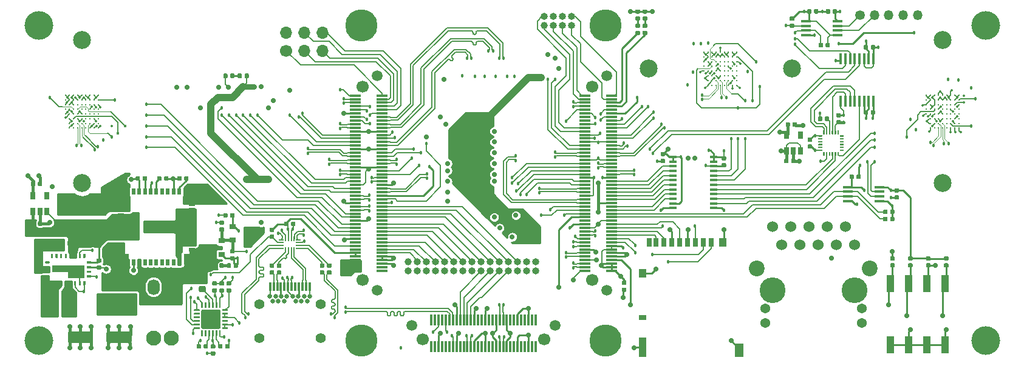
<source format=gbr>
G04 #@! TF.GenerationSoftware,KiCad,Pcbnew,5.1.0-unknown-9e240db~94~ubuntu18.04.1*
G04 #@! TF.CreationDate,2019-04-03T10:40:22+08:00*
G04 #@! TF.ProjectId,ovc3,6f766333-2e6b-4696-9361-645f70636258,rev?*
G04 #@! TF.SameCoordinates,Original*
G04 #@! TF.FileFunction,Copper,L1,Top*
G04 #@! TF.FilePolarity,Positive*
%FSLAX46Y46*%
G04 Gerber Fmt 4.6, Leading zero omitted, Abs format (unit mm)*
G04 Created by KiCad (PCBNEW 5.1.0-unknown-9e240db~94~ubuntu18.04.1) date 2019-04-03 10:40:22*
%MOMM*%
%LPD*%
G04 APERTURE LIST*
%ADD10C,0.100000*%
%ADD11C,0.590000*%
%ADD12O,1.700000X1.700000*%
%ADD13C,1.700000*%
%ADD14C,1.600000*%
%ADD15C,4.500000*%
%ADD16R,1.500000X0.300000*%
%ADD17C,1.500000*%
%ADD18R,0.300000X1.500000*%
%ADD19O,1.000000X1.000000*%
%ADD20C,1.000000*%
%ADD21R,1.120000X2.440000*%
%ADD22C,0.600000*%
%ADD23C,0.300000*%
%ADD24C,1.800000*%
%ADD25C,1.250000*%
%ADD26C,0.875000*%
%ADD27O,1.350000X1.350000*%
%ADD28C,1.350000*%
%ADD29R,0.450000X1.500000*%
%ADD30C,2.500000*%
%ADD31C,0.250000*%
%ADD32R,1.450000X0.450000*%
%ADD33R,1.100000X0.400000*%
%ADD34C,2.100000*%
%ADD35O,1.700000X2.200000*%
%ADD36R,1.300000X1.900000*%
%ADD37R,1.000000X2.800000*%
%ADD38R,1.000000X0.800000*%
%ADD39R,1.000000X1.200000*%
%ADD40R,0.700000X1.200000*%
%ADD41R,0.650000X1.060000*%
%ADD42C,1.524000*%
%ADD43C,3.600000*%
%ADD44C,2.200000*%
%ADD45C,1.371600*%
%ADD46C,0.200000*%
%ADD47R,6.000000X0.525000*%
%ADD48R,1.400000X3.290000*%
%ADD49R,0.950000X0.500000*%
%ADD50R,0.500000X0.950000*%
%ADD51R,1.650000X1.650000*%
%ADD52R,0.200000X0.750000*%
%ADD53R,0.200000X0.650000*%
%ADD54R,0.650000X0.200000*%
%ADD55R,0.900000X0.800000*%
%ADD56C,2.700000*%
%ADD57C,0.650000*%
%ADD58C,1.400000*%
%ADD59R,0.300000X1.200000*%
%ADD60C,4.000000*%
%ADD61C,0.457200*%
%ADD62C,0.355600*%
%ADD63C,0.711200*%
%ADD64C,0.406400*%
%ADD65C,0.101600*%
%ADD66C,0.254000*%
%ADD67C,0.152400*%
%ADD68C,0.203200*%
%ADD69C,0.406400*%
%ADD70C,0.127000*%
%ADD71C,0.177800*%
%ADD72C,1.000000*%
%ADD73C,0.800000*%
G04 APERTURE END LIST*
D10*
G36*
X85476958Y-103080710D02*
G01*
X85491276Y-103082834D01*
X85505317Y-103086351D01*
X85518946Y-103091228D01*
X85532031Y-103097417D01*
X85544447Y-103104858D01*
X85556073Y-103113481D01*
X85566798Y-103123202D01*
X85576519Y-103133927D01*
X85585142Y-103145553D01*
X85592583Y-103157969D01*
X85598772Y-103171054D01*
X85603649Y-103184683D01*
X85607166Y-103198724D01*
X85609290Y-103213042D01*
X85610000Y-103227500D01*
X85610000Y-103572500D01*
X85609290Y-103586958D01*
X85607166Y-103601276D01*
X85603649Y-103615317D01*
X85598772Y-103628946D01*
X85592583Y-103642031D01*
X85585142Y-103654447D01*
X85576519Y-103666073D01*
X85566798Y-103676798D01*
X85556073Y-103686519D01*
X85544447Y-103695142D01*
X85532031Y-103702583D01*
X85518946Y-103708772D01*
X85505317Y-103713649D01*
X85491276Y-103717166D01*
X85476958Y-103719290D01*
X85462500Y-103720000D01*
X85167500Y-103720000D01*
X85153042Y-103719290D01*
X85138724Y-103717166D01*
X85124683Y-103713649D01*
X85111054Y-103708772D01*
X85097969Y-103702583D01*
X85085553Y-103695142D01*
X85073927Y-103686519D01*
X85063202Y-103676798D01*
X85053481Y-103666073D01*
X85044858Y-103654447D01*
X85037417Y-103642031D01*
X85031228Y-103628946D01*
X85026351Y-103615317D01*
X85022834Y-103601276D01*
X85020710Y-103586958D01*
X85020000Y-103572500D01*
X85020000Y-103227500D01*
X85020710Y-103213042D01*
X85022834Y-103198724D01*
X85026351Y-103184683D01*
X85031228Y-103171054D01*
X85037417Y-103157969D01*
X85044858Y-103145553D01*
X85053481Y-103133927D01*
X85063202Y-103123202D01*
X85073927Y-103113481D01*
X85085553Y-103104858D01*
X85097969Y-103097417D01*
X85111054Y-103091228D01*
X85124683Y-103086351D01*
X85138724Y-103082834D01*
X85153042Y-103080710D01*
X85167500Y-103080000D01*
X85462500Y-103080000D01*
X85476958Y-103080710D01*
X85476958Y-103080710D01*
G37*
D11*
X85315000Y-103400000D03*
D10*
G36*
X86446958Y-103080710D02*
G01*
X86461276Y-103082834D01*
X86475317Y-103086351D01*
X86488946Y-103091228D01*
X86502031Y-103097417D01*
X86514447Y-103104858D01*
X86526073Y-103113481D01*
X86536798Y-103123202D01*
X86546519Y-103133927D01*
X86555142Y-103145553D01*
X86562583Y-103157969D01*
X86568772Y-103171054D01*
X86573649Y-103184683D01*
X86577166Y-103198724D01*
X86579290Y-103213042D01*
X86580000Y-103227500D01*
X86580000Y-103572500D01*
X86579290Y-103586958D01*
X86577166Y-103601276D01*
X86573649Y-103615317D01*
X86568772Y-103628946D01*
X86562583Y-103642031D01*
X86555142Y-103654447D01*
X86546519Y-103666073D01*
X86536798Y-103676798D01*
X86526073Y-103686519D01*
X86514447Y-103695142D01*
X86502031Y-103702583D01*
X86488946Y-103708772D01*
X86475317Y-103713649D01*
X86461276Y-103717166D01*
X86446958Y-103719290D01*
X86432500Y-103720000D01*
X86137500Y-103720000D01*
X86123042Y-103719290D01*
X86108724Y-103717166D01*
X86094683Y-103713649D01*
X86081054Y-103708772D01*
X86067969Y-103702583D01*
X86055553Y-103695142D01*
X86043927Y-103686519D01*
X86033202Y-103676798D01*
X86023481Y-103666073D01*
X86014858Y-103654447D01*
X86007417Y-103642031D01*
X86001228Y-103628946D01*
X85996351Y-103615317D01*
X85992834Y-103601276D01*
X85990710Y-103586958D01*
X85990000Y-103572500D01*
X85990000Y-103227500D01*
X85990710Y-103213042D01*
X85992834Y-103198724D01*
X85996351Y-103184683D01*
X86001228Y-103171054D01*
X86007417Y-103157969D01*
X86014858Y-103145553D01*
X86023481Y-103133927D01*
X86033202Y-103123202D01*
X86043927Y-103113481D01*
X86055553Y-103104858D01*
X86067969Y-103097417D01*
X86081054Y-103091228D01*
X86094683Y-103086351D01*
X86108724Y-103082834D01*
X86123042Y-103080710D01*
X86137500Y-103080000D01*
X86432500Y-103080000D01*
X86446958Y-103080710D01*
X86446958Y-103080710D01*
G37*
D11*
X86285000Y-103400000D03*
D12*
X121580000Y-73960000D03*
X121580000Y-76500000D03*
X119040000Y-73960000D03*
X119040000Y-76500000D03*
X116500000Y-73960000D03*
D13*
X116500000Y-76500000D03*
D10*
G36*
X89324504Y-115701204D02*
G01*
X89348773Y-115704804D01*
X89372571Y-115710765D01*
X89395671Y-115719030D01*
X89417849Y-115729520D01*
X89438893Y-115742133D01*
X89458598Y-115756747D01*
X89476777Y-115773223D01*
X89493253Y-115791402D01*
X89507867Y-115811107D01*
X89520480Y-115832151D01*
X89530970Y-115854329D01*
X89539235Y-115877429D01*
X89545196Y-115901227D01*
X89548796Y-115925496D01*
X89550000Y-115950000D01*
X89550000Y-117050000D01*
X89548796Y-117074504D01*
X89545196Y-117098773D01*
X89539235Y-117122571D01*
X89530970Y-117145671D01*
X89520480Y-117167849D01*
X89507867Y-117188893D01*
X89493253Y-117208598D01*
X89476777Y-117226777D01*
X89458598Y-117243253D01*
X89438893Y-117257867D01*
X89417849Y-117270480D01*
X89395671Y-117280970D01*
X89372571Y-117289235D01*
X89348773Y-117295196D01*
X89324504Y-117298796D01*
X89300000Y-117300000D01*
X86300000Y-117300000D01*
X86275496Y-117298796D01*
X86251227Y-117295196D01*
X86227429Y-117289235D01*
X86204329Y-117280970D01*
X86182151Y-117270480D01*
X86161107Y-117257867D01*
X86141402Y-117243253D01*
X86123223Y-117226777D01*
X86106747Y-117208598D01*
X86092133Y-117188893D01*
X86079520Y-117167849D01*
X86069030Y-117145671D01*
X86060765Y-117122571D01*
X86054804Y-117098773D01*
X86051204Y-117074504D01*
X86050000Y-117050000D01*
X86050000Y-115950000D01*
X86051204Y-115925496D01*
X86054804Y-115901227D01*
X86060765Y-115877429D01*
X86069030Y-115854329D01*
X86079520Y-115832151D01*
X86092133Y-115811107D01*
X86106747Y-115791402D01*
X86123223Y-115773223D01*
X86141402Y-115756747D01*
X86161107Y-115742133D01*
X86182151Y-115729520D01*
X86204329Y-115719030D01*
X86227429Y-115710765D01*
X86251227Y-115704804D01*
X86275496Y-115701204D01*
X86300000Y-115700000D01*
X89300000Y-115700000D01*
X89324504Y-115701204D01*
X89324504Y-115701204D01*
G37*
D14*
X87800000Y-116500000D03*
D10*
G36*
X94724504Y-115701204D02*
G01*
X94748773Y-115704804D01*
X94772571Y-115710765D01*
X94795671Y-115719030D01*
X94817849Y-115729520D01*
X94838893Y-115742133D01*
X94858598Y-115756747D01*
X94876777Y-115773223D01*
X94893253Y-115791402D01*
X94907867Y-115811107D01*
X94920480Y-115832151D01*
X94930970Y-115854329D01*
X94939235Y-115877429D01*
X94945196Y-115901227D01*
X94948796Y-115925496D01*
X94950000Y-115950000D01*
X94950000Y-117050000D01*
X94948796Y-117074504D01*
X94945196Y-117098773D01*
X94939235Y-117122571D01*
X94930970Y-117145671D01*
X94920480Y-117167849D01*
X94907867Y-117188893D01*
X94893253Y-117208598D01*
X94876777Y-117226777D01*
X94858598Y-117243253D01*
X94838893Y-117257867D01*
X94817849Y-117270480D01*
X94795671Y-117280970D01*
X94772571Y-117289235D01*
X94748773Y-117295196D01*
X94724504Y-117298796D01*
X94700000Y-117300000D01*
X91700000Y-117300000D01*
X91675496Y-117298796D01*
X91651227Y-117295196D01*
X91627429Y-117289235D01*
X91604329Y-117280970D01*
X91582151Y-117270480D01*
X91561107Y-117257867D01*
X91541402Y-117243253D01*
X91523223Y-117226777D01*
X91506747Y-117208598D01*
X91492133Y-117188893D01*
X91479520Y-117167849D01*
X91469030Y-117145671D01*
X91460765Y-117122571D01*
X91454804Y-117098773D01*
X91451204Y-117074504D01*
X91450000Y-117050000D01*
X91450000Y-115950000D01*
X91451204Y-115925496D01*
X91454804Y-115901227D01*
X91460765Y-115877429D01*
X91469030Y-115854329D01*
X91479520Y-115832151D01*
X91492133Y-115811107D01*
X91506747Y-115791402D01*
X91523223Y-115773223D01*
X91541402Y-115756747D01*
X91561107Y-115742133D01*
X91582151Y-115729520D01*
X91604329Y-115719030D01*
X91627429Y-115710765D01*
X91651227Y-115704804D01*
X91675496Y-115701204D01*
X91700000Y-115700000D01*
X94700000Y-115700000D01*
X94724504Y-115701204D01*
X94724504Y-115701204D01*
G37*
D14*
X93200000Y-116500000D03*
D15*
X161000000Y-117000000D03*
X127000000Y-117000000D03*
X127000000Y-73000000D03*
X161000000Y-73000000D03*
D16*
X161850000Y-94750000D03*
X161850000Y-94250000D03*
X158150000Y-103750000D03*
X158150000Y-94750000D03*
X158150000Y-92750000D03*
X158150000Y-88250000D03*
X158150000Y-95250000D03*
X161850000Y-84250000D03*
X158150000Y-97250000D03*
X158150000Y-91750000D03*
X161850000Y-88250000D03*
X161850000Y-88750000D03*
X161850000Y-102250000D03*
X161850000Y-106750000D03*
X158150000Y-105250000D03*
X161850000Y-102750000D03*
X161850000Y-82750000D03*
X158150000Y-96750000D03*
X158150000Y-98250000D03*
X158150000Y-102250000D03*
X161850000Y-85750000D03*
D13*
X159150000Y-108500000D03*
D16*
X161850000Y-95750000D03*
X161850000Y-106250000D03*
X158150000Y-92250000D03*
X161850000Y-86250000D03*
X161850000Y-84750000D03*
X161850000Y-100250000D03*
X161850000Y-104250000D03*
X161850000Y-97750000D03*
X158150000Y-91250000D03*
X161850000Y-92750000D03*
X158150000Y-83250000D03*
X158150000Y-85250000D03*
X158150000Y-95750000D03*
X158150000Y-100250000D03*
X161850000Y-87750000D03*
X158150000Y-101750000D03*
X161850000Y-103250000D03*
X158150000Y-106250000D03*
X161850000Y-101750000D03*
X158150000Y-87250000D03*
X158150000Y-100750000D03*
X158150000Y-97750000D03*
X158150000Y-107250000D03*
X158150000Y-88750000D03*
D17*
X161150000Y-80025000D03*
D16*
X161850000Y-99750000D03*
X158150000Y-98750000D03*
X158150000Y-103250000D03*
X161850000Y-87250000D03*
X158150000Y-87750000D03*
X161850000Y-96250000D03*
X158150000Y-93250000D03*
X158150000Y-90250000D03*
X161850000Y-100750000D03*
X158150000Y-104250000D03*
X158150000Y-90750000D03*
X158150000Y-85750000D03*
X161850000Y-101250000D03*
X158150000Y-99250000D03*
X161850000Y-83250000D03*
X161850000Y-90750000D03*
X161850000Y-98750000D03*
X161850000Y-96750000D03*
X161850000Y-85250000D03*
X158150000Y-101250000D03*
X161850000Y-105750000D03*
X161850000Y-104750000D03*
X158150000Y-84250000D03*
X161850000Y-92250000D03*
X158150000Y-94250000D03*
X158150000Y-96250000D03*
X161850000Y-107250000D03*
X158150000Y-86250000D03*
X161850000Y-89250000D03*
X161850000Y-91250000D03*
X158150000Y-89750000D03*
D17*
X161150000Y-109975000D03*
D16*
X161850000Y-93750000D03*
X158150000Y-83750000D03*
X161850000Y-105250000D03*
X161850000Y-99250000D03*
D13*
X159150000Y-81500000D03*
D16*
X158150000Y-106750000D03*
X158150000Y-89250000D03*
X161850000Y-91750000D03*
X161850000Y-89750000D03*
X158150000Y-82750000D03*
X161850000Y-98250000D03*
X158150000Y-93750000D03*
X161850000Y-83750000D03*
X158150000Y-84750000D03*
X161850000Y-90250000D03*
X161850000Y-103750000D03*
X161850000Y-97250000D03*
X158150000Y-105750000D03*
X161850000Y-95250000D03*
X158150000Y-102750000D03*
X158150000Y-99750000D03*
X161850000Y-86750000D03*
X161850000Y-93250000D03*
X158150000Y-104750000D03*
X158150000Y-86750000D03*
X129850000Y-90750000D03*
X126150000Y-94250000D03*
X129850000Y-102750000D03*
X126150000Y-96750000D03*
X126150000Y-82750000D03*
X129850000Y-95250000D03*
X126150000Y-97750000D03*
X129850000Y-90250000D03*
X126150000Y-92750000D03*
X126150000Y-93250000D03*
X129850000Y-105750000D03*
X126150000Y-93750000D03*
X126150000Y-106250000D03*
X129850000Y-84750000D03*
X126150000Y-95250000D03*
X129850000Y-105250000D03*
X126150000Y-107250000D03*
X129850000Y-106250000D03*
X129850000Y-95750000D03*
X126150000Y-88750000D03*
X129850000Y-99250000D03*
X126150000Y-100750000D03*
X126150000Y-83250000D03*
X129850000Y-96250000D03*
X126150000Y-87750000D03*
X126150000Y-92250000D03*
X126150000Y-96250000D03*
X126150000Y-84750000D03*
X126150000Y-105250000D03*
X129850000Y-93750000D03*
X126150000Y-103250000D03*
X129850000Y-99750000D03*
X129850000Y-92250000D03*
D17*
X129150000Y-80025000D03*
D16*
X129850000Y-83250000D03*
X129850000Y-97250000D03*
X129850000Y-86750000D03*
X126150000Y-91750000D03*
X126150000Y-105750000D03*
X126150000Y-101750000D03*
X129850000Y-88750000D03*
X126150000Y-86250000D03*
X129850000Y-87750000D03*
X126150000Y-83750000D03*
X126150000Y-90250000D03*
X129850000Y-100250000D03*
X126150000Y-95750000D03*
X129850000Y-106750000D03*
X129850000Y-103250000D03*
X126150000Y-87250000D03*
X126150000Y-99750000D03*
X129850000Y-87250000D03*
X129850000Y-94250000D03*
X126150000Y-100250000D03*
X126150000Y-101250000D03*
X129850000Y-93250000D03*
X129850000Y-84250000D03*
X129850000Y-104750000D03*
X126150000Y-98250000D03*
D13*
X127150000Y-81500000D03*
D16*
X129850000Y-85750000D03*
X129850000Y-89250000D03*
X126150000Y-91250000D03*
D13*
X127150000Y-108500000D03*
D16*
X129850000Y-96750000D03*
X126150000Y-90750000D03*
X129850000Y-100750000D03*
X129850000Y-83750000D03*
X126150000Y-103750000D03*
X129850000Y-88250000D03*
X126150000Y-85750000D03*
X129850000Y-97750000D03*
X129850000Y-85250000D03*
X129850000Y-101250000D03*
X129850000Y-82750000D03*
D17*
X129150000Y-109975000D03*
D16*
X126150000Y-85250000D03*
X126150000Y-89750000D03*
X126150000Y-97250000D03*
X129850000Y-91750000D03*
X129850000Y-103750000D03*
X129850000Y-92750000D03*
X129850000Y-89750000D03*
X129850000Y-91250000D03*
X126150000Y-102750000D03*
X129850000Y-98250000D03*
X126150000Y-106750000D03*
X126150000Y-94750000D03*
X129850000Y-101750000D03*
X126150000Y-86750000D03*
X129850000Y-86250000D03*
X126150000Y-102250000D03*
X126150000Y-99250000D03*
X126150000Y-89250000D03*
X126150000Y-104750000D03*
X129850000Y-98750000D03*
X126150000Y-88250000D03*
X126150000Y-84250000D03*
X126150000Y-98750000D03*
X129850000Y-102250000D03*
X129850000Y-94750000D03*
X129850000Y-107250000D03*
X126150000Y-104250000D03*
X129850000Y-104250000D03*
D18*
X140250000Y-117850000D03*
X140750000Y-117850000D03*
X141250000Y-117850000D03*
X140250000Y-114150000D03*
X140750000Y-114150000D03*
X141250000Y-114150000D03*
X151250000Y-117850000D03*
X150750000Y-117850000D03*
X137250000Y-114150000D03*
X137750000Y-114150000D03*
X138250000Y-114150000D03*
X138750000Y-117850000D03*
X139250000Y-117850000D03*
X139750000Y-117850000D03*
X149750000Y-117850000D03*
X141750000Y-114150000D03*
X142250000Y-114150000D03*
X142750000Y-114150000D03*
X149250000Y-114150000D03*
X149750000Y-114150000D03*
X150250000Y-114150000D03*
X147750000Y-117850000D03*
X148250000Y-117850000D03*
X138750000Y-114150000D03*
X139250000Y-114150000D03*
X139750000Y-114150000D03*
X146250000Y-114150000D03*
X146750000Y-114150000D03*
X147250000Y-114150000D03*
X143250000Y-117850000D03*
X143750000Y-117850000D03*
X144250000Y-117850000D03*
X137250000Y-117850000D03*
X137750000Y-117850000D03*
X138250000Y-117850000D03*
X143250000Y-114150000D03*
X143750000Y-114150000D03*
X144250000Y-114150000D03*
X144750000Y-114150000D03*
X145250000Y-114150000D03*
X145750000Y-114150000D03*
X150750000Y-114150000D03*
X151250000Y-114150000D03*
X136750000Y-117850000D03*
X149250000Y-117850000D03*
D13*
X152500000Y-116850000D03*
X135500000Y-116850000D03*
D18*
X136750000Y-114150000D03*
X141750000Y-117850000D03*
X142250000Y-117850000D03*
X142750000Y-117850000D03*
X148750000Y-117850000D03*
X150250000Y-117850000D03*
D17*
X153975000Y-114850000D03*
X134025000Y-114850000D03*
D18*
X146250000Y-117850000D03*
X146750000Y-117850000D03*
X147250000Y-117850000D03*
X144750000Y-117850000D03*
X145250000Y-117850000D03*
X145750000Y-117850000D03*
X147750000Y-114150000D03*
X148250000Y-114150000D03*
X148750000Y-114150000D03*
D19*
X156310000Y-71730000D03*
X156310000Y-73000000D03*
X155040000Y-71730000D03*
X155040000Y-73000000D03*
X153770000Y-71730000D03*
X153770000Y-73000000D03*
X152500000Y-71730000D03*
D20*
X152500000Y-73000000D03*
D10*
G36*
X109146958Y-79680710D02*
G01*
X109161276Y-79682834D01*
X109175317Y-79686351D01*
X109188946Y-79691228D01*
X109202031Y-79697417D01*
X109214447Y-79704858D01*
X109226073Y-79713481D01*
X109236798Y-79723202D01*
X109246519Y-79733927D01*
X109255142Y-79745553D01*
X109262583Y-79757969D01*
X109268772Y-79771054D01*
X109273649Y-79784683D01*
X109277166Y-79798724D01*
X109279290Y-79813042D01*
X109280000Y-79827500D01*
X109280000Y-80172500D01*
X109279290Y-80186958D01*
X109277166Y-80201276D01*
X109273649Y-80215317D01*
X109268772Y-80228946D01*
X109262583Y-80242031D01*
X109255142Y-80254447D01*
X109246519Y-80266073D01*
X109236798Y-80276798D01*
X109226073Y-80286519D01*
X109214447Y-80295142D01*
X109202031Y-80302583D01*
X109188946Y-80308772D01*
X109175317Y-80313649D01*
X109161276Y-80317166D01*
X109146958Y-80319290D01*
X109132500Y-80320000D01*
X108837500Y-80320000D01*
X108823042Y-80319290D01*
X108808724Y-80317166D01*
X108794683Y-80313649D01*
X108781054Y-80308772D01*
X108767969Y-80302583D01*
X108755553Y-80295142D01*
X108743927Y-80286519D01*
X108733202Y-80276798D01*
X108723481Y-80266073D01*
X108714858Y-80254447D01*
X108707417Y-80242031D01*
X108701228Y-80228946D01*
X108696351Y-80215317D01*
X108692834Y-80201276D01*
X108690710Y-80186958D01*
X108690000Y-80172500D01*
X108690000Y-79827500D01*
X108690710Y-79813042D01*
X108692834Y-79798724D01*
X108696351Y-79784683D01*
X108701228Y-79771054D01*
X108707417Y-79757969D01*
X108714858Y-79745553D01*
X108723481Y-79733927D01*
X108733202Y-79723202D01*
X108743927Y-79713481D01*
X108755553Y-79704858D01*
X108767969Y-79697417D01*
X108781054Y-79691228D01*
X108794683Y-79686351D01*
X108808724Y-79682834D01*
X108823042Y-79680710D01*
X108837500Y-79680000D01*
X109132500Y-79680000D01*
X109146958Y-79680710D01*
X109146958Y-79680710D01*
G37*
D11*
X108985000Y-80000000D03*
D10*
G36*
X108176958Y-79680710D02*
G01*
X108191276Y-79682834D01*
X108205317Y-79686351D01*
X108218946Y-79691228D01*
X108232031Y-79697417D01*
X108244447Y-79704858D01*
X108256073Y-79713481D01*
X108266798Y-79723202D01*
X108276519Y-79733927D01*
X108285142Y-79745553D01*
X108292583Y-79757969D01*
X108298772Y-79771054D01*
X108303649Y-79784683D01*
X108307166Y-79798724D01*
X108309290Y-79813042D01*
X108310000Y-79827500D01*
X108310000Y-80172500D01*
X108309290Y-80186958D01*
X108307166Y-80201276D01*
X108303649Y-80215317D01*
X108298772Y-80228946D01*
X108292583Y-80242031D01*
X108285142Y-80254447D01*
X108276519Y-80266073D01*
X108266798Y-80276798D01*
X108256073Y-80286519D01*
X108244447Y-80295142D01*
X108232031Y-80302583D01*
X108218946Y-80308772D01*
X108205317Y-80313649D01*
X108191276Y-80317166D01*
X108176958Y-80319290D01*
X108162500Y-80320000D01*
X107867500Y-80320000D01*
X107853042Y-80319290D01*
X107838724Y-80317166D01*
X107824683Y-80313649D01*
X107811054Y-80308772D01*
X107797969Y-80302583D01*
X107785553Y-80295142D01*
X107773927Y-80286519D01*
X107763202Y-80276798D01*
X107753481Y-80266073D01*
X107744858Y-80254447D01*
X107737417Y-80242031D01*
X107731228Y-80228946D01*
X107726351Y-80215317D01*
X107722834Y-80201276D01*
X107720710Y-80186958D01*
X107720000Y-80172500D01*
X107720000Y-79827500D01*
X107720710Y-79813042D01*
X107722834Y-79798724D01*
X107726351Y-79784683D01*
X107731228Y-79771054D01*
X107737417Y-79757969D01*
X107744858Y-79745553D01*
X107753481Y-79733927D01*
X107763202Y-79723202D01*
X107773927Y-79713481D01*
X107785553Y-79704858D01*
X107797969Y-79697417D01*
X107811054Y-79691228D01*
X107824683Y-79686351D01*
X107838724Y-79682834D01*
X107853042Y-79680710D01*
X107867500Y-79680000D01*
X108162500Y-79680000D01*
X108176958Y-79680710D01*
X108176958Y-79680710D01*
G37*
D11*
X108015000Y-80000000D03*
D10*
G36*
X110176958Y-79680710D02*
G01*
X110191276Y-79682834D01*
X110205317Y-79686351D01*
X110218946Y-79691228D01*
X110232031Y-79697417D01*
X110244447Y-79704858D01*
X110256073Y-79713481D01*
X110266798Y-79723202D01*
X110276519Y-79733927D01*
X110285142Y-79745553D01*
X110292583Y-79757969D01*
X110298772Y-79771054D01*
X110303649Y-79784683D01*
X110307166Y-79798724D01*
X110309290Y-79813042D01*
X110310000Y-79827500D01*
X110310000Y-80172500D01*
X110309290Y-80186958D01*
X110307166Y-80201276D01*
X110303649Y-80215317D01*
X110298772Y-80228946D01*
X110292583Y-80242031D01*
X110285142Y-80254447D01*
X110276519Y-80266073D01*
X110266798Y-80276798D01*
X110256073Y-80286519D01*
X110244447Y-80295142D01*
X110232031Y-80302583D01*
X110218946Y-80308772D01*
X110205317Y-80313649D01*
X110191276Y-80317166D01*
X110176958Y-80319290D01*
X110162500Y-80320000D01*
X109867500Y-80320000D01*
X109853042Y-80319290D01*
X109838724Y-80317166D01*
X109824683Y-80313649D01*
X109811054Y-80308772D01*
X109797969Y-80302583D01*
X109785553Y-80295142D01*
X109773927Y-80286519D01*
X109763202Y-80276798D01*
X109753481Y-80266073D01*
X109744858Y-80254447D01*
X109737417Y-80242031D01*
X109731228Y-80228946D01*
X109726351Y-80215317D01*
X109722834Y-80201276D01*
X109720710Y-80186958D01*
X109720000Y-80172500D01*
X109720000Y-79827500D01*
X109720710Y-79813042D01*
X109722834Y-79798724D01*
X109726351Y-79784683D01*
X109731228Y-79771054D01*
X109737417Y-79757969D01*
X109744858Y-79745553D01*
X109753481Y-79733927D01*
X109763202Y-79723202D01*
X109773927Y-79713481D01*
X109785553Y-79704858D01*
X109797969Y-79697417D01*
X109811054Y-79691228D01*
X109824683Y-79686351D01*
X109838724Y-79682834D01*
X109853042Y-79680710D01*
X109867500Y-79680000D01*
X110162500Y-79680000D01*
X110176958Y-79680710D01*
X110176958Y-79680710D01*
G37*
D11*
X110015000Y-80000000D03*
D10*
G36*
X111146958Y-79680710D02*
G01*
X111161276Y-79682834D01*
X111175317Y-79686351D01*
X111188946Y-79691228D01*
X111202031Y-79697417D01*
X111214447Y-79704858D01*
X111226073Y-79713481D01*
X111236798Y-79723202D01*
X111246519Y-79733927D01*
X111255142Y-79745553D01*
X111262583Y-79757969D01*
X111268772Y-79771054D01*
X111273649Y-79784683D01*
X111277166Y-79798724D01*
X111279290Y-79813042D01*
X111280000Y-79827500D01*
X111280000Y-80172500D01*
X111279290Y-80186958D01*
X111277166Y-80201276D01*
X111273649Y-80215317D01*
X111268772Y-80228946D01*
X111262583Y-80242031D01*
X111255142Y-80254447D01*
X111246519Y-80266073D01*
X111236798Y-80276798D01*
X111226073Y-80286519D01*
X111214447Y-80295142D01*
X111202031Y-80302583D01*
X111188946Y-80308772D01*
X111175317Y-80313649D01*
X111161276Y-80317166D01*
X111146958Y-80319290D01*
X111132500Y-80320000D01*
X110837500Y-80320000D01*
X110823042Y-80319290D01*
X110808724Y-80317166D01*
X110794683Y-80313649D01*
X110781054Y-80308772D01*
X110767969Y-80302583D01*
X110755553Y-80295142D01*
X110743927Y-80286519D01*
X110733202Y-80276798D01*
X110723481Y-80266073D01*
X110714858Y-80254447D01*
X110707417Y-80242031D01*
X110701228Y-80228946D01*
X110696351Y-80215317D01*
X110692834Y-80201276D01*
X110690710Y-80186958D01*
X110690000Y-80172500D01*
X110690000Y-79827500D01*
X110690710Y-79813042D01*
X110692834Y-79798724D01*
X110696351Y-79784683D01*
X110701228Y-79771054D01*
X110707417Y-79757969D01*
X110714858Y-79745553D01*
X110723481Y-79733927D01*
X110733202Y-79723202D01*
X110743927Y-79713481D01*
X110755553Y-79704858D01*
X110767969Y-79697417D01*
X110781054Y-79691228D01*
X110794683Y-79686351D01*
X110808724Y-79682834D01*
X110823042Y-79680710D01*
X110837500Y-79680000D01*
X111132500Y-79680000D01*
X111146958Y-79680710D01*
X111146958Y-79680710D01*
G37*
D11*
X110985000Y-80000000D03*
D21*
X200690000Y-109000000D03*
X208310000Y-117610000D03*
X203230000Y-109000000D03*
X205770000Y-117610000D03*
X205770000Y-109000000D03*
X203230000Y-117610000D03*
X208310000Y-109000000D03*
X200690000Y-117610000D03*
D10*
G36*
X208686958Y-106190710D02*
G01*
X208701276Y-106192834D01*
X208715317Y-106196351D01*
X208728946Y-106201228D01*
X208742031Y-106207417D01*
X208754447Y-106214858D01*
X208766073Y-106223481D01*
X208776798Y-106233202D01*
X208786519Y-106243927D01*
X208795142Y-106255553D01*
X208802583Y-106267969D01*
X208808772Y-106281054D01*
X208813649Y-106294683D01*
X208817166Y-106308724D01*
X208819290Y-106323042D01*
X208820000Y-106337500D01*
X208820000Y-106632500D01*
X208819290Y-106646958D01*
X208817166Y-106661276D01*
X208813649Y-106675317D01*
X208808772Y-106688946D01*
X208802583Y-106702031D01*
X208795142Y-106714447D01*
X208786519Y-106726073D01*
X208776798Y-106736798D01*
X208766073Y-106746519D01*
X208754447Y-106755142D01*
X208742031Y-106762583D01*
X208728946Y-106768772D01*
X208715317Y-106773649D01*
X208701276Y-106777166D01*
X208686958Y-106779290D01*
X208672500Y-106780000D01*
X208327500Y-106780000D01*
X208313042Y-106779290D01*
X208298724Y-106777166D01*
X208284683Y-106773649D01*
X208271054Y-106768772D01*
X208257969Y-106762583D01*
X208245553Y-106755142D01*
X208233927Y-106746519D01*
X208223202Y-106736798D01*
X208213481Y-106726073D01*
X208204858Y-106714447D01*
X208197417Y-106702031D01*
X208191228Y-106688946D01*
X208186351Y-106675317D01*
X208182834Y-106661276D01*
X208180710Y-106646958D01*
X208180000Y-106632500D01*
X208180000Y-106337500D01*
X208180710Y-106323042D01*
X208182834Y-106308724D01*
X208186351Y-106294683D01*
X208191228Y-106281054D01*
X208197417Y-106267969D01*
X208204858Y-106255553D01*
X208213481Y-106243927D01*
X208223202Y-106233202D01*
X208233927Y-106223481D01*
X208245553Y-106214858D01*
X208257969Y-106207417D01*
X208271054Y-106201228D01*
X208284683Y-106196351D01*
X208298724Y-106192834D01*
X208313042Y-106190710D01*
X208327500Y-106190000D01*
X208672500Y-106190000D01*
X208686958Y-106190710D01*
X208686958Y-106190710D01*
G37*
D11*
X208500000Y-106485000D03*
D10*
G36*
X208686958Y-105220710D02*
G01*
X208701276Y-105222834D01*
X208715317Y-105226351D01*
X208728946Y-105231228D01*
X208742031Y-105237417D01*
X208754447Y-105244858D01*
X208766073Y-105253481D01*
X208776798Y-105263202D01*
X208786519Y-105273927D01*
X208795142Y-105285553D01*
X208802583Y-105297969D01*
X208808772Y-105311054D01*
X208813649Y-105324683D01*
X208817166Y-105338724D01*
X208819290Y-105353042D01*
X208820000Y-105367500D01*
X208820000Y-105662500D01*
X208819290Y-105676958D01*
X208817166Y-105691276D01*
X208813649Y-105705317D01*
X208808772Y-105718946D01*
X208802583Y-105732031D01*
X208795142Y-105744447D01*
X208786519Y-105756073D01*
X208776798Y-105766798D01*
X208766073Y-105776519D01*
X208754447Y-105785142D01*
X208742031Y-105792583D01*
X208728946Y-105798772D01*
X208715317Y-105803649D01*
X208701276Y-105807166D01*
X208686958Y-105809290D01*
X208672500Y-105810000D01*
X208327500Y-105810000D01*
X208313042Y-105809290D01*
X208298724Y-105807166D01*
X208284683Y-105803649D01*
X208271054Y-105798772D01*
X208257969Y-105792583D01*
X208245553Y-105785142D01*
X208233927Y-105776519D01*
X208223202Y-105766798D01*
X208213481Y-105756073D01*
X208204858Y-105744447D01*
X208197417Y-105732031D01*
X208191228Y-105718946D01*
X208186351Y-105705317D01*
X208182834Y-105691276D01*
X208180710Y-105676958D01*
X208180000Y-105662500D01*
X208180000Y-105367500D01*
X208180710Y-105353042D01*
X208182834Y-105338724D01*
X208186351Y-105324683D01*
X208191228Y-105311054D01*
X208197417Y-105297969D01*
X208204858Y-105285553D01*
X208213481Y-105273927D01*
X208223202Y-105263202D01*
X208233927Y-105253481D01*
X208245553Y-105244858D01*
X208257969Y-105237417D01*
X208271054Y-105231228D01*
X208284683Y-105226351D01*
X208298724Y-105222834D01*
X208313042Y-105220710D01*
X208327500Y-105220000D01*
X208672500Y-105220000D01*
X208686958Y-105220710D01*
X208686958Y-105220710D01*
G37*
D11*
X208500000Y-105515000D03*
D10*
G36*
X206186958Y-106190710D02*
G01*
X206201276Y-106192834D01*
X206215317Y-106196351D01*
X206228946Y-106201228D01*
X206242031Y-106207417D01*
X206254447Y-106214858D01*
X206266073Y-106223481D01*
X206276798Y-106233202D01*
X206286519Y-106243927D01*
X206295142Y-106255553D01*
X206302583Y-106267969D01*
X206308772Y-106281054D01*
X206313649Y-106294683D01*
X206317166Y-106308724D01*
X206319290Y-106323042D01*
X206320000Y-106337500D01*
X206320000Y-106632500D01*
X206319290Y-106646958D01*
X206317166Y-106661276D01*
X206313649Y-106675317D01*
X206308772Y-106688946D01*
X206302583Y-106702031D01*
X206295142Y-106714447D01*
X206286519Y-106726073D01*
X206276798Y-106736798D01*
X206266073Y-106746519D01*
X206254447Y-106755142D01*
X206242031Y-106762583D01*
X206228946Y-106768772D01*
X206215317Y-106773649D01*
X206201276Y-106777166D01*
X206186958Y-106779290D01*
X206172500Y-106780000D01*
X205827500Y-106780000D01*
X205813042Y-106779290D01*
X205798724Y-106777166D01*
X205784683Y-106773649D01*
X205771054Y-106768772D01*
X205757969Y-106762583D01*
X205745553Y-106755142D01*
X205733927Y-106746519D01*
X205723202Y-106736798D01*
X205713481Y-106726073D01*
X205704858Y-106714447D01*
X205697417Y-106702031D01*
X205691228Y-106688946D01*
X205686351Y-106675317D01*
X205682834Y-106661276D01*
X205680710Y-106646958D01*
X205680000Y-106632500D01*
X205680000Y-106337500D01*
X205680710Y-106323042D01*
X205682834Y-106308724D01*
X205686351Y-106294683D01*
X205691228Y-106281054D01*
X205697417Y-106267969D01*
X205704858Y-106255553D01*
X205713481Y-106243927D01*
X205723202Y-106233202D01*
X205733927Y-106223481D01*
X205745553Y-106214858D01*
X205757969Y-106207417D01*
X205771054Y-106201228D01*
X205784683Y-106196351D01*
X205798724Y-106192834D01*
X205813042Y-106190710D01*
X205827500Y-106190000D01*
X206172500Y-106190000D01*
X206186958Y-106190710D01*
X206186958Y-106190710D01*
G37*
D11*
X206000000Y-106485000D03*
D10*
G36*
X206186958Y-105220710D02*
G01*
X206201276Y-105222834D01*
X206215317Y-105226351D01*
X206228946Y-105231228D01*
X206242031Y-105237417D01*
X206254447Y-105244858D01*
X206266073Y-105253481D01*
X206276798Y-105263202D01*
X206286519Y-105273927D01*
X206295142Y-105285553D01*
X206302583Y-105297969D01*
X206308772Y-105311054D01*
X206313649Y-105324683D01*
X206317166Y-105338724D01*
X206319290Y-105353042D01*
X206320000Y-105367500D01*
X206320000Y-105662500D01*
X206319290Y-105676958D01*
X206317166Y-105691276D01*
X206313649Y-105705317D01*
X206308772Y-105718946D01*
X206302583Y-105732031D01*
X206295142Y-105744447D01*
X206286519Y-105756073D01*
X206276798Y-105766798D01*
X206266073Y-105776519D01*
X206254447Y-105785142D01*
X206242031Y-105792583D01*
X206228946Y-105798772D01*
X206215317Y-105803649D01*
X206201276Y-105807166D01*
X206186958Y-105809290D01*
X206172500Y-105810000D01*
X205827500Y-105810000D01*
X205813042Y-105809290D01*
X205798724Y-105807166D01*
X205784683Y-105803649D01*
X205771054Y-105798772D01*
X205757969Y-105792583D01*
X205745553Y-105785142D01*
X205733927Y-105776519D01*
X205723202Y-105766798D01*
X205713481Y-105756073D01*
X205704858Y-105744447D01*
X205697417Y-105732031D01*
X205691228Y-105718946D01*
X205686351Y-105705317D01*
X205682834Y-105691276D01*
X205680710Y-105676958D01*
X205680000Y-105662500D01*
X205680000Y-105367500D01*
X205680710Y-105353042D01*
X205682834Y-105338724D01*
X205686351Y-105324683D01*
X205691228Y-105311054D01*
X205697417Y-105297969D01*
X205704858Y-105285553D01*
X205713481Y-105273927D01*
X205723202Y-105263202D01*
X205733927Y-105253481D01*
X205745553Y-105244858D01*
X205757969Y-105237417D01*
X205771054Y-105231228D01*
X205784683Y-105226351D01*
X205798724Y-105222834D01*
X205813042Y-105220710D01*
X205827500Y-105220000D01*
X206172500Y-105220000D01*
X206186958Y-105220710D01*
X206186958Y-105220710D01*
G37*
D11*
X206000000Y-105515000D03*
D10*
G36*
X203686958Y-106190710D02*
G01*
X203701276Y-106192834D01*
X203715317Y-106196351D01*
X203728946Y-106201228D01*
X203742031Y-106207417D01*
X203754447Y-106214858D01*
X203766073Y-106223481D01*
X203776798Y-106233202D01*
X203786519Y-106243927D01*
X203795142Y-106255553D01*
X203802583Y-106267969D01*
X203808772Y-106281054D01*
X203813649Y-106294683D01*
X203817166Y-106308724D01*
X203819290Y-106323042D01*
X203820000Y-106337500D01*
X203820000Y-106632500D01*
X203819290Y-106646958D01*
X203817166Y-106661276D01*
X203813649Y-106675317D01*
X203808772Y-106688946D01*
X203802583Y-106702031D01*
X203795142Y-106714447D01*
X203786519Y-106726073D01*
X203776798Y-106736798D01*
X203766073Y-106746519D01*
X203754447Y-106755142D01*
X203742031Y-106762583D01*
X203728946Y-106768772D01*
X203715317Y-106773649D01*
X203701276Y-106777166D01*
X203686958Y-106779290D01*
X203672500Y-106780000D01*
X203327500Y-106780000D01*
X203313042Y-106779290D01*
X203298724Y-106777166D01*
X203284683Y-106773649D01*
X203271054Y-106768772D01*
X203257969Y-106762583D01*
X203245553Y-106755142D01*
X203233927Y-106746519D01*
X203223202Y-106736798D01*
X203213481Y-106726073D01*
X203204858Y-106714447D01*
X203197417Y-106702031D01*
X203191228Y-106688946D01*
X203186351Y-106675317D01*
X203182834Y-106661276D01*
X203180710Y-106646958D01*
X203180000Y-106632500D01*
X203180000Y-106337500D01*
X203180710Y-106323042D01*
X203182834Y-106308724D01*
X203186351Y-106294683D01*
X203191228Y-106281054D01*
X203197417Y-106267969D01*
X203204858Y-106255553D01*
X203213481Y-106243927D01*
X203223202Y-106233202D01*
X203233927Y-106223481D01*
X203245553Y-106214858D01*
X203257969Y-106207417D01*
X203271054Y-106201228D01*
X203284683Y-106196351D01*
X203298724Y-106192834D01*
X203313042Y-106190710D01*
X203327500Y-106190000D01*
X203672500Y-106190000D01*
X203686958Y-106190710D01*
X203686958Y-106190710D01*
G37*
D11*
X203500000Y-106485000D03*
D10*
G36*
X203686958Y-105220710D02*
G01*
X203701276Y-105222834D01*
X203715317Y-105226351D01*
X203728946Y-105231228D01*
X203742031Y-105237417D01*
X203754447Y-105244858D01*
X203766073Y-105253481D01*
X203776798Y-105263202D01*
X203786519Y-105273927D01*
X203795142Y-105285553D01*
X203802583Y-105297969D01*
X203808772Y-105311054D01*
X203813649Y-105324683D01*
X203817166Y-105338724D01*
X203819290Y-105353042D01*
X203820000Y-105367500D01*
X203820000Y-105662500D01*
X203819290Y-105676958D01*
X203817166Y-105691276D01*
X203813649Y-105705317D01*
X203808772Y-105718946D01*
X203802583Y-105732031D01*
X203795142Y-105744447D01*
X203786519Y-105756073D01*
X203776798Y-105766798D01*
X203766073Y-105776519D01*
X203754447Y-105785142D01*
X203742031Y-105792583D01*
X203728946Y-105798772D01*
X203715317Y-105803649D01*
X203701276Y-105807166D01*
X203686958Y-105809290D01*
X203672500Y-105810000D01*
X203327500Y-105810000D01*
X203313042Y-105809290D01*
X203298724Y-105807166D01*
X203284683Y-105803649D01*
X203271054Y-105798772D01*
X203257969Y-105792583D01*
X203245553Y-105785142D01*
X203233927Y-105776519D01*
X203223202Y-105766798D01*
X203213481Y-105756073D01*
X203204858Y-105744447D01*
X203197417Y-105732031D01*
X203191228Y-105718946D01*
X203186351Y-105705317D01*
X203182834Y-105691276D01*
X203180710Y-105676958D01*
X203180000Y-105662500D01*
X203180000Y-105367500D01*
X203180710Y-105353042D01*
X203182834Y-105338724D01*
X203186351Y-105324683D01*
X203191228Y-105311054D01*
X203197417Y-105297969D01*
X203204858Y-105285553D01*
X203213481Y-105273927D01*
X203223202Y-105263202D01*
X203233927Y-105253481D01*
X203245553Y-105244858D01*
X203257969Y-105237417D01*
X203271054Y-105231228D01*
X203284683Y-105226351D01*
X203298724Y-105222834D01*
X203313042Y-105220710D01*
X203327500Y-105220000D01*
X203672500Y-105220000D01*
X203686958Y-105220710D01*
X203686958Y-105220710D01*
G37*
D11*
X203500000Y-105515000D03*
D10*
G36*
X201186958Y-106190710D02*
G01*
X201201276Y-106192834D01*
X201215317Y-106196351D01*
X201228946Y-106201228D01*
X201242031Y-106207417D01*
X201254447Y-106214858D01*
X201266073Y-106223481D01*
X201276798Y-106233202D01*
X201286519Y-106243927D01*
X201295142Y-106255553D01*
X201302583Y-106267969D01*
X201308772Y-106281054D01*
X201313649Y-106294683D01*
X201317166Y-106308724D01*
X201319290Y-106323042D01*
X201320000Y-106337500D01*
X201320000Y-106632500D01*
X201319290Y-106646958D01*
X201317166Y-106661276D01*
X201313649Y-106675317D01*
X201308772Y-106688946D01*
X201302583Y-106702031D01*
X201295142Y-106714447D01*
X201286519Y-106726073D01*
X201276798Y-106736798D01*
X201266073Y-106746519D01*
X201254447Y-106755142D01*
X201242031Y-106762583D01*
X201228946Y-106768772D01*
X201215317Y-106773649D01*
X201201276Y-106777166D01*
X201186958Y-106779290D01*
X201172500Y-106780000D01*
X200827500Y-106780000D01*
X200813042Y-106779290D01*
X200798724Y-106777166D01*
X200784683Y-106773649D01*
X200771054Y-106768772D01*
X200757969Y-106762583D01*
X200745553Y-106755142D01*
X200733927Y-106746519D01*
X200723202Y-106736798D01*
X200713481Y-106726073D01*
X200704858Y-106714447D01*
X200697417Y-106702031D01*
X200691228Y-106688946D01*
X200686351Y-106675317D01*
X200682834Y-106661276D01*
X200680710Y-106646958D01*
X200680000Y-106632500D01*
X200680000Y-106337500D01*
X200680710Y-106323042D01*
X200682834Y-106308724D01*
X200686351Y-106294683D01*
X200691228Y-106281054D01*
X200697417Y-106267969D01*
X200704858Y-106255553D01*
X200713481Y-106243927D01*
X200723202Y-106233202D01*
X200733927Y-106223481D01*
X200745553Y-106214858D01*
X200757969Y-106207417D01*
X200771054Y-106201228D01*
X200784683Y-106196351D01*
X200798724Y-106192834D01*
X200813042Y-106190710D01*
X200827500Y-106190000D01*
X201172500Y-106190000D01*
X201186958Y-106190710D01*
X201186958Y-106190710D01*
G37*
D11*
X201000000Y-106485000D03*
D10*
G36*
X201186958Y-105220710D02*
G01*
X201201276Y-105222834D01*
X201215317Y-105226351D01*
X201228946Y-105231228D01*
X201242031Y-105237417D01*
X201254447Y-105244858D01*
X201266073Y-105253481D01*
X201276798Y-105263202D01*
X201286519Y-105273927D01*
X201295142Y-105285553D01*
X201302583Y-105297969D01*
X201308772Y-105311054D01*
X201313649Y-105324683D01*
X201317166Y-105338724D01*
X201319290Y-105353042D01*
X201320000Y-105367500D01*
X201320000Y-105662500D01*
X201319290Y-105676958D01*
X201317166Y-105691276D01*
X201313649Y-105705317D01*
X201308772Y-105718946D01*
X201302583Y-105732031D01*
X201295142Y-105744447D01*
X201286519Y-105756073D01*
X201276798Y-105766798D01*
X201266073Y-105776519D01*
X201254447Y-105785142D01*
X201242031Y-105792583D01*
X201228946Y-105798772D01*
X201215317Y-105803649D01*
X201201276Y-105807166D01*
X201186958Y-105809290D01*
X201172500Y-105810000D01*
X200827500Y-105810000D01*
X200813042Y-105809290D01*
X200798724Y-105807166D01*
X200784683Y-105803649D01*
X200771054Y-105798772D01*
X200757969Y-105792583D01*
X200745553Y-105785142D01*
X200733927Y-105776519D01*
X200723202Y-105766798D01*
X200713481Y-105756073D01*
X200704858Y-105744447D01*
X200697417Y-105732031D01*
X200691228Y-105718946D01*
X200686351Y-105705317D01*
X200682834Y-105691276D01*
X200680710Y-105676958D01*
X200680000Y-105662500D01*
X200680000Y-105367500D01*
X200680710Y-105353042D01*
X200682834Y-105338724D01*
X200686351Y-105324683D01*
X200691228Y-105311054D01*
X200697417Y-105297969D01*
X200704858Y-105285553D01*
X200713481Y-105273927D01*
X200723202Y-105263202D01*
X200733927Y-105253481D01*
X200745553Y-105244858D01*
X200757969Y-105237417D01*
X200771054Y-105231228D01*
X200784683Y-105226351D01*
X200798724Y-105222834D01*
X200813042Y-105220710D01*
X200827500Y-105220000D01*
X201172500Y-105220000D01*
X201186958Y-105220710D01*
X201186958Y-105220710D01*
G37*
D11*
X201000000Y-105515000D03*
D19*
X151280000Y-107270000D03*
X151280000Y-106000000D03*
X150010000Y-107270000D03*
X150010000Y-106000000D03*
X148740000Y-107270000D03*
X148740000Y-106000000D03*
X147470000Y-107270000D03*
X147470000Y-106000000D03*
X146200000Y-107270000D03*
X146200000Y-106000000D03*
X144930000Y-107270000D03*
X144930000Y-106000000D03*
X143660000Y-107270000D03*
X143660000Y-106000000D03*
X142390000Y-107270000D03*
X142390000Y-106000000D03*
X141120000Y-107270000D03*
X141120000Y-106000000D03*
X139850000Y-107270000D03*
X139850000Y-106000000D03*
X138580000Y-107270000D03*
X138580000Y-106000000D03*
X137310000Y-107270000D03*
X137310000Y-106000000D03*
X136040000Y-107270000D03*
X136040000Y-106000000D03*
X134770000Y-107270000D03*
X134770000Y-106000000D03*
X133500000Y-107270000D03*
D20*
X133500000Y-106000000D03*
D22*
X86600000Y-106950000D03*
X86600000Y-107850000D03*
X87900000Y-107850000D03*
X87900000Y-106950000D03*
X85400000Y-106950000D03*
D10*
G36*
X88432351Y-108650361D02*
G01*
X88439632Y-108651441D01*
X88446771Y-108653229D01*
X88453701Y-108655709D01*
X88460355Y-108658856D01*
X88466668Y-108662640D01*
X88472579Y-108667024D01*
X88478033Y-108671967D01*
X88482976Y-108677421D01*
X88487360Y-108683332D01*
X88491144Y-108689645D01*
X88494291Y-108696299D01*
X88496771Y-108703229D01*
X88498559Y-108710368D01*
X88499639Y-108717649D01*
X88500000Y-108725000D01*
X88500000Y-109175000D01*
X88499639Y-109182351D01*
X88498559Y-109189632D01*
X88496771Y-109196771D01*
X88494291Y-109203701D01*
X88491144Y-109210355D01*
X88487360Y-109216668D01*
X88482976Y-109222579D01*
X88478033Y-109228033D01*
X88472579Y-109232976D01*
X88466668Y-109237360D01*
X88460355Y-109241144D01*
X88453701Y-109244291D01*
X88446771Y-109246771D01*
X88439632Y-109248559D01*
X88432351Y-109249639D01*
X88425000Y-109250000D01*
X88275000Y-109250000D01*
X88267649Y-109249639D01*
X88260368Y-109248559D01*
X88253229Y-109246771D01*
X88246299Y-109244291D01*
X88239645Y-109241144D01*
X88233332Y-109237360D01*
X88227421Y-109232976D01*
X88221967Y-109228033D01*
X88217024Y-109222579D01*
X88212640Y-109216668D01*
X88208856Y-109210355D01*
X88205709Y-109203701D01*
X88203229Y-109196771D01*
X88201441Y-109189632D01*
X88200361Y-109182351D01*
X88200000Y-109175000D01*
X88200000Y-108725000D01*
X88200361Y-108717649D01*
X88201441Y-108710368D01*
X88203229Y-108703229D01*
X88205709Y-108696299D01*
X88208856Y-108689645D01*
X88212640Y-108683332D01*
X88217024Y-108677421D01*
X88221967Y-108671967D01*
X88227421Y-108667024D01*
X88233332Y-108662640D01*
X88239645Y-108658856D01*
X88246299Y-108655709D01*
X88253229Y-108653229D01*
X88260368Y-108651441D01*
X88267649Y-108650361D01*
X88275000Y-108650000D01*
X88425000Y-108650000D01*
X88432351Y-108650361D01*
X88432351Y-108650361D01*
G37*
D23*
X88350000Y-108950000D03*
D10*
G36*
X83432351Y-107225361D02*
G01*
X83439632Y-107226441D01*
X83446771Y-107228229D01*
X83453701Y-107230709D01*
X83460355Y-107233856D01*
X83466668Y-107237640D01*
X83472579Y-107242024D01*
X83478033Y-107246967D01*
X83482976Y-107252421D01*
X83487360Y-107258332D01*
X83491144Y-107264645D01*
X83494291Y-107271299D01*
X83496771Y-107278229D01*
X83498559Y-107285368D01*
X83499639Y-107292649D01*
X83500000Y-107300000D01*
X83500000Y-107450000D01*
X83499639Y-107457351D01*
X83498559Y-107464632D01*
X83496771Y-107471771D01*
X83494291Y-107478701D01*
X83491144Y-107485355D01*
X83487360Y-107491668D01*
X83482976Y-107497579D01*
X83478033Y-107503033D01*
X83472579Y-107507976D01*
X83466668Y-107512360D01*
X83460355Y-107516144D01*
X83453701Y-107519291D01*
X83446771Y-107521771D01*
X83439632Y-107523559D01*
X83432351Y-107524639D01*
X83425000Y-107525000D01*
X82975000Y-107525000D01*
X82967649Y-107524639D01*
X82960368Y-107523559D01*
X82953229Y-107521771D01*
X82946299Y-107519291D01*
X82939645Y-107516144D01*
X82933332Y-107512360D01*
X82927421Y-107507976D01*
X82921967Y-107503033D01*
X82917024Y-107497579D01*
X82912640Y-107491668D01*
X82908856Y-107485355D01*
X82905709Y-107478701D01*
X82903229Y-107471771D01*
X82901441Y-107464632D01*
X82900361Y-107457351D01*
X82900000Y-107450000D01*
X82900000Y-107300000D01*
X82900361Y-107292649D01*
X82901441Y-107285368D01*
X82903229Y-107278229D01*
X82905709Y-107271299D01*
X82908856Y-107264645D01*
X82912640Y-107258332D01*
X82917024Y-107252421D01*
X82921967Y-107246967D01*
X82927421Y-107242024D01*
X82933332Y-107237640D01*
X82939645Y-107233856D01*
X82946299Y-107230709D01*
X82953229Y-107228229D01*
X82960368Y-107226441D01*
X82967649Y-107225361D01*
X82975000Y-107225000D01*
X83425000Y-107225000D01*
X83432351Y-107225361D01*
X83432351Y-107225361D01*
G37*
D23*
X83200000Y-107375000D03*
D10*
G36*
X83432351Y-106575361D02*
G01*
X83439632Y-106576441D01*
X83446771Y-106578229D01*
X83453701Y-106580709D01*
X83460355Y-106583856D01*
X83466668Y-106587640D01*
X83472579Y-106592024D01*
X83478033Y-106596967D01*
X83482976Y-106602421D01*
X83487360Y-106608332D01*
X83491144Y-106614645D01*
X83494291Y-106621299D01*
X83496771Y-106628229D01*
X83498559Y-106635368D01*
X83499639Y-106642649D01*
X83500000Y-106650000D01*
X83500000Y-106800000D01*
X83499639Y-106807351D01*
X83498559Y-106814632D01*
X83496771Y-106821771D01*
X83494291Y-106828701D01*
X83491144Y-106835355D01*
X83487360Y-106841668D01*
X83482976Y-106847579D01*
X83478033Y-106853033D01*
X83472579Y-106857976D01*
X83466668Y-106862360D01*
X83460355Y-106866144D01*
X83453701Y-106869291D01*
X83446771Y-106871771D01*
X83439632Y-106873559D01*
X83432351Y-106874639D01*
X83425000Y-106875000D01*
X82975000Y-106875000D01*
X82967649Y-106874639D01*
X82960368Y-106873559D01*
X82953229Y-106871771D01*
X82946299Y-106869291D01*
X82939645Y-106866144D01*
X82933332Y-106862360D01*
X82927421Y-106857976D01*
X82921967Y-106853033D01*
X82917024Y-106847579D01*
X82912640Y-106841668D01*
X82908856Y-106835355D01*
X82905709Y-106828701D01*
X82903229Y-106821771D01*
X82901441Y-106814632D01*
X82900361Y-106807351D01*
X82900000Y-106800000D01*
X82900000Y-106650000D01*
X82900361Y-106642649D01*
X82901441Y-106635368D01*
X82903229Y-106628229D01*
X82905709Y-106621299D01*
X82908856Y-106614645D01*
X82912640Y-106608332D01*
X82917024Y-106602421D01*
X82921967Y-106596967D01*
X82927421Y-106592024D01*
X82933332Y-106587640D01*
X82939645Y-106583856D01*
X82946299Y-106580709D01*
X82953229Y-106578229D01*
X82960368Y-106576441D01*
X82967649Y-106575361D01*
X82975000Y-106575000D01*
X83425000Y-106575000D01*
X83432351Y-106575361D01*
X83432351Y-106575361D01*
G37*
D23*
X83200000Y-106725000D03*
D10*
G36*
X87807351Y-108650361D02*
G01*
X87814632Y-108651441D01*
X87821771Y-108653229D01*
X87828701Y-108655709D01*
X87835355Y-108658856D01*
X87841668Y-108662640D01*
X87847579Y-108667024D01*
X87853033Y-108671967D01*
X87857976Y-108677421D01*
X87862360Y-108683332D01*
X87866144Y-108689645D01*
X87869291Y-108696299D01*
X87871771Y-108703229D01*
X87873559Y-108710368D01*
X87874639Y-108717649D01*
X87875000Y-108725000D01*
X87875000Y-109175000D01*
X87874639Y-109182351D01*
X87873559Y-109189632D01*
X87871771Y-109196771D01*
X87869291Y-109203701D01*
X87866144Y-109210355D01*
X87862360Y-109216668D01*
X87857976Y-109222579D01*
X87853033Y-109228033D01*
X87847579Y-109232976D01*
X87841668Y-109237360D01*
X87835355Y-109241144D01*
X87828701Y-109244291D01*
X87821771Y-109246771D01*
X87814632Y-109248559D01*
X87807351Y-109249639D01*
X87800000Y-109250000D01*
X87650000Y-109250000D01*
X87642649Y-109249639D01*
X87635368Y-109248559D01*
X87628229Y-109246771D01*
X87621299Y-109244291D01*
X87614645Y-109241144D01*
X87608332Y-109237360D01*
X87602421Y-109232976D01*
X87596967Y-109228033D01*
X87592024Y-109222579D01*
X87587640Y-109216668D01*
X87583856Y-109210355D01*
X87580709Y-109203701D01*
X87578229Y-109196771D01*
X87576441Y-109189632D01*
X87575361Y-109182351D01*
X87575000Y-109175000D01*
X87575000Y-108725000D01*
X87575361Y-108717649D01*
X87576441Y-108710368D01*
X87578229Y-108703229D01*
X87580709Y-108696299D01*
X87583856Y-108689645D01*
X87587640Y-108683332D01*
X87592024Y-108677421D01*
X87596967Y-108671967D01*
X87602421Y-108667024D01*
X87608332Y-108662640D01*
X87614645Y-108658856D01*
X87621299Y-108655709D01*
X87628229Y-108653229D01*
X87635368Y-108651441D01*
X87642649Y-108650361D01*
X87650000Y-108650000D01*
X87800000Y-108650000D01*
X87807351Y-108650361D01*
X87807351Y-108650361D01*
G37*
D23*
X87725000Y-108950000D03*
D10*
G36*
X83432351Y-105925361D02*
G01*
X83439632Y-105926441D01*
X83446771Y-105928229D01*
X83453701Y-105930709D01*
X83460355Y-105933856D01*
X83466668Y-105937640D01*
X83472579Y-105942024D01*
X83478033Y-105946967D01*
X83482976Y-105952421D01*
X83487360Y-105958332D01*
X83491144Y-105964645D01*
X83494291Y-105971299D01*
X83496771Y-105978229D01*
X83498559Y-105985368D01*
X83499639Y-105992649D01*
X83500000Y-106000000D01*
X83500000Y-106150000D01*
X83499639Y-106157351D01*
X83498559Y-106164632D01*
X83496771Y-106171771D01*
X83494291Y-106178701D01*
X83491144Y-106185355D01*
X83487360Y-106191668D01*
X83482976Y-106197579D01*
X83478033Y-106203033D01*
X83472579Y-106207976D01*
X83466668Y-106212360D01*
X83460355Y-106216144D01*
X83453701Y-106219291D01*
X83446771Y-106221771D01*
X83439632Y-106223559D01*
X83432351Y-106224639D01*
X83425000Y-106225000D01*
X82975000Y-106225000D01*
X82967649Y-106224639D01*
X82960368Y-106223559D01*
X82953229Y-106221771D01*
X82946299Y-106219291D01*
X82939645Y-106216144D01*
X82933332Y-106212360D01*
X82927421Y-106207976D01*
X82921967Y-106203033D01*
X82917024Y-106197579D01*
X82912640Y-106191668D01*
X82908856Y-106185355D01*
X82905709Y-106178701D01*
X82903229Y-106171771D01*
X82901441Y-106164632D01*
X82900361Y-106157351D01*
X82900000Y-106150000D01*
X82900000Y-106000000D01*
X82900361Y-105992649D01*
X82901441Y-105985368D01*
X82903229Y-105978229D01*
X82905709Y-105971299D01*
X82908856Y-105964645D01*
X82912640Y-105958332D01*
X82917024Y-105952421D01*
X82921967Y-105946967D01*
X82927421Y-105942024D01*
X82933332Y-105937640D01*
X82939645Y-105933856D01*
X82946299Y-105930709D01*
X82953229Y-105928229D01*
X82960368Y-105926441D01*
X82967649Y-105925361D01*
X82975000Y-105925000D01*
X83425000Y-105925000D01*
X83432351Y-105925361D01*
X83432351Y-105925361D01*
G37*
D23*
X83200000Y-106075000D03*
D10*
G36*
X87157351Y-104850361D02*
G01*
X87164632Y-104851441D01*
X87171771Y-104853229D01*
X87178701Y-104855709D01*
X87185355Y-104858856D01*
X87191668Y-104862640D01*
X87197579Y-104867024D01*
X87203033Y-104871967D01*
X87207976Y-104877421D01*
X87212360Y-104883332D01*
X87216144Y-104889645D01*
X87219291Y-104896299D01*
X87221771Y-104903229D01*
X87223559Y-104910368D01*
X87224639Y-104917649D01*
X87225000Y-104925000D01*
X87225000Y-105375000D01*
X87224639Y-105382351D01*
X87223559Y-105389632D01*
X87221771Y-105396771D01*
X87219291Y-105403701D01*
X87216144Y-105410355D01*
X87212360Y-105416668D01*
X87207976Y-105422579D01*
X87203033Y-105428033D01*
X87197579Y-105432976D01*
X87191668Y-105437360D01*
X87185355Y-105441144D01*
X87178701Y-105444291D01*
X87171771Y-105446771D01*
X87164632Y-105448559D01*
X87157351Y-105449639D01*
X87150000Y-105450000D01*
X87000000Y-105450000D01*
X86992649Y-105449639D01*
X86985368Y-105448559D01*
X86978229Y-105446771D01*
X86971299Y-105444291D01*
X86964645Y-105441144D01*
X86958332Y-105437360D01*
X86952421Y-105432976D01*
X86946967Y-105428033D01*
X86942024Y-105422579D01*
X86937640Y-105416668D01*
X86933856Y-105410355D01*
X86930709Y-105403701D01*
X86928229Y-105396771D01*
X86926441Y-105389632D01*
X86925361Y-105382351D01*
X86925000Y-105375000D01*
X86925000Y-104925000D01*
X86925361Y-104917649D01*
X86926441Y-104910368D01*
X86928229Y-104903229D01*
X86930709Y-104896299D01*
X86933856Y-104889645D01*
X86937640Y-104883332D01*
X86942024Y-104877421D01*
X86946967Y-104871967D01*
X86952421Y-104867024D01*
X86958332Y-104862640D01*
X86964645Y-104858856D01*
X86971299Y-104855709D01*
X86978229Y-104853229D01*
X86985368Y-104851441D01*
X86992649Y-104850361D01*
X87000000Y-104850000D01*
X87150000Y-104850000D01*
X87157351Y-104850361D01*
X87157351Y-104850361D01*
G37*
D23*
X87075000Y-105150000D03*
D10*
G36*
X83432351Y-107875361D02*
G01*
X83439632Y-107876441D01*
X83446771Y-107878229D01*
X83453701Y-107880709D01*
X83460355Y-107883856D01*
X83466668Y-107887640D01*
X83472579Y-107892024D01*
X83478033Y-107896967D01*
X83482976Y-107902421D01*
X83487360Y-107908332D01*
X83491144Y-107914645D01*
X83494291Y-107921299D01*
X83496771Y-107928229D01*
X83498559Y-107935368D01*
X83499639Y-107942649D01*
X83500000Y-107950000D01*
X83500000Y-108100000D01*
X83499639Y-108107351D01*
X83498559Y-108114632D01*
X83496771Y-108121771D01*
X83494291Y-108128701D01*
X83491144Y-108135355D01*
X83487360Y-108141668D01*
X83482976Y-108147579D01*
X83478033Y-108153033D01*
X83472579Y-108157976D01*
X83466668Y-108162360D01*
X83460355Y-108166144D01*
X83453701Y-108169291D01*
X83446771Y-108171771D01*
X83439632Y-108173559D01*
X83432351Y-108174639D01*
X83425000Y-108175000D01*
X82975000Y-108175000D01*
X82967649Y-108174639D01*
X82960368Y-108173559D01*
X82953229Y-108171771D01*
X82946299Y-108169291D01*
X82939645Y-108166144D01*
X82933332Y-108162360D01*
X82927421Y-108157976D01*
X82921967Y-108153033D01*
X82917024Y-108147579D01*
X82912640Y-108141668D01*
X82908856Y-108135355D01*
X82905709Y-108128701D01*
X82903229Y-108121771D01*
X82901441Y-108114632D01*
X82900361Y-108107351D01*
X82900000Y-108100000D01*
X82900000Y-107950000D01*
X82900361Y-107942649D01*
X82901441Y-107935368D01*
X82903229Y-107928229D01*
X82905709Y-107921299D01*
X82908856Y-107914645D01*
X82912640Y-107908332D01*
X82917024Y-107902421D01*
X82921967Y-107896967D01*
X82927421Y-107892024D01*
X82933332Y-107887640D01*
X82939645Y-107883856D01*
X82946299Y-107880709D01*
X82953229Y-107878229D01*
X82960368Y-107876441D01*
X82967649Y-107875361D01*
X82975000Y-107875000D01*
X83425000Y-107875000D01*
X83432351Y-107875361D01*
X83432351Y-107875361D01*
G37*
D23*
X83200000Y-108025000D03*
D10*
G36*
X85207351Y-104850361D02*
G01*
X85214632Y-104851441D01*
X85221771Y-104853229D01*
X85228701Y-104855709D01*
X85235355Y-104858856D01*
X85241668Y-104862640D01*
X85247579Y-104867024D01*
X85253033Y-104871967D01*
X85257976Y-104877421D01*
X85262360Y-104883332D01*
X85266144Y-104889645D01*
X85269291Y-104896299D01*
X85271771Y-104903229D01*
X85273559Y-104910368D01*
X85274639Y-104917649D01*
X85275000Y-104925000D01*
X85275000Y-105375000D01*
X85274639Y-105382351D01*
X85273559Y-105389632D01*
X85271771Y-105396771D01*
X85269291Y-105403701D01*
X85266144Y-105410355D01*
X85262360Y-105416668D01*
X85257976Y-105422579D01*
X85253033Y-105428033D01*
X85247579Y-105432976D01*
X85241668Y-105437360D01*
X85235355Y-105441144D01*
X85228701Y-105444291D01*
X85221771Y-105446771D01*
X85214632Y-105448559D01*
X85207351Y-105449639D01*
X85200000Y-105450000D01*
X85050000Y-105450000D01*
X85042649Y-105449639D01*
X85035368Y-105448559D01*
X85028229Y-105446771D01*
X85021299Y-105444291D01*
X85014645Y-105441144D01*
X85008332Y-105437360D01*
X85002421Y-105432976D01*
X84996967Y-105428033D01*
X84992024Y-105422579D01*
X84987640Y-105416668D01*
X84983856Y-105410355D01*
X84980709Y-105403701D01*
X84978229Y-105396771D01*
X84976441Y-105389632D01*
X84975361Y-105382351D01*
X84975000Y-105375000D01*
X84975000Y-104925000D01*
X84975361Y-104917649D01*
X84976441Y-104910368D01*
X84978229Y-104903229D01*
X84980709Y-104896299D01*
X84983856Y-104889645D01*
X84987640Y-104883332D01*
X84992024Y-104877421D01*
X84996967Y-104871967D01*
X85002421Y-104867024D01*
X85008332Y-104862640D01*
X85014645Y-104858856D01*
X85021299Y-104855709D01*
X85028229Y-104853229D01*
X85035368Y-104851441D01*
X85042649Y-104850361D01*
X85050000Y-104850000D01*
X85200000Y-104850000D01*
X85207351Y-104850361D01*
X85207351Y-104850361D01*
G37*
D23*
X85125000Y-105150000D03*
D10*
G36*
X89232351Y-105925361D02*
G01*
X89239632Y-105926441D01*
X89246771Y-105928229D01*
X89253701Y-105930709D01*
X89260355Y-105933856D01*
X89266668Y-105937640D01*
X89272579Y-105942024D01*
X89278033Y-105946967D01*
X89282976Y-105952421D01*
X89287360Y-105958332D01*
X89291144Y-105964645D01*
X89294291Y-105971299D01*
X89296771Y-105978229D01*
X89298559Y-105985368D01*
X89299639Y-105992649D01*
X89300000Y-106000000D01*
X89300000Y-106150000D01*
X89299639Y-106157351D01*
X89298559Y-106164632D01*
X89296771Y-106171771D01*
X89294291Y-106178701D01*
X89291144Y-106185355D01*
X89287360Y-106191668D01*
X89282976Y-106197579D01*
X89278033Y-106203033D01*
X89272579Y-106207976D01*
X89266668Y-106212360D01*
X89260355Y-106216144D01*
X89253701Y-106219291D01*
X89246771Y-106221771D01*
X89239632Y-106223559D01*
X89232351Y-106224639D01*
X89225000Y-106225000D01*
X88775000Y-106225000D01*
X88767649Y-106224639D01*
X88760368Y-106223559D01*
X88753229Y-106221771D01*
X88746299Y-106219291D01*
X88739645Y-106216144D01*
X88733332Y-106212360D01*
X88727421Y-106207976D01*
X88721967Y-106203033D01*
X88717024Y-106197579D01*
X88712640Y-106191668D01*
X88708856Y-106185355D01*
X88705709Y-106178701D01*
X88703229Y-106171771D01*
X88701441Y-106164632D01*
X88700361Y-106157351D01*
X88700000Y-106150000D01*
X88700000Y-106000000D01*
X88700361Y-105992649D01*
X88701441Y-105985368D01*
X88703229Y-105978229D01*
X88705709Y-105971299D01*
X88708856Y-105964645D01*
X88712640Y-105958332D01*
X88717024Y-105952421D01*
X88721967Y-105946967D01*
X88727421Y-105942024D01*
X88733332Y-105937640D01*
X88739645Y-105933856D01*
X88746299Y-105930709D01*
X88753229Y-105928229D01*
X88760368Y-105926441D01*
X88767649Y-105925361D01*
X88775000Y-105925000D01*
X89225000Y-105925000D01*
X89232351Y-105925361D01*
X89232351Y-105925361D01*
G37*
D23*
X89000000Y-106075000D03*
D10*
G36*
X89232351Y-107875361D02*
G01*
X89239632Y-107876441D01*
X89246771Y-107878229D01*
X89253701Y-107880709D01*
X89260355Y-107883856D01*
X89266668Y-107887640D01*
X89272579Y-107892024D01*
X89278033Y-107896967D01*
X89282976Y-107902421D01*
X89287360Y-107908332D01*
X89291144Y-107914645D01*
X89294291Y-107921299D01*
X89296771Y-107928229D01*
X89298559Y-107935368D01*
X89299639Y-107942649D01*
X89300000Y-107950000D01*
X89300000Y-108100000D01*
X89299639Y-108107351D01*
X89298559Y-108114632D01*
X89296771Y-108121771D01*
X89294291Y-108128701D01*
X89291144Y-108135355D01*
X89287360Y-108141668D01*
X89282976Y-108147579D01*
X89278033Y-108153033D01*
X89272579Y-108157976D01*
X89266668Y-108162360D01*
X89260355Y-108166144D01*
X89253701Y-108169291D01*
X89246771Y-108171771D01*
X89239632Y-108173559D01*
X89232351Y-108174639D01*
X89225000Y-108175000D01*
X88775000Y-108175000D01*
X88767649Y-108174639D01*
X88760368Y-108173559D01*
X88753229Y-108171771D01*
X88746299Y-108169291D01*
X88739645Y-108166144D01*
X88733332Y-108162360D01*
X88727421Y-108157976D01*
X88721967Y-108153033D01*
X88717024Y-108147579D01*
X88712640Y-108141668D01*
X88708856Y-108135355D01*
X88705709Y-108128701D01*
X88703229Y-108121771D01*
X88701441Y-108114632D01*
X88700361Y-108107351D01*
X88700000Y-108100000D01*
X88700000Y-107950000D01*
X88700361Y-107942649D01*
X88701441Y-107935368D01*
X88703229Y-107928229D01*
X88705709Y-107921299D01*
X88708856Y-107914645D01*
X88712640Y-107908332D01*
X88717024Y-107902421D01*
X88721967Y-107896967D01*
X88727421Y-107892024D01*
X88733332Y-107887640D01*
X88739645Y-107883856D01*
X88746299Y-107880709D01*
X88753229Y-107878229D01*
X88760368Y-107876441D01*
X88767649Y-107875361D01*
X88775000Y-107875000D01*
X89225000Y-107875000D01*
X89232351Y-107875361D01*
X89232351Y-107875361D01*
G37*
D23*
X89000000Y-108025000D03*
D10*
G36*
X89232351Y-107225361D02*
G01*
X89239632Y-107226441D01*
X89246771Y-107228229D01*
X89253701Y-107230709D01*
X89260355Y-107233856D01*
X89266668Y-107237640D01*
X89272579Y-107242024D01*
X89278033Y-107246967D01*
X89282976Y-107252421D01*
X89287360Y-107258332D01*
X89291144Y-107264645D01*
X89294291Y-107271299D01*
X89296771Y-107278229D01*
X89298559Y-107285368D01*
X89299639Y-107292649D01*
X89300000Y-107300000D01*
X89300000Y-107450000D01*
X89299639Y-107457351D01*
X89298559Y-107464632D01*
X89296771Y-107471771D01*
X89294291Y-107478701D01*
X89291144Y-107485355D01*
X89287360Y-107491668D01*
X89282976Y-107497579D01*
X89278033Y-107503033D01*
X89272579Y-107507976D01*
X89266668Y-107512360D01*
X89260355Y-107516144D01*
X89253701Y-107519291D01*
X89246771Y-107521771D01*
X89239632Y-107523559D01*
X89232351Y-107524639D01*
X89225000Y-107525000D01*
X88775000Y-107525000D01*
X88767649Y-107524639D01*
X88760368Y-107523559D01*
X88753229Y-107521771D01*
X88746299Y-107519291D01*
X88739645Y-107516144D01*
X88733332Y-107512360D01*
X88727421Y-107507976D01*
X88721967Y-107503033D01*
X88717024Y-107497579D01*
X88712640Y-107491668D01*
X88708856Y-107485355D01*
X88705709Y-107478701D01*
X88703229Y-107471771D01*
X88701441Y-107464632D01*
X88700361Y-107457351D01*
X88700000Y-107450000D01*
X88700000Y-107300000D01*
X88700361Y-107292649D01*
X88701441Y-107285368D01*
X88703229Y-107278229D01*
X88705709Y-107271299D01*
X88708856Y-107264645D01*
X88712640Y-107258332D01*
X88717024Y-107252421D01*
X88721967Y-107246967D01*
X88727421Y-107242024D01*
X88733332Y-107237640D01*
X88739645Y-107233856D01*
X88746299Y-107230709D01*
X88753229Y-107228229D01*
X88760368Y-107226441D01*
X88767649Y-107225361D01*
X88775000Y-107225000D01*
X89225000Y-107225000D01*
X89232351Y-107225361D01*
X89232351Y-107225361D01*
G37*
D23*
X89000000Y-107375000D03*
D24*
X87225000Y-107400000D03*
D10*
G36*
X88350000Y-108300000D02*
G01*
X86100000Y-108300000D01*
X86100000Y-107400000D01*
X83850000Y-107400000D01*
X83850000Y-106500000D01*
X88350000Y-106500000D01*
X88350000Y-108300000D01*
X88350000Y-108300000D01*
G37*
G36*
X88432351Y-104850361D02*
G01*
X88439632Y-104851441D01*
X88446771Y-104853229D01*
X88453701Y-104855709D01*
X88460355Y-104858856D01*
X88466668Y-104862640D01*
X88472579Y-104867024D01*
X88478033Y-104871967D01*
X88482976Y-104877421D01*
X88487360Y-104883332D01*
X88491144Y-104889645D01*
X88494291Y-104896299D01*
X88496771Y-104903229D01*
X88498559Y-104910368D01*
X88499639Y-104917649D01*
X88500000Y-104925000D01*
X88500000Y-105375000D01*
X88499639Y-105382351D01*
X88498559Y-105389632D01*
X88496771Y-105396771D01*
X88494291Y-105403701D01*
X88491144Y-105410355D01*
X88487360Y-105416668D01*
X88482976Y-105422579D01*
X88478033Y-105428033D01*
X88472579Y-105432976D01*
X88466668Y-105437360D01*
X88460355Y-105441144D01*
X88453701Y-105444291D01*
X88446771Y-105446771D01*
X88439632Y-105448559D01*
X88432351Y-105449639D01*
X88425000Y-105450000D01*
X88275000Y-105450000D01*
X88267649Y-105449639D01*
X88260368Y-105448559D01*
X88253229Y-105446771D01*
X88246299Y-105444291D01*
X88239645Y-105441144D01*
X88233332Y-105437360D01*
X88227421Y-105432976D01*
X88221967Y-105428033D01*
X88217024Y-105422579D01*
X88212640Y-105416668D01*
X88208856Y-105410355D01*
X88205709Y-105403701D01*
X88203229Y-105396771D01*
X88201441Y-105389632D01*
X88200361Y-105382351D01*
X88200000Y-105375000D01*
X88200000Y-104925000D01*
X88200361Y-104917649D01*
X88201441Y-104910368D01*
X88203229Y-104903229D01*
X88205709Y-104896299D01*
X88208856Y-104889645D01*
X88212640Y-104883332D01*
X88217024Y-104877421D01*
X88221967Y-104871967D01*
X88227421Y-104867024D01*
X88233332Y-104862640D01*
X88239645Y-104858856D01*
X88246299Y-104855709D01*
X88253229Y-104853229D01*
X88260368Y-104851441D01*
X88267649Y-104850361D01*
X88275000Y-104850000D01*
X88425000Y-104850000D01*
X88432351Y-104850361D01*
X88432351Y-104850361D01*
G37*
D23*
X88350000Y-105150000D03*
D10*
G36*
X85857351Y-104850361D02*
G01*
X85864632Y-104851441D01*
X85871771Y-104853229D01*
X85878701Y-104855709D01*
X85885355Y-104858856D01*
X85891668Y-104862640D01*
X85897579Y-104867024D01*
X85903033Y-104871967D01*
X85907976Y-104877421D01*
X85912360Y-104883332D01*
X85916144Y-104889645D01*
X85919291Y-104896299D01*
X85921771Y-104903229D01*
X85923559Y-104910368D01*
X85924639Y-104917649D01*
X85925000Y-104925000D01*
X85925000Y-105375000D01*
X85924639Y-105382351D01*
X85923559Y-105389632D01*
X85921771Y-105396771D01*
X85919291Y-105403701D01*
X85916144Y-105410355D01*
X85912360Y-105416668D01*
X85907976Y-105422579D01*
X85903033Y-105428033D01*
X85897579Y-105432976D01*
X85891668Y-105437360D01*
X85885355Y-105441144D01*
X85878701Y-105444291D01*
X85871771Y-105446771D01*
X85864632Y-105448559D01*
X85857351Y-105449639D01*
X85850000Y-105450000D01*
X85700000Y-105450000D01*
X85692649Y-105449639D01*
X85685368Y-105448559D01*
X85678229Y-105446771D01*
X85671299Y-105444291D01*
X85664645Y-105441144D01*
X85658332Y-105437360D01*
X85652421Y-105432976D01*
X85646967Y-105428033D01*
X85642024Y-105422579D01*
X85637640Y-105416668D01*
X85633856Y-105410355D01*
X85630709Y-105403701D01*
X85628229Y-105396771D01*
X85626441Y-105389632D01*
X85625361Y-105382351D01*
X85625000Y-105375000D01*
X85625000Y-104925000D01*
X85625361Y-104917649D01*
X85626441Y-104910368D01*
X85628229Y-104903229D01*
X85630709Y-104896299D01*
X85633856Y-104889645D01*
X85637640Y-104883332D01*
X85642024Y-104877421D01*
X85646967Y-104871967D01*
X85652421Y-104867024D01*
X85658332Y-104862640D01*
X85664645Y-104858856D01*
X85671299Y-104855709D01*
X85678229Y-104853229D01*
X85685368Y-104851441D01*
X85692649Y-104850361D01*
X85700000Y-104850000D01*
X85850000Y-104850000D01*
X85857351Y-104850361D01*
X85857351Y-104850361D01*
G37*
D23*
X85775000Y-105150000D03*
D10*
G36*
X86507351Y-104850361D02*
G01*
X86514632Y-104851441D01*
X86521771Y-104853229D01*
X86528701Y-104855709D01*
X86535355Y-104858856D01*
X86541668Y-104862640D01*
X86547579Y-104867024D01*
X86553033Y-104871967D01*
X86557976Y-104877421D01*
X86562360Y-104883332D01*
X86566144Y-104889645D01*
X86569291Y-104896299D01*
X86571771Y-104903229D01*
X86573559Y-104910368D01*
X86574639Y-104917649D01*
X86575000Y-104925000D01*
X86575000Y-105375000D01*
X86574639Y-105382351D01*
X86573559Y-105389632D01*
X86571771Y-105396771D01*
X86569291Y-105403701D01*
X86566144Y-105410355D01*
X86562360Y-105416668D01*
X86557976Y-105422579D01*
X86553033Y-105428033D01*
X86547579Y-105432976D01*
X86541668Y-105437360D01*
X86535355Y-105441144D01*
X86528701Y-105444291D01*
X86521771Y-105446771D01*
X86514632Y-105448559D01*
X86507351Y-105449639D01*
X86500000Y-105450000D01*
X86350000Y-105450000D01*
X86342649Y-105449639D01*
X86335368Y-105448559D01*
X86328229Y-105446771D01*
X86321299Y-105444291D01*
X86314645Y-105441144D01*
X86308332Y-105437360D01*
X86302421Y-105432976D01*
X86296967Y-105428033D01*
X86292024Y-105422579D01*
X86287640Y-105416668D01*
X86283856Y-105410355D01*
X86280709Y-105403701D01*
X86278229Y-105396771D01*
X86276441Y-105389632D01*
X86275361Y-105382351D01*
X86275000Y-105375000D01*
X86275000Y-104925000D01*
X86275361Y-104917649D01*
X86276441Y-104910368D01*
X86278229Y-104903229D01*
X86280709Y-104896299D01*
X86283856Y-104889645D01*
X86287640Y-104883332D01*
X86292024Y-104877421D01*
X86296967Y-104871967D01*
X86302421Y-104867024D01*
X86308332Y-104862640D01*
X86314645Y-104858856D01*
X86321299Y-104855709D01*
X86328229Y-104853229D01*
X86335368Y-104851441D01*
X86342649Y-104850361D01*
X86350000Y-104850000D01*
X86500000Y-104850000D01*
X86507351Y-104850361D01*
X86507351Y-104850361D01*
G37*
D23*
X86425000Y-105150000D03*
D10*
G36*
X83932351Y-108650361D02*
G01*
X83939632Y-108651441D01*
X83946771Y-108653229D01*
X83953701Y-108655709D01*
X83960355Y-108658856D01*
X83966668Y-108662640D01*
X83972579Y-108667024D01*
X83978033Y-108671967D01*
X83982976Y-108677421D01*
X83987360Y-108683332D01*
X83991144Y-108689645D01*
X83994291Y-108696299D01*
X83996771Y-108703229D01*
X83998559Y-108710368D01*
X83999639Y-108717649D01*
X84000000Y-108725000D01*
X84000000Y-109175000D01*
X83999639Y-109182351D01*
X83998559Y-109189632D01*
X83996771Y-109196771D01*
X83994291Y-109203701D01*
X83991144Y-109210355D01*
X83987360Y-109216668D01*
X83982976Y-109222579D01*
X83978033Y-109228033D01*
X83972579Y-109232976D01*
X83966668Y-109237360D01*
X83960355Y-109241144D01*
X83953701Y-109244291D01*
X83946771Y-109246771D01*
X83939632Y-109248559D01*
X83932351Y-109249639D01*
X83925000Y-109250000D01*
X83775000Y-109250000D01*
X83767649Y-109249639D01*
X83760368Y-109248559D01*
X83753229Y-109246771D01*
X83746299Y-109244291D01*
X83739645Y-109241144D01*
X83733332Y-109237360D01*
X83727421Y-109232976D01*
X83721967Y-109228033D01*
X83717024Y-109222579D01*
X83712640Y-109216668D01*
X83708856Y-109210355D01*
X83705709Y-109203701D01*
X83703229Y-109196771D01*
X83701441Y-109189632D01*
X83700361Y-109182351D01*
X83700000Y-109175000D01*
X83700000Y-108725000D01*
X83700361Y-108717649D01*
X83701441Y-108710368D01*
X83703229Y-108703229D01*
X83705709Y-108696299D01*
X83708856Y-108689645D01*
X83712640Y-108683332D01*
X83717024Y-108677421D01*
X83721967Y-108671967D01*
X83727421Y-108667024D01*
X83733332Y-108662640D01*
X83739645Y-108658856D01*
X83746299Y-108655709D01*
X83753229Y-108653229D01*
X83760368Y-108651441D01*
X83767649Y-108650361D01*
X83775000Y-108650000D01*
X83925000Y-108650000D01*
X83932351Y-108650361D01*
X83932351Y-108650361D01*
G37*
D23*
X83850000Y-108950000D03*
D10*
G36*
X84557351Y-104850361D02*
G01*
X84564632Y-104851441D01*
X84571771Y-104853229D01*
X84578701Y-104855709D01*
X84585355Y-104858856D01*
X84591668Y-104862640D01*
X84597579Y-104867024D01*
X84603033Y-104871967D01*
X84607976Y-104877421D01*
X84612360Y-104883332D01*
X84616144Y-104889645D01*
X84619291Y-104896299D01*
X84621771Y-104903229D01*
X84623559Y-104910368D01*
X84624639Y-104917649D01*
X84625000Y-104925000D01*
X84625000Y-105375000D01*
X84624639Y-105382351D01*
X84623559Y-105389632D01*
X84621771Y-105396771D01*
X84619291Y-105403701D01*
X84616144Y-105410355D01*
X84612360Y-105416668D01*
X84607976Y-105422579D01*
X84603033Y-105428033D01*
X84597579Y-105432976D01*
X84591668Y-105437360D01*
X84585355Y-105441144D01*
X84578701Y-105444291D01*
X84571771Y-105446771D01*
X84564632Y-105448559D01*
X84557351Y-105449639D01*
X84550000Y-105450000D01*
X84400000Y-105450000D01*
X84392649Y-105449639D01*
X84385368Y-105448559D01*
X84378229Y-105446771D01*
X84371299Y-105444291D01*
X84364645Y-105441144D01*
X84358332Y-105437360D01*
X84352421Y-105432976D01*
X84346967Y-105428033D01*
X84342024Y-105422579D01*
X84337640Y-105416668D01*
X84333856Y-105410355D01*
X84330709Y-105403701D01*
X84328229Y-105396771D01*
X84326441Y-105389632D01*
X84325361Y-105382351D01*
X84325000Y-105375000D01*
X84325000Y-104925000D01*
X84325361Y-104917649D01*
X84326441Y-104910368D01*
X84328229Y-104903229D01*
X84330709Y-104896299D01*
X84333856Y-104889645D01*
X84337640Y-104883332D01*
X84342024Y-104877421D01*
X84346967Y-104871967D01*
X84352421Y-104867024D01*
X84358332Y-104862640D01*
X84364645Y-104858856D01*
X84371299Y-104855709D01*
X84378229Y-104853229D01*
X84385368Y-104851441D01*
X84392649Y-104850361D01*
X84400000Y-104850000D01*
X84550000Y-104850000D01*
X84557351Y-104850361D01*
X84557351Y-104850361D01*
G37*
D23*
X84475000Y-105150000D03*
D10*
G36*
X85207351Y-108650361D02*
G01*
X85214632Y-108651441D01*
X85221771Y-108653229D01*
X85228701Y-108655709D01*
X85235355Y-108658856D01*
X85241668Y-108662640D01*
X85247579Y-108667024D01*
X85253033Y-108671967D01*
X85257976Y-108677421D01*
X85262360Y-108683332D01*
X85266144Y-108689645D01*
X85269291Y-108696299D01*
X85271771Y-108703229D01*
X85273559Y-108710368D01*
X85274639Y-108717649D01*
X85275000Y-108725000D01*
X85275000Y-109175000D01*
X85274639Y-109182351D01*
X85273559Y-109189632D01*
X85271771Y-109196771D01*
X85269291Y-109203701D01*
X85266144Y-109210355D01*
X85262360Y-109216668D01*
X85257976Y-109222579D01*
X85253033Y-109228033D01*
X85247579Y-109232976D01*
X85241668Y-109237360D01*
X85235355Y-109241144D01*
X85228701Y-109244291D01*
X85221771Y-109246771D01*
X85214632Y-109248559D01*
X85207351Y-109249639D01*
X85200000Y-109250000D01*
X85050000Y-109250000D01*
X85042649Y-109249639D01*
X85035368Y-109248559D01*
X85028229Y-109246771D01*
X85021299Y-109244291D01*
X85014645Y-109241144D01*
X85008332Y-109237360D01*
X85002421Y-109232976D01*
X84996967Y-109228033D01*
X84992024Y-109222579D01*
X84987640Y-109216668D01*
X84983856Y-109210355D01*
X84980709Y-109203701D01*
X84978229Y-109196771D01*
X84976441Y-109189632D01*
X84975361Y-109182351D01*
X84975000Y-109175000D01*
X84975000Y-108725000D01*
X84975361Y-108717649D01*
X84976441Y-108710368D01*
X84978229Y-108703229D01*
X84980709Y-108696299D01*
X84983856Y-108689645D01*
X84987640Y-108683332D01*
X84992024Y-108677421D01*
X84996967Y-108671967D01*
X85002421Y-108667024D01*
X85008332Y-108662640D01*
X85014645Y-108658856D01*
X85021299Y-108655709D01*
X85028229Y-108653229D01*
X85035368Y-108651441D01*
X85042649Y-108650361D01*
X85050000Y-108650000D01*
X85200000Y-108650000D01*
X85207351Y-108650361D01*
X85207351Y-108650361D01*
G37*
D23*
X85125000Y-108950000D03*
D10*
G36*
X89232351Y-106575361D02*
G01*
X89239632Y-106576441D01*
X89246771Y-106578229D01*
X89253701Y-106580709D01*
X89260355Y-106583856D01*
X89266668Y-106587640D01*
X89272579Y-106592024D01*
X89278033Y-106596967D01*
X89282976Y-106602421D01*
X89287360Y-106608332D01*
X89291144Y-106614645D01*
X89294291Y-106621299D01*
X89296771Y-106628229D01*
X89298559Y-106635368D01*
X89299639Y-106642649D01*
X89300000Y-106650000D01*
X89300000Y-106800000D01*
X89299639Y-106807351D01*
X89298559Y-106814632D01*
X89296771Y-106821771D01*
X89294291Y-106828701D01*
X89291144Y-106835355D01*
X89287360Y-106841668D01*
X89282976Y-106847579D01*
X89278033Y-106853033D01*
X89272579Y-106857976D01*
X89266668Y-106862360D01*
X89260355Y-106866144D01*
X89253701Y-106869291D01*
X89246771Y-106871771D01*
X89239632Y-106873559D01*
X89232351Y-106874639D01*
X89225000Y-106875000D01*
X88775000Y-106875000D01*
X88767649Y-106874639D01*
X88760368Y-106873559D01*
X88753229Y-106871771D01*
X88746299Y-106869291D01*
X88739645Y-106866144D01*
X88733332Y-106862360D01*
X88727421Y-106857976D01*
X88721967Y-106853033D01*
X88717024Y-106847579D01*
X88712640Y-106841668D01*
X88708856Y-106835355D01*
X88705709Y-106828701D01*
X88703229Y-106821771D01*
X88701441Y-106814632D01*
X88700361Y-106807351D01*
X88700000Y-106800000D01*
X88700000Y-106650000D01*
X88700361Y-106642649D01*
X88701441Y-106635368D01*
X88703229Y-106628229D01*
X88705709Y-106621299D01*
X88708856Y-106614645D01*
X88712640Y-106608332D01*
X88717024Y-106602421D01*
X88721967Y-106596967D01*
X88727421Y-106592024D01*
X88733332Y-106587640D01*
X88739645Y-106583856D01*
X88746299Y-106580709D01*
X88753229Y-106578229D01*
X88760368Y-106576441D01*
X88767649Y-106575361D01*
X88775000Y-106575000D01*
X89225000Y-106575000D01*
X89232351Y-106575361D01*
X89232351Y-106575361D01*
G37*
D23*
X89000000Y-106725000D03*
D10*
G36*
X84557351Y-108650361D02*
G01*
X84564632Y-108651441D01*
X84571771Y-108653229D01*
X84578701Y-108655709D01*
X84585355Y-108658856D01*
X84591668Y-108662640D01*
X84597579Y-108667024D01*
X84603033Y-108671967D01*
X84607976Y-108677421D01*
X84612360Y-108683332D01*
X84616144Y-108689645D01*
X84619291Y-108696299D01*
X84621771Y-108703229D01*
X84623559Y-108710368D01*
X84624639Y-108717649D01*
X84625000Y-108725000D01*
X84625000Y-109175000D01*
X84624639Y-109182351D01*
X84623559Y-109189632D01*
X84621771Y-109196771D01*
X84619291Y-109203701D01*
X84616144Y-109210355D01*
X84612360Y-109216668D01*
X84607976Y-109222579D01*
X84603033Y-109228033D01*
X84597579Y-109232976D01*
X84591668Y-109237360D01*
X84585355Y-109241144D01*
X84578701Y-109244291D01*
X84571771Y-109246771D01*
X84564632Y-109248559D01*
X84557351Y-109249639D01*
X84550000Y-109250000D01*
X84400000Y-109250000D01*
X84392649Y-109249639D01*
X84385368Y-109248559D01*
X84378229Y-109246771D01*
X84371299Y-109244291D01*
X84364645Y-109241144D01*
X84358332Y-109237360D01*
X84352421Y-109232976D01*
X84346967Y-109228033D01*
X84342024Y-109222579D01*
X84337640Y-109216668D01*
X84333856Y-109210355D01*
X84330709Y-109203701D01*
X84328229Y-109196771D01*
X84326441Y-109189632D01*
X84325361Y-109182351D01*
X84325000Y-109175000D01*
X84325000Y-108725000D01*
X84325361Y-108717649D01*
X84326441Y-108710368D01*
X84328229Y-108703229D01*
X84330709Y-108696299D01*
X84333856Y-108689645D01*
X84337640Y-108683332D01*
X84342024Y-108677421D01*
X84346967Y-108671967D01*
X84352421Y-108667024D01*
X84358332Y-108662640D01*
X84364645Y-108658856D01*
X84371299Y-108655709D01*
X84378229Y-108653229D01*
X84385368Y-108651441D01*
X84392649Y-108650361D01*
X84400000Y-108650000D01*
X84550000Y-108650000D01*
X84557351Y-108650361D01*
X84557351Y-108650361D01*
G37*
D23*
X84475000Y-108950000D03*
D10*
G36*
X85857351Y-108650361D02*
G01*
X85864632Y-108651441D01*
X85871771Y-108653229D01*
X85878701Y-108655709D01*
X85885355Y-108658856D01*
X85891668Y-108662640D01*
X85897579Y-108667024D01*
X85903033Y-108671967D01*
X85907976Y-108677421D01*
X85912360Y-108683332D01*
X85916144Y-108689645D01*
X85919291Y-108696299D01*
X85921771Y-108703229D01*
X85923559Y-108710368D01*
X85924639Y-108717649D01*
X85925000Y-108725000D01*
X85925000Y-109175000D01*
X85924639Y-109182351D01*
X85923559Y-109189632D01*
X85921771Y-109196771D01*
X85919291Y-109203701D01*
X85916144Y-109210355D01*
X85912360Y-109216668D01*
X85907976Y-109222579D01*
X85903033Y-109228033D01*
X85897579Y-109232976D01*
X85891668Y-109237360D01*
X85885355Y-109241144D01*
X85878701Y-109244291D01*
X85871771Y-109246771D01*
X85864632Y-109248559D01*
X85857351Y-109249639D01*
X85850000Y-109250000D01*
X85700000Y-109250000D01*
X85692649Y-109249639D01*
X85685368Y-109248559D01*
X85678229Y-109246771D01*
X85671299Y-109244291D01*
X85664645Y-109241144D01*
X85658332Y-109237360D01*
X85652421Y-109232976D01*
X85646967Y-109228033D01*
X85642024Y-109222579D01*
X85637640Y-109216668D01*
X85633856Y-109210355D01*
X85630709Y-109203701D01*
X85628229Y-109196771D01*
X85626441Y-109189632D01*
X85625361Y-109182351D01*
X85625000Y-109175000D01*
X85625000Y-108725000D01*
X85625361Y-108717649D01*
X85626441Y-108710368D01*
X85628229Y-108703229D01*
X85630709Y-108696299D01*
X85633856Y-108689645D01*
X85637640Y-108683332D01*
X85642024Y-108677421D01*
X85646967Y-108671967D01*
X85652421Y-108667024D01*
X85658332Y-108662640D01*
X85664645Y-108658856D01*
X85671299Y-108655709D01*
X85678229Y-108653229D01*
X85685368Y-108651441D01*
X85692649Y-108650361D01*
X85700000Y-108650000D01*
X85850000Y-108650000D01*
X85857351Y-108650361D01*
X85857351Y-108650361D01*
G37*
D23*
X85775000Y-108950000D03*
D10*
G36*
X86507351Y-108650361D02*
G01*
X86514632Y-108651441D01*
X86521771Y-108653229D01*
X86528701Y-108655709D01*
X86535355Y-108658856D01*
X86541668Y-108662640D01*
X86547579Y-108667024D01*
X86553033Y-108671967D01*
X86557976Y-108677421D01*
X86562360Y-108683332D01*
X86566144Y-108689645D01*
X86569291Y-108696299D01*
X86571771Y-108703229D01*
X86573559Y-108710368D01*
X86574639Y-108717649D01*
X86575000Y-108725000D01*
X86575000Y-109175000D01*
X86574639Y-109182351D01*
X86573559Y-109189632D01*
X86571771Y-109196771D01*
X86569291Y-109203701D01*
X86566144Y-109210355D01*
X86562360Y-109216668D01*
X86557976Y-109222579D01*
X86553033Y-109228033D01*
X86547579Y-109232976D01*
X86541668Y-109237360D01*
X86535355Y-109241144D01*
X86528701Y-109244291D01*
X86521771Y-109246771D01*
X86514632Y-109248559D01*
X86507351Y-109249639D01*
X86500000Y-109250000D01*
X86350000Y-109250000D01*
X86342649Y-109249639D01*
X86335368Y-109248559D01*
X86328229Y-109246771D01*
X86321299Y-109244291D01*
X86314645Y-109241144D01*
X86308332Y-109237360D01*
X86302421Y-109232976D01*
X86296967Y-109228033D01*
X86292024Y-109222579D01*
X86287640Y-109216668D01*
X86283856Y-109210355D01*
X86280709Y-109203701D01*
X86278229Y-109196771D01*
X86276441Y-109189632D01*
X86275361Y-109182351D01*
X86275000Y-109175000D01*
X86275000Y-108725000D01*
X86275361Y-108717649D01*
X86276441Y-108710368D01*
X86278229Y-108703229D01*
X86280709Y-108696299D01*
X86283856Y-108689645D01*
X86287640Y-108683332D01*
X86292024Y-108677421D01*
X86296967Y-108671967D01*
X86302421Y-108667024D01*
X86308332Y-108662640D01*
X86314645Y-108658856D01*
X86321299Y-108655709D01*
X86328229Y-108653229D01*
X86335368Y-108651441D01*
X86342649Y-108650361D01*
X86350000Y-108650000D01*
X86500000Y-108650000D01*
X86507351Y-108650361D01*
X86507351Y-108650361D01*
G37*
D23*
X86425000Y-108950000D03*
D10*
G36*
X87157351Y-108650361D02*
G01*
X87164632Y-108651441D01*
X87171771Y-108653229D01*
X87178701Y-108655709D01*
X87185355Y-108658856D01*
X87191668Y-108662640D01*
X87197579Y-108667024D01*
X87203033Y-108671967D01*
X87207976Y-108677421D01*
X87212360Y-108683332D01*
X87216144Y-108689645D01*
X87219291Y-108696299D01*
X87221771Y-108703229D01*
X87223559Y-108710368D01*
X87224639Y-108717649D01*
X87225000Y-108725000D01*
X87225000Y-109175000D01*
X87224639Y-109182351D01*
X87223559Y-109189632D01*
X87221771Y-109196771D01*
X87219291Y-109203701D01*
X87216144Y-109210355D01*
X87212360Y-109216668D01*
X87207976Y-109222579D01*
X87203033Y-109228033D01*
X87197579Y-109232976D01*
X87191668Y-109237360D01*
X87185355Y-109241144D01*
X87178701Y-109244291D01*
X87171771Y-109246771D01*
X87164632Y-109248559D01*
X87157351Y-109249639D01*
X87150000Y-109250000D01*
X87000000Y-109250000D01*
X86992649Y-109249639D01*
X86985368Y-109248559D01*
X86978229Y-109246771D01*
X86971299Y-109244291D01*
X86964645Y-109241144D01*
X86958332Y-109237360D01*
X86952421Y-109232976D01*
X86946967Y-109228033D01*
X86942024Y-109222579D01*
X86937640Y-109216668D01*
X86933856Y-109210355D01*
X86930709Y-109203701D01*
X86928229Y-109196771D01*
X86926441Y-109189632D01*
X86925361Y-109182351D01*
X86925000Y-109175000D01*
X86925000Y-108725000D01*
X86925361Y-108717649D01*
X86926441Y-108710368D01*
X86928229Y-108703229D01*
X86930709Y-108696299D01*
X86933856Y-108689645D01*
X86937640Y-108683332D01*
X86942024Y-108677421D01*
X86946967Y-108671967D01*
X86952421Y-108667024D01*
X86958332Y-108662640D01*
X86964645Y-108658856D01*
X86971299Y-108655709D01*
X86978229Y-108653229D01*
X86985368Y-108651441D01*
X86992649Y-108650361D01*
X87000000Y-108650000D01*
X87150000Y-108650000D01*
X87157351Y-108650361D01*
X87157351Y-108650361D01*
G37*
D23*
X87075000Y-108950000D03*
D10*
G36*
X87807351Y-104850361D02*
G01*
X87814632Y-104851441D01*
X87821771Y-104853229D01*
X87828701Y-104855709D01*
X87835355Y-104858856D01*
X87841668Y-104862640D01*
X87847579Y-104867024D01*
X87853033Y-104871967D01*
X87857976Y-104877421D01*
X87862360Y-104883332D01*
X87866144Y-104889645D01*
X87869291Y-104896299D01*
X87871771Y-104903229D01*
X87873559Y-104910368D01*
X87874639Y-104917649D01*
X87875000Y-104925000D01*
X87875000Y-105375000D01*
X87874639Y-105382351D01*
X87873559Y-105389632D01*
X87871771Y-105396771D01*
X87869291Y-105403701D01*
X87866144Y-105410355D01*
X87862360Y-105416668D01*
X87857976Y-105422579D01*
X87853033Y-105428033D01*
X87847579Y-105432976D01*
X87841668Y-105437360D01*
X87835355Y-105441144D01*
X87828701Y-105444291D01*
X87821771Y-105446771D01*
X87814632Y-105448559D01*
X87807351Y-105449639D01*
X87800000Y-105450000D01*
X87650000Y-105450000D01*
X87642649Y-105449639D01*
X87635368Y-105448559D01*
X87628229Y-105446771D01*
X87621299Y-105444291D01*
X87614645Y-105441144D01*
X87608332Y-105437360D01*
X87602421Y-105432976D01*
X87596967Y-105428033D01*
X87592024Y-105422579D01*
X87587640Y-105416668D01*
X87583856Y-105410355D01*
X87580709Y-105403701D01*
X87578229Y-105396771D01*
X87576441Y-105389632D01*
X87575361Y-105382351D01*
X87575000Y-105375000D01*
X87575000Y-104925000D01*
X87575361Y-104917649D01*
X87576441Y-104910368D01*
X87578229Y-104903229D01*
X87580709Y-104896299D01*
X87583856Y-104889645D01*
X87587640Y-104883332D01*
X87592024Y-104877421D01*
X87596967Y-104871967D01*
X87602421Y-104867024D01*
X87608332Y-104862640D01*
X87614645Y-104858856D01*
X87621299Y-104855709D01*
X87628229Y-104853229D01*
X87635368Y-104851441D01*
X87642649Y-104850361D01*
X87650000Y-104850000D01*
X87800000Y-104850000D01*
X87807351Y-104850361D01*
X87807351Y-104850361D01*
G37*
D23*
X87725000Y-105150000D03*
D10*
G36*
X83932351Y-104850361D02*
G01*
X83939632Y-104851441D01*
X83946771Y-104853229D01*
X83953701Y-104855709D01*
X83960355Y-104858856D01*
X83966668Y-104862640D01*
X83972579Y-104867024D01*
X83978033Y-104871967D01*
X83982976Y-104877421D01*
X83987360Y-104883332D01*
X83991144Y-104889645D01*
X83994291Y-104896299D01*
X83996771Y-104903229D01*
X83998559Y-104910368D01*
X83999639Y-104917649D01*
X84000000Y-104925000D01*
X84000000Y-105375000D01*
X83999639Y-105382351D01*
X83998559Y-105389632D01*
X83996771Y-105396771D01*
X83994291Y-105403701D01*
X83991144Y-105410355D01*
X83987360Y-105416668D01*
X83982976Y-105422579D01*
X83978033Y-105428033D01*
X83972579Y-105432976D01*
X83966668Y-105437360D01*
X83960355Y-105441144D01*
X83953701Y-105444291D01*
X83946771Y-105446771D01*
X83939632Y-105448559D01*
X83932351Y-105449639D01*
X83925000Y-105450000D01*
X83775000Y-105450000D01*
X83767649Y-105449639D01*
X83760368Y-105448559D01*
X83753229Y-105446771D01*
X83746299Y-105444291D01*
X83739645Y-105441144D01*
X83733332Y-105437360D01*
X83727421Y-105432976D01*
X83721967Y-105428033D01*
X83717024Y-105422579D01*
X83712640Y-105416668D01*
X83708856Y-105410355D01*
X83705709Y-105403701D01*
X83703229Y-105396771D01*
X83701441Y-105389632D01*
X83700361Y-105382351D01*
X83700000Y-105375000D01*
X83700000Y-104925000D01*
X83700361Y-104917649D01*
X83701441Y-104910368D01*
X83703229Y-104903229D01*
X83705709Y-104896299D01*
X83708856Y-104889645D01*
X83712640Y-104883332D01*
X83717024Y-104877421D01*
X83721967Y-104871967D01*
X83727421Y-104867024D01*
X83733332Y-104862640D01*
X83739645Y-104858856D01*
X83746299Y-104855709D01*
X83753229Y-104853229D01*
X83760368Y-104851441D01*
X83767649Y-104850361D01*
X83775000Y-104850000D01*
X83925000Y-104850000D01*
X83932351Y-104850361D01*
X83932351Y-104850361D01*
G37*
D23*
X83850000Y-105150000D03*
D22*
X84300000Y-106950000D03*
D10*
G36*
X163786958Y-109590710D02*
G01*
X163801276Y-109592834D01*
X163815317Y-109596351D01*
X163828946Y-109601228D01*
X163842031Y-109607417D01*
X163854447Y-109614858D01*
X163866073Y-109623481D01*
X163876798Y-109633202D01*
X163886519Y-109643927D01*
X163895142Y-109655553D01*
X163902583Y-109667969D01*
X163908772Y-109681054D01*
X163913649Y-109694683D01*
X163917166Y-109708724D01*
X163919290Y-109723042D01*
X163920000Y-109737500D01*
X163920000Y-110032500D01*
X163919290Y-110046958D01*
X163917166Y-110061276D01*
X163913649Y-110075317D01*
X163908772Y-110088946D01*
X163902583Y-110102031D01*
X163895142Y-110114447D01*
X163886519Y-110126073D01*
X163876798Y-110136798D01*
X163866073Y-110146519D01*
X163854447Y-110155142D01*
X163842031Y-110162583D01*
X163828946Y-110168772D01*
X163815317Y-110173649D01*
X163801276Y-110177166D01*
X163786958Y-110179290D01*
X163772500Y-110180000D01*
X163427500Y-110180000D01*
X163413042Y-110179290D01*
X163398724Y-110177166D01*
X163384683Y-110173649D01*
X163371054Y-110168772D01*
X163357969Y-110162583D01*
X163345553Y-110155142D01*
X163333927Y-110146519D01*
X163323202Y-110136798D01*
X163313481Y-110126073D01*
X163304858Y-110114447D01*
X163297417Y-110102031D01*
X163291228Y-110088946D01*
X163286351Y-110075317D01*
X163282834Y-110061276D01*
X163280710Y-110046958D01*
X163280000Y-110032500D01*
X163280000Y-109737500D01*
X163280710Y-109723042D01*
X163282834Y-109708724D01*
X163286351Y-109694683D01*
X163291228Y-109681054D01*
X163297417Y-109667969D01*
X163304858Y-109655553D01*
X163313481Y-109643927D01*
X163323202Y-109633202D01*
X163333927Y-109623481D01*
X163345553Y-109614858D01*
X163357969Y-109607417D01*
X163371054Y-109601228D01*
X163384683Y-109596351D01*
X163398724Y-109592834D01*
X163413042Y-109590710D01*
X163427500Y-109590000D01*
X163772500Y-109590000D01*
X163786958Y-109590710D01*
X163786958Y-109590710D01*
G37*
D11*
X163600000Y-109885000D03*
D10*
G36*
X163786958Y-108620710D02*
G01*
X163801276Y-108622834D01*
X163815317Y-108626351D01*
X163828946Y-108631228D01*
X163842031Y-108637417D01*
X163854447Y-108644858D01*
X163866073Y-108653481D01*
X163876798Y-108663202D01*
X163886519Y-108673927D01*
X163895142Y-108685553D01*
X163902583Y-108697969D01*
X163908772Y-108711054D01*
X163913649Y-108724683D01*
X163917166Y-108738724D01*
X163919290Y-108753042D01*
X163920000Y-108767500D01*
X163920000Y-109062500D01*
X163919290Y-109076958D01*
X163917166Y-109091276D01*
X163913649Y-109105317D01*
X163908772Y-109118946D01*
X163902583Y-109132031D01*
X163895142Y-109144447D01*
X163886519Y-109156073D01*
X163876798Y-109166798D01*
X163866073Y-109176519D01*
X163854447Y-109185142D01*
X163842031Y-109192583D01*
X163828946Y-109198772D01*
X163815317Y-109203649D01*
X163801276Y-109207166D01*
X163786958Y-109209290D01*
X163772500Y-109210000D01*
X163427500Y-109210000D01*
X163413042Y-109209290D01*
X163398724Y-109207166D01*
X163384683Y-109203649D01*
X163371054Y-109198772D01*
X163357969Y-109192583D01*
X163345553Y-109185142D01*
X163333927Y-109176519D01*
X163323202Y-109166798D01*
X163313481Y-109156073D01*
X163304858Y-109144447D01*
X163297417Y-109132031D01*
X163291228Y-109118946D01*
X163286351Y-109105317D01*
X163282834Y-109091276D01*
X163280710Y-109076958D01*
X163280000Y-109062500D01*
X163280000Y-108767500D01*
X163280710Y-108753042D01*
X163282834Y-108738724D01*
X163286351Y-108724683D01*
X163291228Y-108711054D01*
X163297417Y-108697969D01*
X163304858Y-108685553D01*
X163313481Y-108673927D01*
X163323202Y-108663202D01*
X163333927Y-108653481D01*
X163345553Y-108644858D01*
X163357969Y-108637417D01*
X163371054Y-108631228D01*
X163384683Y-108626351D01*
X163398724Y-108622834D01*
X163413042Y-108620710D01*
X163427500Y-108620000D01*
X163772500Y-108620000D01*
X163786958Y-108620710D01*
X163786958Y-108620710D01*
G37*
D11*
X163600000Y-108915000D03*
D10*
G36*
X116676958Y-100380710D02*
G01*
X116691276Y-100382834D01*
X116705317Y-100386351D01*
X116718946Y-100391228D01*
X116732031Y-100397417D01*
X116744447Y-100404858D01*
X116756073Y-100413481D01*
X116766798Y-100423202D01*
X116776519Y-100433927D01*
X116785142Y-100445553D01*
X116792583Y-100457969D01*
X116798772Y-100471054D01*
X116803649Y-100484683D01*
X116807166Y-100498724D01*
X116809290Y-100513042D01*
X116810000Y-100527500D01*
X116810000Y-100872500D01*
X116809290Y-100886958D01*
X116807166Y-100901276D01*
X116803649Y-100915317D01*
X116798772Y-100928946D01*
X116792583Y-100942031D01*
X116785142Y-100954447D01*
X116776519Y-100966073D01*
X116766798Y-100976798D01*
X116756073Y-100986519D01*
X116744447Y-100995142D01*
X116732031Y-101002583D01*
X116718946Y-101008772D01*
X116705317Y-101013649D01*
X116691276Y-101017166D01*
X116676958Y-101019290D01*
X116662500Y-101020000D01*
X116367500Y-101020000D01*
X116353042Y-101019290D01*
X116338724Y-101017166D01*
X116324683Y-101013649D01*
X116311054Y-101008772D01*
X116297969Y-101002583D01*
X116285553Y-100995142D01*
X116273927Y-100986519D01*
X116263202Y-100976798D01*
X116253481Y-100966073D01*
X116244858Y-100954447D01*
X116237417Y-100942031D01*
X116231228Y-100928946D01*
X116226351Y-100915317D01*
X116222834Y-100901276D01*
X116220710Y-100886958D01*
X116220000Y-100872500D01*
X116220000Y-100527500D01*
X116220710Y-100513042D01*
X116222834Y-100498724D01*
X116226351Y-100484683D01*
X116231228Y-100471054D01*
X116237417Y-100457969D01*
X116244858Y-100445553D01*
X116253481Y-100433927D01*
X116263202Y-100423202D01*
X116273927Y-100413481D01*
X116285553Y-100404858D01*
X116297969Y-100397417D01*
X116311054Y-100391228D01*
X116324683Y-100386351D01*
X116338724Y-100382834D01*
X116353042Y-100380710D01*
X116367500Y-100380000D01*
X116662500Y-100380000D01*
X116676958Y-100380710D01*
X116676958Y-100380710D01*
G37*
D11*
X116515000Y-100700000D03*
D10*
G36*
X117646958Y-100380710D02*
G01*
X117661276Y-100382834D01*
X117675317Y-100386351D01*
X117688946Y-100391228D01*
X117702031Y-100397417D01*
X117714447Y-100404858D01*
X117726073Y-100413481D01*
X117736798Y-100423202D01*
X117746519Y-100433927D01*
X117755142Y-100445553D01*
X117762583Y-100457969D01*
X117768772Y-100471054D01*
X117773649Y-100484683D01*
X117777166Y-100498724D01*
X117779290Y-100513042D01*
X117780000Y-100527500D01*
X117780000Y-100872500D01*
X117779290Y-100886958D01*
X117777166Y-100901276D01*
X117773649Y-100915317D01*
X117768772Y-100928946D01*
X117762583Y-100942031D01*
X117755142Y-100954447D01*
X117746519Y-100966073D01*
X117736798Y-100976798D01*
X117726073Y-100986519D01*
X117714447Y-100995142D01*
X117702031Y-101002583D01*
X117688946Y-101008772D01*
X117675317Y-101013649D01*
X117661276Y-101017166D01*
X117646958Y-101019290D01*
X117632500Y-101020000D01*
X117337500Y-101020000D01*
X117323042Y-101019290D01*
X117308724Y-101017166D01*
X117294683Y-101013649D01*
X117281054Y-101008772D01*
X117267969Y-101002583D01*
X117255553Y-100995142D01*
X117243927Y-100986519D01*
X117233202Y-100976798D01*
X117223481Y-100966073D01*
X117214858Y-100954447D01*
X117207417Y-100942031D01*
X117201228Y-100928946D01*
X117196351Y-100915317D01*
X117192834Y-100901276D01*
X117190710Y-100886958D01*
X117190000Y-100872500D01*
X117190000Y-100527500D01*
X117190710Y-100513042D01*
X117192834Y-100498724D01*
X117196351Y-100484683D01*
X117201228Y-100471054D01*
X117207417Y-100457969D01*
X117214858Y-100445553D01*
X117223481Y-100433927D01*
X117233202Y-100423202D01*
X117243927Y-100413481D01*
X117255553Y-100404858D01*
X117267969Y-100397417D01*
X117281054Y-100391228D01*
X117294683Y-100386351D01*
X117308724Y-100382834D01*
X117323042Y-100380710D01*
X117337500Y-100380000D01*
X117632500Y-100380000D01*
X117646958Y-100380710D01*
X117646958Y-100380710D01*
G37*
D11*
X117485000Y-100700000D03*
D10*
G36*
X86399504Y-97876204D02*
G01*
X86423773Y-97879804D01*
X86447571Y-97885765D01*
X86470671Y-97894030D01*
X86492849Y-97904520D01*
X86513893Y-97917133D01*
X86533598Y-97931747D01*
X86551777Y-97948223D01*
X86568253Y-97966402D01*
X86582867Y-97986107D01*
X86595480Y-98007151D01*
X86605970Y-98029329D01*
X86614235Y-98052429D01*
X86620196Y-98076227D01*
X86623796Y-98100496D01*
X86625000Y-98125000D01*
X86625000Y-98875000D01*
X86623796Y-98899504D01*
X86620196Y-98923773D01*
X86614235Y-98947571D01*
X86605970Y-98970671D01*
X86595480Y-98992849D01*
X86582867Y-99013893D01*
X86568253Y-99033598D01*
X86551777Y-99051777D01*
X86533598Y-99068253D01*
X86513893Y-99082867D01*
X86492849Y-99095480D01*
X86470671Y-99105970D01*
X86447571Y-99114235D01*
X86423773Y-99120196D01*
X86399504Y-99123796D01*
X86375000Y-99125000D01*
X85125000Y-99125000D01*
X85100496Y-99123796D01*
X85076227Y-99120196D01*
X85052429Y-99114235D01*
X85029329Y-99105970D01*
X85007151Y-99095480D01*
X84986107Y-99082867D01*
X84966402Y-99068253D01*
X84948223Y-99051777D01*
X84931747Y-99033598D01*
X84917133Y-99013893D01*
X84904520Y-98992849D01*
X84894030Y-98970671D01*
X84885765Y-98947571D01*
X84879804Y-98923773D01*
X84876204Y-98899504D01*
X84875000Y-98875000D01*
X84875000Y-98125000D01*
X84876204Y-98100496D01*
X84879804Y-98076227D01*
X84885765Y-98052429D01*
X84894030Y-98029329D01*
X84904520Y-98007151D01*
X84917133Y-97986107D01*
X84931747Y-97966402D01*
X84948223Y-97948223D01*
X84966402Y-97931747D01*
X84986107Y-97917133D01*
X85007151Y-97904520D01*
X85029329Y-97894030D01*
X85052429Y-97885765D01*
X85076227Y-97879804D01*
X85100496Y-97876204D01*
X85125000Y-97875000D01*
X86375000Y-97875000D01*
X86399504Y-97876204D01*
X86399504Y-97876204D01*
G37*
D25*
X85750000Y-98500000D03*
D10*
G36*
X86399504Y-100676204D02*
G01*
X86423773Y-100679804D01*
X86447571Y-100685765D01*
X86470671Y-100694030D01*
X86492849Y-100704520D01*
X86513893Y-100717133D01*
X86533598Y-100731747D01*
X86551777Y-100748223D01*
X86568253Y-100766402D01*
X86582867Y-100786107D01*
X86595480Y-100807151D01*
X86605970Y-100829329D01*
X86614235Y-100852429D01*
X86620196Y-100876227D01*
X86623796Y-100900496D01*
X86625000Y-100925000D01*
X86625000Y-101675000D01*
X86623796Y-101699504D01*
X86620196Y-101723773D01*
X86614235Y-101747571D01*
X86605970Y-101770671D01*
X86595480Y-101792849D01*
X86582867Y-101813893D01*
X86568253Y-101833598D01*
X86551777Y-101851777D01*
X86533598Y-101868253D01*
X86513893Y-101882867D01*
X86492849Y-101895480D01*
X86470671Y-101905970D01*
X86447571Y-101914235D01*
X86423773Y-101920196D01*
X86399504Y-101923796D01*
X86375000Y-101925000D01*
X85125000Y-101925000D01*
X85100496Y-101923796D01*
X85076227Y-101920196D01*
X85052429Y-101914235D01*
X85029329Y-101905970D01*
X85007151Y-101895480D01*
X84986107Y-101882867D01*
X84966402Y-101868253D01*
X84948223Y-101851777D01*
X84931747Y-101833598D01*
X84917133Y-101813893D01*
X84904520Y-101792849D01*
X84894030Y-101770671D01*
X84885765Y-101747571D01*
X84879804Y-101723773D01*
X84876204Y-101699504D01*
X84875000Y-101675000D01*
X84875000Y-100925000D01*
X84876204Y-100900496D01*
X84879804Y-100876227D01*
X84885765Y-100852429D01*
X84894030Y-100829329D01*
X84904520Y-100807151D01*
X84917133Y-100786107D01*
X84931747Y-100766402D01*
X84948223Y-100748223D01*
X84966402Y-100731747D01*
X84986107Y-100717133D01*
X85007151Y-100704520D01*
X85029329Y-100694030D01*
X85052429Y-100685765D01*
X85076227Y-100679804D01*
X85100496Y-100676204D01*
X85125000Y-100675000D01*
X86375000Y-100675000D01*
X86399504Y-100676204D01*
X86399504Y-100676204D01*
G37*
D25*
X85750000Y-101300000D03*
D10*
G36*
X92399504Y-110476204D02*
G01*
X92423773Y-110479804D01*
X92447571Y-110485765D01*
X92470671Y-110494030D01*
X92492849Y-110504520D01*
X92513893Y-110517133D01*
X92533598Y-110531747D01*
X92551777Y-110548223D01*
X92568253Y-110566402D01*
X92582867Y-110586107D01*
X92595480Y-110607151D01*
X92605970Y-110629329D01*
X92614235Y-110652429D01*
X92620196Y-110676227D01*
X92623796Y-110700496D01*
X92625000Y-110725000D01*
X92625000Y-111475000D01*
X92623796Y-111499504D01*
X92620196Y-111523773D01*
X92614235Y-111547571D01*
X92605970Y-111570671D01*
X92595480Y-111592849D01*
X92582867Y-111613893D01*
X92568253Y-111633598D01*
X92551777Y-111651777D01*
X92533598Y-111668253D01*
X92513893Y-111682867D01*
X92492849Y-111695480D01*
X92470671Y-111705970D01*
X92447571Y-111714235D01*
X92423773Y-111720196D01*
X92399504Y-111723796D01*
X92375000Y-111725000D01*
X91125000Y-111725000D01*
X91100496Y-111723796D01*
X91076227Y-111720196D01*
X91052429Y-111714235D01*
X91029329Y-111705970D01*
X91007151Y-111695480D01*
X90986107Y-111682867D01*
X90966402Y-111668253D01*
X90948223Y-111651777D01*
X90931747Y-111633598D01*
X90917133Y-111613893D01*
X90904520Y-111592849D01*
X90894030Y-111570671D01*
X90885765Y-111547571D01*
X90879804Y-111523773D01*
X90876204Y-111499504D01*
X90875000Y-111475000D01*
X90875000Y-110725000D01*
X90876204Y-110700496D01*
X90879804Y-110676227D01*
X90885765Y-110652429D01*
X90894030Y-110629329D01*
X90904520Y-110607151D01*
X90917133Y-110586107D01*
X90931747Y-110566402D01*
X90948223Y-110548223D01*
X90966402Y-110531747D01*
X90986107Y-110517133D01*
X91007151Y-110504520D01*
X91029329Y-110494030D01*
X91052429Y-110485765D01*
X91076227Y-110479804D01*
X91100496Y-110476204D01*
X91125000Y-110475000D01*
X92375000Y-110475000D01*
X92399504Y-110476204D01*
X92399504Y-110476204D01*
G37*
D25*
X91750000Y-111100000D03*
D10*
G36*
X92399504Y-107676204D02*
G01*
X92423773Y-107679804D01*
X92447571Y-107685765D01*
X92470671Y-107694030D01*
X92492849Y-107704520D01*
X92513893Y-107717133D01*
X92533598Y-107731747D01*
X92551777Y-107748223D01*
X92568253Y-107766402D01*
X92582867Y-107786107D01*
X92595480Y-107807151D01*
X92605970Y-107829329D01*
X92614235Y-107852429D01*
X92620196Y-107876227D01*
X92623796Y-107900496D01*
X92625000Y-107925000D01*
X92625000Y-108675000D01*
X92623796Y-108699504D01*
X92620196Y-108723773D01*
X92614235Y-108747571D01*
X92605970Y-108770671D01*
X92595480Y-108792849D01*
X92582867Y-108813893D01*
X92568253Y-108833598D01*
X92551777Y-108851777D01*
X92533598Y-108868253D01*
X92513893Y-108882867D01*
X92492849Y-108895480D01*
X92470671Y-108905970D01*
X92447571Y-108914235D01*
X92423773Y-108920196D01*
X92399504Y-108923796D01*
X92375000Y-108925000D01*
X91125000Y-108925000D01*
X91100496Y-108923796D01*
X91076227Y-108920196D01*
X91052429Y-108914235D01*
X91029329Y-108905970D01*
X91007151Y-108895480D01*
X90986107Y-108882867D01*
X90966402Y-108868253D01*
X90948223Y-108851777D01*
X90931747Y-108833598D01*
X90917133Y-108813893D01*
X90904520Y-108792849D01*
X90894030Y-108770671D01*
X90885765Y-108747571D01*
X90879804Y-108723773D01*
X90876204Y-108699504D01*
X90875000Y-108675000D01*
X90875000Y-107925000D01*
X90876204Y-107900496D01*
X90879804Y-107876227D01*
X90885765Y-107852429D01*
X90894030Y-107829329D01*
X90904520Y-107807151D01*
X90917133Y-107786107D01*
X90931747Y-107766402D01*
X90948223Y-107748223D01*
X90966402Y-107731747D01*
X90986107Y-107717133D01*
X91007151Y-107704520D01*
X91029329Y-107694030D01*
X91052429Y-107685765D01*
X91076227Y-107679804D01*
X91100496Y-107676204D01*
X91125000Y-107675000D01*
X92375000Y-107675000D01*
X92399504Y-107676204D01*
X92399504Y-107676204D01*
G37*
D25*
X91750000Y-108300000D03*
D10*
G36*
X90899504Y-97876204D02*
G01*
X90923773Y-97879804D01*
X90947571Y-97885765D01*
X90970671Y-97894030D01*
X90992849Y-97904520D01*
X91013893Y-97917133D01*
X91033598Y-97931747D01*
X91051777Y-97948223D01*
X91068253Y-97966402D01*
X91082867Y-97986107D01*
X91095480Y-98007151D01*
X91105970Y-98029329D01*
X91114235Y-98052429D01*
X91120196Y-98076227D01*
X91123796Y-98100496D01*
X91125000Y-98125000D01*
X91125000Y-98875000D01*
X91123796Y-98899504D01*
X91120196Y-98923773D01*
X91114235Y-98947571D01*
X91105970Y-98970671D01*
X91095480Y-98992849D01*
X91082867Y-99013893D01*
X91068253Y-99033598D01*
X91051777Y-99051777D01*
X91033598Y-99068253D01*
X91013893Y-99082867D01*
X90992849Y-99095480D01*
X90970671Y-99105970D01*
X90947571Y-99114235D01*
X90923773Y-99120196D01*
X90899504Y-99123796D01*
X90875000Y-99125000D01*
X89625000Y-99125000D01*
X89600496Y-99123796D01*
X89576227Y-99120196D01*
X89552429Y-99114235D01*
X89529329Y-99105970D01*
X89507151Y-99095480D01*
X89486107Y-99082867D01*
X89466402Y-99068253D01*
X89448223Y-99051777D01*
X89431747Y-99033598D01*
X89417133Y-99013893D01*
X89404520Y-98992849D01*
X89394030Y-98970671D01*
X89385765Y-98947571D01*
X89379804Y-98923773D01*
X89376204Y-98899504D01*
X89375000Y-98875000D01*
X89375000Y-98125000D01*
X89376204Y-98100496D01*
X89379804Y-98076227D01*
X89385765Y-98052429D01*
X89394030Y-98029329D01*
X89404520Y-98007151D01*
X89417133Y-97986107D01*
X89431747Y-97966402D01*
X89448223Y-97948223D01*
X89466402Y-97931747D01*
X89486107Y-97917133D01*
X89507151Y-97904520D01*
X89529329Y-97894030D01*
X89552429Y-97885765D01*
X89576227Y-97879804D01*
X89600496Y-97876204D01*
X89625000Y-97875000D01*
X90875000Y-97875000D01*
X90899504Y-97876204D01*
X90899504Y-97876204D01*
G37*
D25*
X90250000Y-98500000D03*
D10*
G36*
X90899504Y-100676204D02*
G01*
X90923773Y-100679804D01*
X90947571Y-100685765D01*
X90970671Y-100694030D01*
X90992849Y-100704520D01*
X91013893Y-100717133D01*
X91033598Y-100731747D01*
X91051777Y-100748223D01*
X91068253Y-100766402D01*
X91082867Y-100786107D01*
X91095480Y-100807151D01*
X91105970Y-100829329D01*
X91114235Y-100852429D01*
X91120196Y-100876227D01*
X91123796Y-100900496D01*
X91125000Y-100925000D01*
X91125000Y-101675000D01*
X91123796Y-101699504D01*
X91120196Y-101723773D01*
X91114235Y-101747571D01*
X91105970Y-101770671D01*
X91095480Y-101792849D01*
X91082867Y-101813893D01*
X91068253Y-101833598D01*
X91051777Y-101851777D01*
X91033598Y-101868253D01*
X91013893Y-101882867D01*
X90992849Y-101895480D01*
X90970671Y-101905970D01*
X90947571Y-101914235D01*
X90923773Y-101920196D01*
X90899504Y-101923796D01*
X90875000Y-101925000D01*
X89625000Y-101925000D01*
X89600496Y-101923796D01*
X89576227Y-101920196D01*
X89552429Y-101914235D01*
X89529329Y-101905970D01*
X89507151Y-101895480D01*
X89486107Y-101882867D01*
X89466402Y-101868253D01*
X89448223Y-101851777D01*
X89431747Y-101833598D01*
X89417133Y-101813893D01*
X89404520Y-101792849D01*
X89394030Y-101770671D01*
X89385765Y-101747571D01*
X89379804Y-101723773D01*
X89376204Y-101699504D01*
X89375000Y-101675000D01*
X89375000Y-100925000D01*
X89376204Y-100900496D01*
X89379804Y-100876227D01*
X89385765Y-100852429D01*
X89394030Y-100829329D01*
X89404520Y-100807151D01*
X89417133Y-100786107D01*
X89431747Y-100766402D01*
X89448223Y-100748223D01*
X89466402Y-100731747D01*
X89486107Y-100717133D01*
X89507151Y-100704520D01*
X89529329Y-100694030D01*
X89552429Y-100685765D01*
X89576227Y-100679804D01*
X89600496Y-100676204D01*
X89625000Y-100675000D01*
X90875000Y-100675000D01*
X90899504Y-100676204D01*
X90899504Y-100676204D01*
G37*
D25*
X90250000Y-101300000D03*
D10*
G36*
X94849504Y-110476204D02*
G01*
X94873773Y-110479804D01*
X94897571Y-110485765D01*
X94920671Y-110494030D01*
X94942849Y-110504520D01*
X94963893Y-110517133D01*
X94983598Y-110531747D01*
X95001777Y-110548223D01*
X95018253Y-110566402D01*
X95032867Y-110586107D01*
X95045480Y-110607151D01*
X95055970Y-110629329D01*
X95064235Y-110652429D01*
X95070196Y-110676227D01*
X95073796Y-110700496D01*
X95075000Y-110725000D01*
X95075000Y-111475000D01*
X95073796Y-111499504D01*
X95070196Y-111523773D01*
X95064235Y-111547571D01*
X95055970Y-111570671D01*
X95045480Y-111592849D01*
X95032867Y-111613893D01*
X95018253Y-111633598D01*
X95001777Y-111651777D01*
X94983598Y-111668253D01*
X94963893Y-111682867D01*
X94942849Y-111695480D01*
X94920671Y-111705970D01*
X94897571Y-111714235D01*
X94873773Y-111720196D01*
X94849504Y-111723796D01*
X94825000Y-111725000D01*
X93575000Y-111725000D01*
X93550496Y-111723796D01*
X93526227Y-111720196D01*
X93502429Y-111714235D01*
X93479329Y-111705970D01*
X93457151Y-111695480D01*
X93436107Y-111682867D01*
X93416402Y-111668253D01*
X93398223Y-111651777D01*
X93381747Y-111633598D01*
X93367133Y-111613893D01*
X93354520Y-111592849D01*
X93344030Y-111570671D01*
X93335765Y-111547571D01*
X93329804Y-111523773D01*
X93326204Y-111499504D01*
X93325000Y-111475000D01*
X93325000Y-110725000D01*
X93326204Y-110700496D01*
X93329804Y-110676227D01*
X93335765Y-110652429D01*
X93344030Y-110629329D01*
X93354520Y-110607151D01*
X93367133Y-110586107D01*
X93381747Y-110566402D01*
X93398223Y-110548223D01*
X93416402Y-110531747D01*
X93436107Y-110517133D01*
X93457151Y-110504520D01*
X93479329Y-110494030D01*
X93502429Y-110485765D01*
X93526227Y-110479804D01*
X93550496Y-110476204D01*
X93575000Y-110475000D01*
X94825000Y-110475000D01*
X94849504Y-110476204D01*
X94849504Y-110476204D01*
G37*
D25*
X94200000Y-111100000D03*
D10*
G36*
X94849504Y-107676204D02*
G01*
X94873773Y-107679804D01*
X94897571Y-107685765D01*
X94920671Y-107694030D01*
X94942849Y-107704520D01*
X94963893Y-107717133D01*
X94983598Y-107731747D01*
X95001777Y-107748223D01*
X95018253Y-107766402D01*
X95032867Y-107786107D01*
X95045480Y-107807151D01*
X95055970Y-107829329D01*
X95064235Y-107852429D01*
X95070196Y-107876227D01*
X95073796Y-107900496D01*
X95075000Y-107925000D01*
X95075000Y-108675000D01*
X95073796Y-108699504D01*
X95070196Y-108723773D01*
X95064235Y-108747571D01*
X95055970Y-108770671D01*
X95045480Y-108792849D01*
X95032867Y-108813893D01*
X95018253Y-108833598D01*
X95001777Y-108851777D01*
X94983598Y-108868253D01*
X94963893Y-108882867D01*
X94942849Y-108895480D01*
X94920671Y-108905970D01*
X94897571Y-108914235D01*
X94873773Y-108920196D01*
X94849504Y-108923796D01*
X94825000Y-108925000D01*
X93575000Y-108925000D01*
X93550496Y-108923796D01*
X93526227Y-108920196D01*
X93502429Y-108914235D01*
X93479329Y-108905970D01*
X93457151Y-108895480D01*
X93436107Y-108882867D01*
X93416402Y-108868253D01*
X93398223Y-108851777D01*
X93381747Y-108833598D01*
X93367133Y-108813893D01*
X93354520Y-108792849D01*
X93344030Y-108770671D01*
X93335765Y-108747571D01*
X93329804Y-108723773D01*
X93326204Y-108699504D01*
X93325000Y-108675000D01*
X93325000Y-107925000D01*
X93326204Y-107900496D01*
X93329804Y-107876227D01*
X93335765Y-107852429D01*
X93344030Y-107829329D01*
X93354520Y-107807151D01*
X93367133Y-107786107D01*
X93381747Y-107766402D01*
X93398223Y-107748223D01*
X93416402Y-107731747D01*
X93436107Y-107717133D01*
X93457151Y-107704520D01*
X93479329Y-107694030D01*
X93502429Y-107685765D01*
X93526227Y-107679804D01*
X93550496Y-107676204D01*
X93575000Y-107675000D01*
X94825000Y-107675000D01*
X94849504Y-107676204D01*
X94849504Y-107676204D01*
G37*
D25*
X94200000Y-108300000D03*
D10*
G36*
X88649504Y-97876204D02*
G01*
X88673773Y-97879804D01*
X88697571Y-97885765D01*
X88720671Y-97894030D01*
X88742849Y-97904520D01*
X88763893Y-97917133D01*
X88783598Y-97931747D01*
X88801777Y-97948223D01*
X88818253Y-97966402D01*
X88832867Y-97986107D01*
X88845480Y-98007151D01*
X88855970Y-98029329D01*
X88864235Y-98052429D01*
X88870196Y-98076227D01*
X88873796Y-98100496D01*
X88875000Y-98125000D01*
X88875000Y-98875000D01*
X88873796Y-98899504D01*
X88870196Y-98923773D01*
X88864235Y-98947571D01*
X88855970Y-98970671D01*
X88845480Y-98992849D01*
X88832867Y-99013893D01*
X88818253Y-99033598D01*
X88801777Y-99051777D01*
X88783598Y-99068253D01*
X88763893Y-99082867D01*
X88742849Y-99095480D01*
X88720671Y-99105970D01*
X88697571Y-99114235D01*
X88673773Y-99120196D01*
X88649504Y-99123796D01*
X88625000Y-99125000D01*
X87375000Y-99125000D01*
X87350496Y-99123796D01*
X87326227Y-99120196D01*
X87302429Y-99114235D01*
X87279329Y-99105970D01*
X87257151Y-99095480D01*
X87236107Y-99082867D01*
X87216402Y-99068253D01*
X87198223Y-99051777D01*
X87181747Y-99033598D01*
X87167133Y-99013893D01*
X87154520Y-98992849D01*
X87144030Y-98970671D01*
X87135765Y-98947571D01*
X87129804Y-98923773D01*
X87126204Y-98899504D01*
X87125000Y-98875000D01*
X87125000Y-98125000D01*
X87126204Y-98100496D01*
X87129804Y-98076227D01*
X87135765Y-98052429D01*
X87144030Y-98029329D01*
X87154520Y-98007151D01*
X87167133Y-97986107D01*
X87181747Y-97966402D01*
X87198223Y-97948223D01*
X87216402Y-97931747D01*
X87236107Y-97917133D01*
X87257151Y-97904520D01*
X87279329Y-97894030D01*
X87302429Y-97885765D01*
X87326227Y-97879804D01*
X87350496Y-97876204D01*
X87375000Y-97875000D01*
X88625000Y-97875000D01*
X88649504Y-97876204D01*
X88649504Y-97876204D01*
G37*
D25*
X88000000Y-98500000D03*
D10*
G36*
X88649504Y-100676204D02*
G01*
X88673773Y-100679804D01*
X88697571Y-100685765D01*
X88720671Y-100694030D01*
X88742849Y-100704520D01*
X88763893Y-100717133D01*
X88783598Y-100731747D01*
X88801777Y-100748223D01*
X88818253Y-100766402D01*
X88832867Y-100786107D01*
X88845480Y-100807151D01*
X88855970Y-100829329D01*
X88864235Y-100852429D01*
X88870196Y-100876227D01*
X88873796Y-100900496D01*
X88875000Y-100925000D01*
X88875000Y-101675000D01*
X88873796Y-101699504D01*
X88870196Y-101723773D01*
X88864235Y-101747571D01*
X88855970Y-101770671D01*
X88845480Y-101792849D01*
X88832867Y-101813893D01*
X88818253Y-101833598D01*
X88801777Y-101851777D01*
X88783598Y-101868253D01*
X88763893Y-101882867D01*
X88742849Y-101895480D01*
X88720671Y-101905970D01*
X88697571Y-101914235D01*
X88673773Y-101920196D01*
X88649504Y-101923796D01*
X88625000Y-101925000D01*
X87375000Y-101925000D01*
X87350496Y-101923796D01*
X87326227Y-101920196D01*
X87302429Y-101914235D01*
X87279329Y-101905970D01*
X87257151Y-101895480D01*
X87236107Y-101882867D01*
X87216402Y-101868253D01*
X87198223Y-101851777D01*
X87181747Y-101833598D01*
X87167133Y-101813893D01*
X87154520Y-101792849D01*
X87144030Y-101770671D01*
X87135765Y-101747571D01*
X87129804Y-101723773D01*
X87126204Y-101699504D01*
X87125000Y-101675000D01*
X87125000Y-100925000D01*
X87126204Y-100900496D01*
X87129804Y-100876227D01*
X87135765Y-100852429D01*
X87144030Y-100829329D01*
X87154520Y-100807151D01*
X87167133Y-100786107D01*
X87181747Y-100766402D01*
X87198223Y-100748223D01*
X87216402Y-100731747D01*
X87236107Y-100717133D01*
X87257151Y-100704520D01*
X87279329Y-100694030D01*
X87302429Y-100685765D01*
X87326227Y-100679804D01*
X87350496Y-100676204D01*
X87375000Y-100675000D01*
X88625000Y-100675000D01*
X88649504Y-100676204D01*
X88649504Y-100676204D01*
G37*
D25*
X88000000Y-101300000D03*
D10*
G36*
X85927691Y-112476053D02*
G01*
X85948926Y-112479203D01*
X85969750Y-112484419D01*
X85989962Y-112491651D01*
X86009368Y-112500830D01*
X86027781Y-112511866D01*
X86045024Y-112524654D01*
X86060930Y-112539070D01*
X86075346Y-112554976D01*
X86088134Y-112572219D01*
X86099170Y-112590632D01*
X86108349Y-112610038D01*
X86115581Y-112630250D01*
X86120797Y-112651074D01*
X86123947Y-112672309D01*
X86125000Y-112693750D01*
X86125000Y-113206250D01*
X86123947Y-113227691D01*
X86120797Y-113248926D01*
X86115581Y-113269750D01*
X86108349Y-113289962D01*
X86099170Y-113309368D01*
X86088134Y-113327781D01*
X86075346Y-113345024D01*
X86060930Y-113360930D01*
X86045024Y-113375346D01*
X86027781Y-113388134D01*
X86009368Y-113399170D01*
X85989962Y-113408349D01*
X85969750Y-113415581D01*
X85948926Y-113420797D01*
X85927691Y-113423947D01*
X85906250Y-113425000D01*
X85468750Y-113425000D01*
X85447309Y-113423947D01*
X85426074Y-113420797D01*
X85405250Y-113415581D01*
X85385038Y-113408349D01*
X85365632Y-113399170D01*
X85347219Y-113388134D01*
X85329976Y-113375346D01*
X85314070Y-113360930D01*
X85299654Y-113345024D01*
X85286866Y-113327781D01*
X85275830Y-113309368D01*
X85266651Y-113289962D01*
X85259419Y-113269750D01*
X85254203Y-113248926D01*
X85251053Y-113227691D01*
X85250000Y-113206250D01*
X85250000Y-112693750D01*
X85251053Y-112672309D01*
X85254203Y-112651074D01*
X85259419Y-112630250D01*
X85266651Y-112610038D01*
X85275830Y-112590632D01*
X85286866Y-112572219D01*
X85299654Y-112554976D01*
X85314070Y-112539070D01*
X85329976Y-112524654D01*
X85347219Y-112511866D01*
X85365632Y-112500830D01*
X85385038Y-112491651D01*
X85405250Y-112484419D01*
X85426074Y-112479203D01*
X85447309Y-112476053D01*
X85468750Y-112475000D01*
X85906250Y-112475000D01*
X85927691Y-112476053D01*
X85927691Y-112476053D01*
G37*
D26*
X85687500Y-112950000D03*
D10*
G36*
X84352691Y-112476053D02*
G01*
X84373926Y-112479203D01*
X84394750Y-112484419D01*
X84414962Y-112491651D01*
X84434368Y-112500830D01*
X84452781Y-112511866D01*
X84470024Y-112524654D01*
X84485930Y-112539070D01*
X84500346Y-112554976D01*
X84513134Y-112572219D01*
X84524170Y-112590632D01*
X84533349Y-112610038D01*
X84540581Y-112630250D01*
X84545797Y-112651074D01*
X84548947Y-112672309D01*
X84550000Y-112693750D01*
X84550000Y-113206250D01*
X84548947Y-113227691D01*
X84545797Y-113248926D01*
X84540581Y-113269750D01*
X84533349Y-113289962D01*
X84524170Y-113309368D01*
X84513134Y-113327781D01*
X84500346Y-113345024D01*
X84485930Y-113360930D01*
X84470024Y-113375346D01*
X84452781Y-113388134D01*
X84434368Y-113399170D01*
X84414962Y-113408349D01*
X84394750Y-113415581D01*
X84373926Y-113420797D01*
X84352691Y-113423947D01*
X84331250Y-113425000D01*
X83893750Y-113425000D01*
X83872309Y-113423947D01*
X83851074Y-113420797D01*
X83830250Y-113415581D01*
X83810038Y-113408349D01*
X83790632Y-113399170D01*
X83772219Y-113388134D01*
X83754976Y-113375346D01*
X83739070Y-113360930D01*
X83724654Y-113345024D01*
X83711866Y-113327781D01*
X83700830Y-113309368D01*
X83691651Y-113289962D01*
X83684419Y-113269750D01*
X83679203Y-113248926D01*
X83676053Y-113227691D01*
X83675000Y-113206250D01*
X83675000Y-112693750D01*
X83676053Y-112672309D01*
X83679203Y-112651074D01*
X83684419Y-112630250D01*
X83691651Y-112610038D01*
X83700830Y-112590632D01*
X83711866Y-112572219D01*
X83724654Y-112554976D01*
X83739070Y-112539070D01*
X83754976Y-112524654D01*
X83772219Y-112511866D01*
X83790632Y-112500830D01*
X83810038Y-112491651D01*
X83830250Y-112484419D01*
X83851074Y-112479203D01*
X83872309Y-112476053D01*
X83893750Y-112475000D01*
X84331250Y-112475000D01*
X84352691Y-112476053D01*
X84352691Y-112476053D01*
G37*
D26*
X84112500Y-112950000D03*
D10*
G36*
X90586958Y-106490710D02*
G01*
X90601276Y-106492834D01*
X90615317Y-106496351D01*
X90628946Y-106501228D01*
X90642031Y-106507417D01*
X90654447Y-106514858D01*
X90666073Y-106523481D01*
X90676798Y-106533202D01*
X90686519Y-106543927D01*
X90695142Y-106555553D01*
X90702583Y-106567969D01*
X90708772Y-106581054D01*
X90713649Y-106594683D01*
X90717166Y-106608724D01*
X90719290Y-106623042D01*
X90720000Y-106637500D01*
X90720000Y-106932500D01*
X90719290Y-106946958D01*
X90717166Y-106961276D01*
X90713649Y-106975317D01*
X90708772Y-106988946D01*
X90702583Y-107002031D01*
X90695142Y-107014447D01*
X90686519Y-107026073D01*
X90676798Y-107036798D01*
X90666073Y-107046519D01*
X90654447Y-107055142D01*
X90642031Y-107062583D01*
X90628946Y-107068772D01*
X90615317Y-107073649D01*
X90601276Y-107077166D01*
X90586958Y-107079290D01*
X90572500Y-107080000D01*
X90227500Y-107080000D01*
X90213042Y-107079290D01*
X90198724Y-107077166D01*
X90184683Y-107073649D01*
X90171054Y-107068772D01*
X90157969Y-107062583D01*
X90145553Y-107055142D01*
X90133927Y-107046519D01*
X90123202Y-107036798D01*
X90113481Y-107026073D01*
X90104858Y-107014447D01*
X90097417Y-107002031D01*
X90091228Y-106988946D01*
X90086351Y-106975317D01*
X90082834Y-106961276D01*
X90080710Y-106946958D01*
X90080000Y-106932500D01*
X90080000Y-106637500D01*
X90080710Y-106623042D01*
X90082834Y-106608724D01*
X90086351Y-106594683D01*
X90091228Y-106581054D01*
X90097417Y-106567969D01*
X90104858Y-106555553D01*
X90113481Y-106543927D01*
X90123202Y-106533202D01*
X90133927Y-106523481D01*
X90145553Y-106514858D01*
X90157969Y-106507417D01*
X90171054Y-106501228D01*
X90184683Y-106496351D01*
X90198724Y-106492834D01*
X90213042Y-106490710D01*
X90227500Y-106490000D01*
X90572500Y-106490000D01*
X90586958Y-106490710D01*
X90586958Y-106490710D01*
G37*
D11*
X90400000Y-106785000D03*
D10*
G36*
X90586958Y-105520710D02*
G01*
X90601276Y-105522834D01*
X90615317Y-105526351D01*
X90628946Y-105531228D01*
X90642031Y-105537417D01*
X90654447Y-105544858D01*
X90666073Y-105553481D01*
X90676798Y-105563202D01*
X90686519Y-105573927D01*
X90695142Y-105585553D01*
X90702583Y-105597969D01*
X90708772Y-105611054D01*
X90713649Y-105624683D01*
X90717166Y-105638724D01*
X90719290Y-105653042D01*
X90720000Y-105667500D01*
X90720000Y-105962500D01*
X90719290Y-105976958D01*
X90717166Y-105991276D01*
X90713649Y-106005317D01*
X90708772Y-106018946D01*
X90702583Y-106032031D01*
X90695142Y-106044447D01*
X90686519Y-106056073D01*
X90676798Y-106066798D01*
X90666073Y-106076519D01*
X90654447Y-106085142D01*
X90642031Y-106092583D01*
X90628946Y-106098772D01*
X90615317Y-106103649D01*
X90601276Y-106107166D01*
X90586958Y-106109290D01*
X90572500Y-106110000D01*
X90227500Y-106110000D01*
X90213042Y-106109290D01*
X90198724Y-106107166D01*
X90184683Y-106103649D01*
X90171054Y-106098772D01*
X90157969Y-106092583D01*
X90145553Y-106085142D01*
X90133927Y-106076519D01*
X90123202Y-106066798D01*
X90113481Y-106056073D01*
X90104858Y-106044447D01*
X90097417Y-106032031D01*
X90091228Y-106018946D01*
X90086351Y-106005317D01*
X90082834Y-105991276D01*
X90080710Y-105976958D01*
X90080000Y-105962500D01*
X90080000Y-105667500D01*
X90080710Y-105653042D01*
X90082834Y-105638724D01*
X90086351Y-105624683D01*
X90091228Y-105611054D01*
X90097417Y-105597969D01*
X90104858Y-105585553D01*
X90113481Y-105573927D01*
X90123202Y-105563202D01*
X90133927Y-105553481D01*
X90145553Y-105544858D01*
X90157969Y-105537417D01*
X90171054Y-105531228D01*
X90184683Y-105526351D01*
X90198724Y-105522834D01*
X90213042Y-105520710D01*
X90227500Y-105520000D01*
X90572500Y-105520000D01*
X90586958Y-105520710D01*
X90586958Y-105520710D01*
G37*
D11*
X90400000Y-105815000D03*
D10*
G36*
X85927691Y-110376053D02*
G01*
X85948926Y-110379203D01*
X85969750Y-110384419D01*
X85989962Y-110391651D01*
X86009368Y-110400830D01*
X86027781Y-110411866D01*
X86045024Y-110424654D01*
X86060930Y-110439070D01*
X86075346Y-110454976D01*
X86088134Y-110472219D01*
X86099170Y-110490632D01*
X86108349Y-110510038D01*
X86115581Y-110530250D01*
X86120797Y-110551074D01*
X86123947Y-110572309D01*
X86125000Y-110593750D01*
X86125000Y-111106250D01*
X86123947Y-111127691D01*
X86120797Y-111148926D01*
X86115581Y-111169750D01*
X86108349Y-111189962D01*
X86099170Y-111209368D01*
X86088134Y-111227781D01*
X86075346Y-111245024D01*
X86060930Y-111260930D01*
X86045024Y-111275346D01*
X86027781Y-111288134D01*
X86009368Y-111299170D01*
X85989962Y-111308349D01*
X85969750Y-111315581D01*
X85948926Y-111320797D01*
X85927691Y-111323947D01*
X85906250Y-111325000D01*
X85468750Y-111325000D01*
X85447309Y-111323947D01*
X85426074Y-111320797D01*
X85405250Y-111315581D01*
X85385038Y-111308349D01*
X85365632Y-111299170D01*
X85347219Y-111288134D01*
X85329976Y-111275346D01*
X85314070Y-111260930D01*
X85299654Y-111245024D01*
X85286866Y-111227781D01*
X85275830Y-111209368D01*
X85266651Y-111189962D01*
X85259419Y-111169750D01*
X85254203Y-111148926D01*
X85251053Y-111127691D01*
X85250000Y-111106250D01*
X85250000Y-110593750D01*
X85251053Y-110572309D01*
X85254203Y-110551074D01*
X85259419Y-110530250D01*
X85266651Y-110510038D01*
X85275830Y-110490632D01*
X85286866Y-110472219D01*
X85299654Y-110454976D01*
X85314070Y-110439070D01*
X85329976Y-110424654D01*
X85347219Y-110411866D01*
X85365632Y-110400830D01*
X85385038Y-110391651D01*
X85405250Y-110384419D01*
X85426074Y-110379203D01*
X85447309Y-110376053D01*
X85468750Y-110375000D01*
X85906250Y-110375000D01*
X85927691Y-110376053D01*
X85927691Y-110376053D01*
G37*
D26*
X85687500Y-110850000D03*
D10*
G36*
X84352691Y-110376053D02*
G01*
X84373926Y-110379203D01*
X84394750Y-110384419D01*
X84414962Y-110391651D01*
X84434368Y-110400830D01*
X84452781Y-110411866D01*
X84470024Y-110424654D01*
X84485930Y-110439070D01*
X84500346Y-110454976D01*
X84513134Y-110472219D01*
X84524170Y-110490632D01*
X84533349Y-110510038D01*
X84540581Y-110530250D01*
X84545797Y-110551074D01*
X84548947Y-110572309D01*
X84550000Y-110593750D01*
X84550000Y-111106250D01*
X84548947Y-111127691D01*
X84545797Y-111148926D01*
X84540581Y-111169750D01*
X84533349Y-111189962D01*
X84524170Y-111209368D01*
X84513134Y-111227781D01*
X84500346Y-111245024D01*
X84485930Y-111260930D01*
X84470024Y-111275346D01*
X84452781Y-111288134D01*
X84434368Y-111299170D01*
X84414962Y-111308349D01*
X84394750Y-111315581D01*
X84373926Y-111320797D01*
X84352691Y-111323947D01*
X84331250Y-111325000D01*
X83893750Y-111325000D01*
X83872309Y-111323947D01*
X83851074Y-111320797D01*
X83830250Y-111315581D01*
X83810038Y-111308349D01*
X83790632Y-111299170D01*
X83772219Y-111288134D01*
X83754976Y-111275346D01*
X83739070Y-111260930D01*
X83724654Y-111245024D01*
X83711866Y-111227781D01*
X83700830Y-111209368D01*
X83691651Y-111189962D01*
X83684419Y-111169750D01*
X83679203Y-111148926D01*
X83676053Y-111127691D01*
X83675000Y-111106250D01*
X83675000Y-110593750D01*
X83676053Y-110572309D01*
X83679203Y-110551074D01*
X83684419Y-110530250D01*
X83691651Y-110510038D01*
X83700830Y-110490632D01*
X83711866Y-110472219D01*
X83724654Y-110454976D01*
X83739070Y-110439070D01*
X83754976Y-110424654D01*
X83772219Y-110411866D01*
X83790632Y-110400830D01*
X83810038Y-110391651D01*
X83830250Y-110384419D01*
X83851074Y-110379203D01*
X83872309Y-110376053D01*
X83893750Y-110375000D01*
X84331250Y-110375000D01*
X84352691Y-110376053D01*
X84352691Y-110376053D01*
G37*
D26*
X84112500Y-110850000D03*
D27*
X204500000Y-71500000D03*
X202500000Y-71500000D03*
X200500000Y-71500000D03*
X198500000Y-71500000D03*
D28*
X196500000Y-71500000D03*
D10*
G36*
X197476958Y-84780710D02*
G01*
X197491276Y-84782834D01*
X197505317Y-84786351D01*
X197518946Y-84791228D01*
X197532031Y-84797417D01*
X197544447Y-84804858D01*
X197556073Y-84813481D01*
X197566798Y-84823202D01*
X197576519Y-84833927D01*
X197585142Y-84845553D01*
X197592583Y-84857969D01*
X197598772Y-84871054D01*
X197603649Y-84884683D01*
X197607166Y-84898724D01*
X197609290Y-84913042D01*
X197610000Y-84927500D01*
X197610000Y-85272500D01*
X197609290Y-85286958D01*
X197607166Y-85301276D01*
X197603649Y-85315317D01*
X197598772Y-85328946D01*
X197592583Y-85342031D01*
X197585142Y-85354447D01*
X197576519Y-85366073D01*
X197566798Y-85376798D01*
X197556073Y-85386519D01*
X197544447Y-85395142D01*
X197532031Y-85402583D01*
X197518946Y-85408772D01*
X197505317Y-85413649D01*
X197491276Y-85417166D01*
X197476958Y-85419290D01*
X197462500Y-85420000D01*
X197167500Y-85420000D01*
X197153042Y-85419290D01*
X197138724Y-85417166D01*
X197124683Y-85413649D01*
X197111054Y-85408772D01*
X197097969Y-85402583D01*
X197085553Y-85395142D01*
X197073927Y-85386519D01*
X197063202Y-85376798D01*
X197053481Y-85366073D01*
X197044858Y-85354447D01*
X197037417Y-85342031D01*
X197031228Y-85328946D01*
X197026351Y-85315317D01*
X197022834Y-85301276D01*
X197020710Y-85286958D01*
X197020000Y-85272500D01*
X197020000Y-84927500D01*
X197020710Y-84913042D01*
X197022834Y-84898724D01*
X197026351Y-84884683D01*
X197031228Y-84871054D01*
X197037417Y-84857969D01*
X197044858Y-84845553D01*
X197053481Y-84833927D01*
X197063202Y-84823202D01*
X197073927Y-84813481D01*
X197085553Y-84804858D01*
X197097969Y-84797417D01*
X197111054Y-84791228D01*
X197124683Y-84786351D01*
X197138724Y-84782834D01*
X197153042Y-84780710D01*
X197167500Y-84780000D01*
X197462500Y-84780000D01*
X197476958Y-84780710D01*
X197476958Y-84780710D01*
G37*
D11*
X197315000Y-85100000D03*
D10*
G36*
X198446958Y-84780710D02*
G01*
X198461276Y-84782834D01*
X198475317Y-84786351D01*
X198488946Y-84791228D01*
X198502031Y-84797417D01*
X198514447Y-84804858D01*
X198526073Y-84813481D01*
X198536798Y-84823202D01*
X198546519Y-84833927D01*
X198555142Y-84845553D01*
X198562583Y-84857969D01*
X198568772Y-84871054D01*
X198573649Y-84884683D01*
X198577166Y-84898724D01*
X198579290Y-84913042D01*
X198580000Y-84927500D01*
X198580000Y-85272500D01*
X198579290Y-85286958D01*
X198577166Y-85301276D01*
X198573649Y-85315317D01*
X198568772Y-85328946D01*
X198562583Y-85342031D01*
X198555142Y-85354447D01*
X198546519Y-85366073D01*
X198536798Y-85376798D01*
X198526073Y-85386519D01*
X198514447Y-85395142D01*
X198502031Y-85402583D01*
X198488946Y-85408772D01*
X198475317Y-85413649D01*
X198461276Y-85417166D01*
X198446958Y-85419290D01*
X198432500Y-85420000D01*
X198137500Y-85420000D01*
X198123042Y-85419290D01*
X198108724Y-85417166D01*
X198094683Y-85413649D01*
X198081054Y-85408772D01*
X198067969Y-85402583D01*
X198055553Y-85395142D01*
X198043927Y-85386519D01*
X198033202Y-85376798D01*
X198023481Y-85366073D01*
X198014858Y-85354447D01*
X198007417Y-85342031D01*
X198001228Y-85328946D01*
X197996351Y-85315317D01*
X197992834Y-85301276D01*
X197990710Y-85286958D01*
X197990000Y-85272500D01*
X197990000Y-84927500D01*
X197990710Y-84913042D01*
X197992834Y-84898724D01*
X197996351Y-84884683D01*
X198001228Y-84871054D01*
X198007417Y-84857969D01*
X198014858Y-84845553D01*
X198023481Y-84833927D01*
X198033202Y-84823202D01*
X198043927Y-84813481D01*
X198055553Y-84804858D01*
X198067969Y-84797417D01*
X198081054Y-84791228D01*
X198094683Y-84786351D01*
X198108724Y-84782834D01*
X198123042Y-84780710D01*
X198137500Y-84780000D01*
X198432500Y-84780000D01*
X198446958Y-84780710D01*
X198446958Y-84780710D01*
G37*
D11*
X198285000Y-85100000D03*
D29*
X198345000Y-83520000D03*
X197695000Y-83520000D03*
X197045000Y-83520000D03*
X196395000Y-83520000D03*
X195745000Y-83520000D03*
X195095000Y-83520000D03*
X194445000Y-83520000D03*
X193795000Y-83520000D03*
X193795000Y-77620000D03*
X194445000Y-77620000D03*
X195095000Y-77620000D03*
X195745000Y-77620000D03*
X196395000Y-77620000D03*
X197045000Y-77620000D03*
X197695000Y-77620000D03*
X198345000Y-77620000D03*
D10*
G36*
X197476958Y-75680710D02*
G01*
X197491276Y-75682834D01*
X197505317Y-75686351D01*
X197518946Y-75691228D01*
X197532031Y-75697417D01*
X197544447Y-75704858D01*
X197556073Y-75713481D01*
X197566798Y-75723202D01*
X197576519Y-75733927D01*
X197585142Y-75745553D01*
X197592583Y-75757969D01*
X197598772Y-75771054D01*
X197603649Y-75784683D01*
X197607166Y-75798724D01*
X197609290Y-75813042D01*
X197610000Y-75827500D01*
X197610000Y-76172500D01*
X197609290Y-76186958D01*
X197607166Y-76201276D01*
X197603649Y-76215317D01*
X197598772Y-76228946D01*
X197592583Y-76242031D01*
X197585142Y-76254447D01*
X197576519Y-76266073D01*
X197566798Y-76276798D01*
X197556073Y-76286519D01*
X197544447Y-76295142D01*
X197532031Y-76302583D01*
X197518946Y-76308772D01*
X197505317Y-76313649D01*
X197491276Y-76317166D01*
X197476958Y-76319290D01*
X197462500Y-76320000D01*
X197167500Y-76320000D01*
X197153042Y-76319290D01*
X197138724Y-76317166D01*
X197124683Y-76313649D01*
X197111054Y-76308772D01*
X197097969Y-76302583D01*
X197085553Y-76295142D01*
X197073927Y-76286519D01*
X197063202Y-76276798D01*
X197053481Y-76266073D01*
X197044858Y-76254447D01*
X197037417Y-76242031D01*
X197031228Y-76228946D01*
X197026351Y-76215317D01*
X197022834Y-76201276D01*
X197020710Y-76186958D01*
X197020000Y-76172500D01*
X197020000Y-75827500D01*
X197020710Y-75813042D01*
X197022834Y-75798724D01*
X197026351Y-75784683D01*
X197031228Y-75771054D01*
X197037417Y-75757969D01*
X197044858Y-75745553D01*
X197053481Y-75733927D01*
X197063202Y-75723202D01*
X197073927Y-75713481D01*
X197085553Y-75704858D01*
X197097969Y-75697417D01*
X197111054Y-75691228D01*
X197124683Y-75686351D01*
X197138724Y-75682834D01*
X197153042Y-75680710D01*
X197167500Y-75680000D01*
X197462500Y-75680000D01*
X197476958Y-75680710D01*
X197476958Y-75680710D01*
G37*
D11*
X197315000Y-76000000D03*
D10*
G36*
X198446958Y-75680710D02*
G01*
X198461276Y-75682834D01*
X198475317Y-75686351D01*
X198488946Y-75691228D01*
X198502031Y-75697417D01*
X198514447Y-75704858D01*
X198526073Y-75713481D01*
X198536798Y-75723202D01*
X198546519Y-75733927D01*
X198555142Y-75745553D01*
X198562583Y-75757969D01*
X198568772Y-75771054D01*
X198573649Y-75784683D01*
X198577166Y-75798724D01*
X198579290Y-75813042D01*
X198580000Y-75827500D01*
X198580000Y-76172500D01*
X198579290Y-76186958D01*
X198577166Y-76201276D01*
X198573649Y-76215317D01*
X198568772Y-76228946D01*
X198562583Y-76242031D01*
X198555142Y-76254447D01*
X198546519Y-76266073D01*
X198536798Y-76276798D01*
X198526073Y-76286519D01*
X198514447Y-76295142D01*
X198502031Y-76302583D01*
X198488946Y-76308772D01*
X198475317Y-76313649D01*
X198461276Y-76317166D01*
X198446958Y-76319290D01*
X198432500Y-76320000D01*
X198137500Y-76320000D01*
X198123042Y-76319290D01*
X198108724Y-76317166D01*
X198094683Y-76313649D01*
X198081054Y-76308772D01*
X198067969Y-76302583D01*
X198055553Y-76295142D01*
X198043927Y-76286519D01*
X198033202Y-76276798D01*
X198023481Y-76266073D01*
X198014858Y-76254447D01*
X198007417Y-76242031D01*
X198001228Y-76228946D01*
X197996351Y-76215317D01*
X197992834Y-76201276D01*
X197990710Y-76186958D01*
X197990000Y-76172500D01*
X197990000Y-75827500D01*
X197990710Y-75813042D01*
X197992834Y-75798724D01*
X197996351Y-75784683D01*
X198001228Y-75771054D01*
X198007417Y-75757969D01*
X198014858Y-75745553D01*
X198023481Y-75733927D01*
X198033202Y-75723202D01*
X198043927Y-75713481D01*
X198055553Y-75704858D01*
X198067969Y-75697417D01*
X198081054Y-75691228D01*
X198094683Y-75686351D01*
X198108724Y-75682834D01*
X198123042Y-75680710D01*
X198137500Y-75680000D01*
X198432500Y-75680000D01*
X198446958Y-75680710D01*
X198446958Y-75680710D01*
G37*
D11*
X198285000Y-76000000D03*
D30*
X208000000Y-95000000D03*
X208000000Y-75000000D03*
D31*
X205720000Y-82690000D03*
X205720000Y-83350000D03*
X205720000Y-84010000D03*
X205720000Y-84670000D03*
X205720000Y-85330000D03*
X206290000Y-82690000D03*
X206290000Y-83350000D03*
X206290000Y-84010000D03*
X206290000Y-84670000D03*
X206290000Y-85330000D03*
X206290000Y-85990000D03*
X206290000Y-86650000D03*
X206290000Y-87310000D03*
X206860000Y-82690000D03*
X206860000Y-83350000D03*
X206860000Y-84010000D03*
X206860000Y-84670000D03*
X206860000Y-85330000D03*
X206860000Y-85990000D03*
X206860000Y-86650000D03*
X206860000Y-87310000D03*
X207430000Y-82690000D03*
X207430000Y-83350000D03*
X207430000Y-84010000D03*
X207430000Y-84670000D03*
X207430000Y-85330000D03*
X207430000Y-85990000D03*
X207430000Y-86650000D03*
X207430000Y-87310000D03*
X208000000Y-82690000D03*
X208000000Y-83350000D03*
X208000000Y-84010000D03*
X208000000Y-84670000D03*
X208000000Y-85330000D03*
X208000000Y-85990000D03*
X208000000Y-86650000D03*
X208000000Y-87310000D03*
X208570000Y-82690000D03*
X208570000Y-83350000D03*
X208570000Y-84010000D03*
X208570000Y-84670000D03*
X208570000Y-85330000D03*
X208570000Y-85990000D03*
X208570000Y-86650000D03*
X208570000Y-87310000D03*
X209140000Y-82690000D03*
X209140000Y-83350000D03*
X209140000Y-84010000D03*
X209140000Y-84670000D03*
X209140000Y-85330000D03*
X209140000Y-85990000D03*
X209140000Y-86650000D03*
X209140000Y-87310000D03*
X209710000Y-82690000D03*
X209710000Y-83350000D03*
X209710000Y-84010000D03*
X209710000Y-84670000D03*
X209710000Y-85330000D03*
X209710000Y-85990000D03*
X209710000Y-86650000D03*
X209710000Y-87310000D03*
X210280000Y-82690000D03*
X210280000Y-83350000D03*
X210280000Y-84010000D03*
X210280000Y-84670000D03*
X210280000Y-85330000D03*
X210280000Y-85990000D03*
X210280000Y-86650000D03*
X210280000Y-87310000D03*
D10*
G36*
X187546958Y-86480710D02*
G01*
X187561276Y-86482834D01*
X187575317Y-86486351D01*
X187588946Y-86491228D01*
X187602031Y-86497417D01*
X187614447Y-86504858D01*
X187626073Y-86513481D01*
X187636798Y-86523202D01*
X187646519Y-86533927D01*
X187655142Y-86545553D01*
X187662583Y-86557969D01*
X187668772Y-86571054D01*
X187673649Y-86584683D01*
X187677166Y-86598724D01*
X187679290Y-86613042D01*
X187680000Y-86627500D01*
X187680000Y-86972500D01*
X187679290Y-86986958D01*
X187677166Y-87001276D01*
X187673649Y-87015317D01*
X187668772Y-87028946D01*
X187662583Y-87042031D01*
X187655142Y-87054447D01*
X187646519Y-87066073D01*
X187636798Y-87076798D01*
X187626073Y-87086519D01*
X187614447Y-87095142D01*
X187602031Y-87102583D01*
X187588946Y-87108772D01*
X187575317Y-87113649D01*
X187561276Y-87117166D01*
X187546958Y-87119290D01*
X187532500Y-87120000D01*
X187237500Y-87120000D01*
X187223042Y-87119290D01*
X187208724Y-87117166D01*
X187194683Y-87113649D01*
X187181054Y-87108772D01*
X187167969Y-87102583D01*
X187155553Y-87095142D01*
X187143927Y-87086519D01*
X187133202Y-87076798D01*
X187123481Y-87066073D01*
X187114858Y-87054447D01*
X187107417Y-87042031D01*
X187101228Y-87028946D01*
X187096351Y-87015317D01*
X187092834Y-87001276D01*
X187090710Y-86986958D01*
X187090000Y-86972500D01*
X187090000Y-86627500D01*
X187090710Y-86613042D01*
X187092834Y-86598724D01*
X187096351Y-86584683D01*
X187101228Y-86571054D01*
X187107417Y-86557969D01*
X187114858Y-86545553D01*
X187123481Y-86533927D01*
X187133202Y-86523202D01*
X187143927Y-86513481D01*
X187155553Y-86504858D01*
X187167969Y-86497417D01*
X187181054Y-86491228D01*
X187194683Y-86486351D01*
X187208724Y-86482834D01*
X187223042Y-86480710D01*
X187237500Y-86480000D01*
X187532500Y-86480000D01*
X187546958Y-86480710D01*
X187546958Y-86480710D01*
G37*
D11*
X187385000Y-86800000D03*
D10*
G36*
X186576958Y-86480710D02*
G01*
X186591276Y-86482834D01*
X186605317Y-86486351D01*
X186618946Y-86491228D01*
X186632031Y-86497417D01*
X186644447Y-86504858D01*
X186656073Y-86513481D01*
X186666798Y-86523202D01*
X186676519Y-86533927D01*
X186685142Y-86545553D01*
X186692583Y-86557969D01*
X186698772Y-86571054D01*
X186703649Y-86584683D01*
X186707166Y-86598724D01*
X186709290Y-86613042D01*
X186710000Y-86627500D01*
X186710000Y-86972500D01*
X186709290Y-86986958D01*
X186707166Y-87001276D01*
X186703649Y-87015317D01*
X186698772Y-87028946D01*
X186692583Y-87042031D01*
X186685142Y-87054447D01*
X186676519Y-87066073D01*
X186666798Y-87076798D01*
X186656073Y-87086519D01*
X186644447Y-87095142D01*
X186632031Y-87102583D01*
X186618946Y-87108772D01*
X186605317Y-87113649D01*
X186591276Y-87117166D01*
X186576958Y-87119290D01*
X186562500Y-87120000D01*
X186267500Y-87120000D01*
X186253042Y-87119290D01*
X186238724Y-87117166D01*
X186224683Y-87113649D01*
X186211054Y-87108772D01*
X186197969Y-87102583D01*
X186185553Y-87095142D01*
X186173927Y-87086519D01*
X186163202Y-87076798D01*
X186153481Y-87066073D01*
X186144858Y-87054447D01*
X186137417Y-87042031D01*
X186131228Y-87028946D01*
X186126351Y-87015317D01*
X186122834Y-87001276D01*
X186120710Y-86986958D01*
X186120000Y-86972500D01*
X186120000Y-86627500D01*
X186120710Y-86613042D01*
X186122834Y-86598724D01*
X186126351Y-86584683D01*
X186131228Y-86571054D01*
X186137417Y-86557969D01*
X186144858Y-86545553D01*
X186153481Y-86533927D01*
X186163202Y-86523202D01*
X186173927Y-86513481D01*
X186185553Y-86504858D01*
X186197969Y-86497417D01*
X186211054Y-86491228D01*
X186224683Y-86486351D01*
X186238724Y-86482834D01*
X186253042Y-86480710D01*
X186267500Y-86480000D01*
X186562500Y-86480000D01*
X186576958Y-86480710D01*
X186576958Y-86480710D01*
G37*
D11*
X186415000Y-86800000D03*
D10*
G36*
X177686958Y-92190710D02*
G01*
X177701276Y-92192834D01*
X177715317Y-92196351D01*
X177728946Y-92201228D01*
X177742031Y-92207417D01*
X177754447Y-92214858D01*
X177766073Y-92223481D01*
X177776798Y-92233202D01*
X177786519Y-92243927D01*
X177795142Y-92255553D01*
X177802583Y-92267969D01*
X177808772Y-92281054D01*
X177813649Y-92294683D01*
X177817166Y-92308724D01*
X177819290Y-92323042D01*
X177820000Y-92337500D01*
X177820000Y-92632500D01*
X177819290Y-92646958D01*
X177817166Y-92661276D01*
X177813649Y-92675317D01*
X177808772Y-92688946D01*
X177802583Y-92702031D01*
X177795142Y-92714447D01*
X177786519Y-92726073D01*
X177776798Y-92736798D01*
X177766073Y-92746519D01*
X177754447Y-92755142D01*
X177742031Y-92762583D01*
X177728946Y-92768772D01*
X177715317Y-92773649D01*
X177701276Y-92777166D01*
X177686958Y-92779290D01*
X177672500Y-92780000D01*
X177327500Y-92780000D01*
X177313042Y-92779290D01*
X177298724Y-92777166D01*
X177284683Y-92773649D01*
X177271054Y-92768772D01*
X177257969Y-92762583D01*
X177245553Y-92755142D01*
X177233927Y-92746519D01*
X177223202Y-92736798D01*
X177213481Y-92726073D01*
X177204858Y-92714447D01*
X177197417Y-92702031D01*
X177191228Y-92688946D01*
X177186351Y-92675317D01*
X177182834Y-92661276D01*
X177180710Y-92646958D01*
X177180000Y-92632500D01*
X177180000Y-92337500D01*
X177180710Y-92323042D01*
X177182834Y-92308724D01*
X177186351Y-92294683D01*
X177191228Y-92281054D01*
X177197417Y-92267969D01*
X177204858Y-92255553D01*
X177213481Y-92243927D01*
X177223202Y-92233202D01*
X177233927Y-92223481D01*
X177245553Y-92214858D01*
X177257969Y-92207417D01*
X177271054Y-92201228D01*
X177284683Y-92196351D01*
X177298724Y-92192834D01*
X177313042Y-92190710D01*
X177327500Y-92190000D01*
X177672500Y-92190000D01*
X177686958Y-92190710D01*
X177686958Y-92190710D01*
G37*
D11*
X177500000Y-92485000D03*
D10*
G36*
X177686958Y-91220710D02*
G01*
X177701276Y-91222834D01*
X177715317Y-91226351D01*
X177728946Y-91231228D01*
X177742031Y-91237417D01*
X177754447Y-91244858D01*
X177766073Y-91253481D01*
X177776798Y-91263202D01*
X177786519Y-91273927D01*
X177795142Y-91285553D01*
X177802583Y-91297969D01*
X177808772Y-91311054D01*
X177813649Y-91324683D01*
X177817166Y-91338724D01*
X177819290Y-91353042D01*
X177820000Y-91367500D01*
X177820000Y-91662500D01*
X177819290Y-91676958D01*
X177817166Y-91691276D01*
X177813649Y-91705317D01*
X177808772Y-91718946D01*
X177802583Y-91732031D01*
X177795142Y-91744447D01*
X177786519Y-91756073D01*
X177776798Y-91766798D01*
X177766073Y-91776519D01*
X177754447Y-91785142D01*
X177742031Y-91792583D01*
X177728946Y-91798772D01*
X177715317Y-91803649D01*
X177701276Y-91807166D01*
X177686958Y-91809290D01*
X177672500Y-91810000D01*
X177327500Y-91810000D01*
X177313042Y-91809290D01*
X177298724Y-91807166D01*
X177284683Y-91803649D01*
X177271054Y-91798772D01*
X177257969Y-91792583D01*
X177245553Y-91785142D01*
X177233927Y-91776519D01*
X177223202Y-91766798D01*
X177213481Y-91756073D01*
X177204858Y-91744447D01*
X177197417Y-91732031D01*
X177191228Y-91718946D01*
X177186351Y-91705317D01*
X177182834Y-91691276D01*
X177180710Y-91676958D01*
X177180000Y-91662500D01*
X177180000Y-91367500D01*
X177180710Y-91353042D01*
X177182834Y-91338724D01*
X177186351Y-91324683D01*
X177191228Y-91311054D01*
X177197417Y-91297969D01*
X177204858Y-91285553D01*
X177213481Y-91273927D01*
X177223202Y-91263202D01*
X177233927Y-91253481D01*
X177245553Y-91244858D01*
X177257969Y-91237417D01*
X177271054Y-91231228D01*
X177284683Y-91226351D01*
X177298724Y-91222834D01*
X177313042Y-91220710D01*
X177327500Y-91220000D01*
X177672500Y-91220000D01*
X177686958Y-91220710D01*
X177686958Y-91220710D01*
G37*
D11*
X177500000Y-91515000D03*
D32*
X199200000Y-95525000D03*
X199200000Y-96175000D03*
X199200000Y-96825000D03*
X199200000Y-97475000D03*
X194800000Y-97475000D03*
X194800000Y-96825000D03*
X194800000Y-96175000D03*
X194800000Y-95525000D03*
X193375000Y-72355000D03*
X193375000Y-73005000D03*
X193375000Y-73655000D03*
X193375000Y-74305000D03*
X188975000Y-74305000D03*
X188975000Y-73655000D03*
X188975000Y-73005000D03*
X188975000Y-72355000D03*
D10*
G36*
X187186958Y-72690710D02*
G01*
X187201276Y-72692834D01*
X187215317Y-72696351D01*
X187228946Y-72701228D01*
X187242031Y-72707417D01*
X187254447Y-72714858D01*
X187266073Y-72723481D01*
X187276798Y-72733202D01*
X187286519Y-72743927D01*
X187295142Y-72755553D01*
X187302583Y-72767969D01*
X187308772Y-72781054D01*
X187313649Y-72794683D01*
X187317166Y-72808724D01*
X187319290Y-72823042D01*
X187320000Y-72837500D01*
X187320000Y-73132500D01*
X187319290Y-73146958D01*
X187317166Y-73161276D01*
X187313649Y-73175317D01*
X187308772Y-73188946D01*
X187302583Y-73202031D01*
X187295142Y-73214447D01*
X187286519Y-73226073D01*
X187276798Y-73236798D01*
X187266073Y-73246519D01*
X187254447Y-73255142D01*
X187242031Y-73262583D01*
X187228946Y-73268772D01*
X187215317Y-73273649D01*
X187201276Y-73277166D01*
X187186958Y-73279290D01*
X187172500Y-73280000D01*
X186827500Y-73280000D01*
X186813042Y-73279290D01*
X186798724Y-73277166D01*
X186784683Y-73273649D01*
X186771054Y-73268772D01*
X186757969Y-73262583D01*
X186745553Y-73255142D01*
X186733927Y-73246519D01*
X186723202Y-73236798D01*
X186713481Y-73226073D01*
X186704858Y-73214447D01*
X186697417Y-73202031D01*
X186691228Y-73188946D01*
X186686351Y-73175317D01*
X186682834Y-73161276D01*
X186680710Y-73146958D01*
X186680000Y-73132500D01*
X186680000Y-72837500D01*
X186680710Y-72823042D01*
X186682834Y-72808724D01*
X186686351Y-72794683D01*
X186691228Y-72781054D01*
X186697417Y-72767969D01*
X186704858Y-72755553D01*
X186713481Y-72743927D01*
X186723202Y-72733202D01*
X186733927Y-72723481D01*
X186745553Y-72714858D01*
X186757969Y-72707417D01*
X186771054Y-72701228D01*
X186784683Y-72696351D01*
X186798724Y-72692834D01*
X186813042Y-72690710D01*
X186827500Y-72690000D01*
X187172500Y-72690000D01*
X187186958Y-72690710D01*
X187186958Y-72690710D01*
G37*
D11*
X187000000Y-72985000D03*
D10*
G36*
X187186958Y-71720710D02*
G01*
X187201276Y-71722834D01*
X187215317Y-71726351D01*
X187228946Y-71731228D01*
X187242031Y-71737417D01*
X187254447Y-71744858D01*
X187266073Y-71753481D01*
X187276798Y-71763202D01*
X187286519Y-71773927D01*
X187295142Y-71785553D01*
X187302583Y-71797969D01*
X187308772Y-71811054D01*
X187313649Y-71824683D01*
X187317166Y-71838724D01*
X187319290Y-71853042D01*
X187320000Y-71867500D01*
X187320000Y-72162500D01*
X187319290Y-72176958D01*
X187317166Y-72191276D01*
X187313649Y-72205317D01*
X187308772Y-72218946D01*
X187302583Y-72232031D01*
X187295142Y-72244447D01*
X187286519Y-72256073D01*
X187276798Y-72266798D01*
X187266073Y-72276519D01*
X187254447Y-72285142D01*
X187242031Y-72292583D01*
X187228946Y-72298772D01*
X187215317Y-72303649D01*
X187201276Y-72307166D01*
X187186958Y-72309290D01*
X187172500Y-72310000D01*
X186827500Y-72310000D01*
X186813042Y-72309290D01*
X186798724Y-72307166D01*
X186784683Y-72303649D01*
X186771054Y-72298772D01*
X186757969Y-72292583D01*
X186745553Y-72285142D01*
X186733927Y-72276519D01*
X186723202Y-72266798D01*
X186713481Y-72256073D01*
X186704858Y-72244447D01*
X186697417Y-72232031D01*
X186691228Y-72218946D01*
X186686351Y-72205317D01*
X186682834Y-72191276D01*
X186680710Y-72176958D01*
X186680000Y-72162500D01*
X186680000Y-71867500D01*
X186680710Y-71853042D01*
X186682834Y-71838724D01*
X186686351Y-71824683D01*
X186691228Y-71811054D01*
X186697417Y-71797969D01*
X186704858Y-71785553D01*
X186713481Y-71773927D01*
X186723202Y-71763202D01*
X186733927Y-71753481D01*
X186745553Y-71744858D01*
X186757969Y-71737417D01*
X186771054Y-71731228D01*
X186784683Y-71726351D01*
X186798724Y-71722834D01*
X186813042Y-71720710D01*
X186827500Y-71720000D01*
X187172500Y-71720000D01*
X187186958Y-71720710D01*
X187186958Y-71720710D01*
G37*
D11*
X187000000Y-72015000D03*
D10*
G36*
X191176958Y-75380710D02*
G01*
X191191276Y-75382834D01*
X191205317Y-75386351D01*
X191218946Y-75391228D01*
X191232031Y-75397417D01*
X191244447Y-75404858D01*
X191256073Y-75413481D01*
X191266798Y-75423202D01*
X191276519Y-75433927D01*
X191285142Y-75445553D01*
X191292583Y-75457969D01*
X191298772Y-75471054D01*
X191303649Y-75484683D01*
X191307166Y-75498724D01*
X191309290Y-75513042D01*
X191310000Y-75527500D01*
X191310000Y-75872500D01*
X191309290Y-75886958D01*
X191307166Y-75901276D01*
X191303649Y-75915317D01*
X191298772Y-75928946D01*
X191292583Y-75942031D01*
X191285142Y-75954447D01*
X191276519Y-75966073D01*
X191266798Y-75976798D01*
X191256073Y-75986519D01*
X191244447Y-75995142D01*
X191232031Y-76002583D01*
X191218946Y-76008772D01*
X191205317Y-76013649D01*
X191191276Y-76017166D01*
X191176958Y-76019290D01*
X191162500Y-76020000D01*
X190867500Y-76020000D01*
X190853042Y-76019290D01*
X190838724Y-76017166D01*
X190824683Y-76013649D01*
X190811054Y-76008772D01*
X190797969Y-76002583D01*
X190785553Y-75995142D01*
X190773927Y-75986519D01*
X190763202Y-75976798D01*
X190753481Y-75966073D01*
X190744858Y-75954447D01*
X190737417Y-75942031D01*
X190731228Y-75928946D01*
X190726351Y-75915317D01*
X190722834Y-75901276D01*
X190720710Y-75886958D01*
X190720000Y-75872500D01*
X190720000Y-75527500D01*
X190720710Y-75513042D01*
X190722834Y-75498724D01*
X190726351Y-75484683D01*
X190731228Y-75471054D01*
X190737417Y-75457969D01*
X190744858Y-75445553D01*
X190753481Y-75433927D01*
X190763202Y-75423202D01*
X190773927Y-75413481D01*
X190785553Y-75404858D01*
X190797969Y-75397417D01*
X190811054Y-75391228D01*
X190824683Y-75386351D01*
X190838724Y-75382834D01*
X190853042Y-75380710D01*
X190867500Y-75380000D01*
X191162500Y-75380000D01*
X191176958Y-75380710D01*
X191176958Y-75380710D01*
G37*
D11*
X191015000Y-75700000D03*
D10*
G36*
X192146958Y-75380710D02*
G01*
X192161276Y-75382834D01*
X192175317Y-75386351D01*
X192188946Y-75391228D01*
X192202031Y-75397417D01*
X192214447Y-75404858D01*
X192226073Y-75413481D01*
X192236798Y-75423202D01*
X192246519Y-75433927D01*
X192255142Y-75445553D01*
X192262583Y-75457969D01*
X192268772Y-75471054D01*
X192273649Y-75484683D01*
X192277166Y-75498724D01*
X192279290Y-75513042D01*
X192280000Y-75527500D01*
X192280000Y-75872500D01*
X192279290Y-75886958D01*
X192277166Y-75901276D01*
X192273649Y-75915317D01*
X192268772Y-75928946D01*
X192262583Y-75942031D01*
X192255142Y-75954447D01*
X192246519Y-75966073D01*
X192236798Y-75976798D01*
X192226073Y-75986519D01*
X192214447Y-75995142D01*
X192202031Y-76002583D01*
X192188946Y-76008772D01*
X192175317Y-76013649D01*
X192161276Y-76017166D01*
X192146958Y-76019290D01*
X192132500Y-76020000D01*
X191837500Y-76020000D01*
X191823042Y-76019290D01*
X191808724Y-76017166D01*
X191794683Y-76013649D01*
X191781054Y-76008772D01*
X191767969Y-76002583D01*
X191755553Y-75995142D01*
X191743927Y-75986519D01*
X191733202Y-75976798D01*
X191723481Y-75966073D01*
X191714858Y-75954447D01*
X191707417Y-75942031D01*
X191701228Y-75928946D01*
X191696351Y-75915317D01*
X191692834Y-75901276D01*
X191690710Y-75886958D01*
X191690000Y-75872500D01*
X191690000Y-75527500D01*
X191690710Y-75513042D01*
X191692834Y-75498724D01*
X191696351Y-75484683D01*
X191701228Y-75471054D01*
X191707417Y-75457969D01*
X191714858Y-75445553D01*
X191723481Y-75433927D01*
X191733202Y-75423202D01*
X191743927Y-75413481D01*
X191755553Y-75404858D01*
X191767969Y-75397417D01*
X191781054Y-75391228D01*
X191794683Y-75386351D01*
X191808724Y-75382834D01*
X191823042Y-75380710D01*
X191837500Y-75380000D01*
X192132500Y-75380000D01*
X192146958Y-75380710D01*
X192146958Y-75380710D01*
G37*
D11*
X191985000Y-75700000D03*
D10*
G36*
X192176958Y-70680710D02*
G01*
X192191276Y-70682834D01*
X192205317Y-70686351D01*
X192218946Y-70691228D01*
X192232031Y-70697417D01*
X192244447Y-70704858D01*
X192256073Y-70713481D01*
X192266798Y-70723202D01*
X192276519Y-70733927D01*
X192285142Y-70745553D01*
X192292583Y-70757969D01*
X192298772Y-70771054D01*
X192303649Y-70784683D01*
X192307166Y-70798724D01*
X192309290Y-70813042D01*
X192310000Y-70827500D01*
X192310000Y-71172500D01*
X192309290Y-71186958D01*
X192307166Y-71201276D01*
X192303649Y-71215317D01*
X192298772Y-71228946D01*
X192292583Y-71242031D01*
X192285142Y-71254447D01*
X192276519Y-71266073D01*
X192266798Y-71276798D01*
X192256073Y-71286519D01*
X192244447Y-71295142D01*
X192232031Y-71302583D01*
X192218946Y-71308772D01*
X192205317Y-71313649D01*
X192191276Y-71317166D01*
X192176958Y-71319290D01*
X192162500Y-71320000D01*
X191867500Y-71320000D01*
X191853042Y-71319290D01*
X191838724Y-71317166D01*
X191824683Y-71313649D01*
X191811054Y-71308772D01*
X191797969Y-71302583D01*
X191785553Y-71295142D01*
X191773927Y-71286519D01*
X191763202Y-71276798D01*
X191753481Y-71266073D01*
X191744858Y-71254447D01*
X191737417Y-71242031D01*
X191731228Y-71228946D01*
X191726351Y-71215317D01*
X191722834Y-71201276D01*
X191720710Y-71186958D01*
X191720000Y-71172500D01*
X191720000Y-70827500D01*
X191720710Y-70813042D01*
X191722834Y-70798724D01*
X191726351Y-70784683D01*
X191731228Y-70771054D01*
X191737417Y-70757969D01*
X191744858Y-70745553D01*
X191753481Y-70733927D01*
X191763202Y-70723202D01*
X191773927Y-70713481D01*
X191785553Y-70704858D01*
X191797969Y-70697417D01*
X191811054Y-70691228D01*
X191824683Y-70686351D01*
X191838724Y-70682834D01*
X191853042Y-70680710D01*
X191867500Y-70680000D01*
X192162500Y-70680000D01*
X192176958Y-70680710D01*
X192176958Y-70680710D01*
G37*
D11*
X192015000Y-71000000D03*
D10*
G36*
X193146958Y-70680710D02*
G01*
X193161276Y-70682834D01*
X193175317Y-70686351D01*
X193188946Y-70691228D01*
X193202031Y-70697417D01*
X193214447Y-70704858D01*
X193226073Y-70713481D01*
X193236798Y-70723202D01*
X193246519Y-70733927D01*
X193255142Y-70745553D01*
X193262583Y-70757969D01*
X193268772Y-70771054D01*
X193273649Y-70784683D01*
X193277166Y-70798724D01*
X193279290Y-70813042D01*
X193280000Y-70827500D01*
X193280000Y-71172500D01*
X193279290Y-71186958D01*
X193277166Y-71201276D01*
X193273649Y-71215317D01*
X193268772Y-71228946D01*
X193262583Y-71242031D01*
X193255142Y-71254447D01*
X193246519Y-71266073D01*
X193236798Y-71276798D01*
X193226073Y-71286519D01*
X193214447Y-71295142D01*
X193202031Y-71302583D01*
X193188946Y-71308772D01*
X193175317Y-71313649D01*
X193161276Y-71317166D01*
X193146958Y-71319290D01*
X193132500Y-71320000D01*
X192837500Y-71320000D01*
X192823042Y-71319290D01*
X192808724Y-71317166D01*
X192794683Y-71313649D01*
X192781054Y-71308772D01*
X192767969Y-71302583D01*
X192755553Y-71295142D01*
X192743927Y-71286519D01*
X192733202Y-71276798D01*
X192723481Y-71266073D01*
X192714858Y-71254447D01*
X192707417Y-71242031D01*
X192701228Y-71228946D01*
X192696351Y-71215317D01*
X192692834Y-71201276D01*
X192690710Y-71186958D01*
X192690000Y-71172500D01*
X192690000Y-70827500D01*
X192690710Y-70813042D01*
X192692834Y-70798724D01*
X192696351Y-70784683D01*
X192701228Y-70771054D01*
X192707417Y-70757969D01*
X192714858Y-70745553D01*
X192723481Y-70733927D01*
X192733202Y-70723202D01*
X192743927Y-70713481D01*
X192755553Y-70704858D01*
X192767969Y-70697417D01*
X192781054Y-70691228D01*
X192794683Y-70686351D01*
X192808724Y-70682834D01*
X192823042Y-70680710D01*
X192837500Y-70680000D01*
X193132500Y-70680000D01*
X193146958Y-70680710D01*
X193146958Y-70680710D01*
G37*
D11*
X192985000Y-71000000D03*
D10*
G36*
X190546958Y-70680710D02*
G01*
X190561276Y-70682834D01*
X190575317Y-70686351D01*
X190588946Y-70691228D01*
X190602031Y-70697417D01*
X190614447Y-70704858D01*
X190626073Y-70713481D01*
X190636798Y-70723202D01*
X190646519Y-70733927D01*
X190655142Y-70745553D01*
X190662583Y-70757969D01*
X190668772Y-70771054D01*
X190673649Y-70784683D01*
X190677166Y-70798724D01*
X190679290Y-70813042D01*
X190680000Y-70827500D01*
X190680000Y-71172500D01*
X190679290Y-71186958D01*
X190677166Y-71201276D01*
X190673649Y-71215317D01*
X190668772Y-71228946D01*
X190662583Y-71242031D01*
X190655142Y-71254447D01*
X190646519Y-71266073D01*
X190636798Y-71276798D01*
X190626073Y-71286519D01*
X190614447Y-71295142D01*
X190602031Y-71302583D01*
X190588946Y-71308772D01*
X190575317Y-71313649D01*
X190561276Y-71317166D01*
X190546958Y-71319290D01*
X190532500Y-71320000D01*
X190237500Y-71320000D01*
X190223042Y-71319290D01*
X190208724Y-71317166D01*
X190194683Y-71313649D01*
X190181054Y-71308772D01*
X190167969Y-71302583D01*
X190155553Y-71295142D01*
X190143927Y-71286519D01*
X190133202Y-71276798D01*
X190123481Y-71266073D01*
X190114858Y-71254447D01*
X190107417Y-71242031D01*
X190101228Y-71228946D01*
X190096351Y-71215317D01*
X190092834Y-71201276D01*
X190090710Y-71186958D01*
X190090000Y-71172500D01*
X190090000Y-70827500D01*
X190090710Y-70813042D01*
X190092834Y-70798724D01*
X190096351Y-70784683D01*
X190101228Y-70771054D01*
X190107417Y-70757969D01*
X190114858Y-70745553D01*
X190123481Y-70733927D01*
X190133202Y-70723202D01*
X190143927Y-70713481D01*
X190155553Y-70704858D01*
X190167969Y-70697417D01*
X190181054Y-70691228D01*
X190194683Y-70686351D01*
X190208724Y-70682834D01*
X190223042Y-70680710D01*
X190237500Y-70680000D01*
X190532500Y-70680000D01*
X190546958Y-70680710D01*
X190546958Y-70680710D01*
G37*
D11*
X190385000Y-71000000D03*
D10*
G36*
X189576958Y-70680710D02*
G01*
X189591276Y-70682834D01*
X189605317Y-70686351D01*
X189618946Y-70691228D01*
X189632031Y-70697417D01*
X189644447Y-70704858D01*
X189656073Y-70713481D01*
X189666798Y-70723202D01*
X189676519Y-70733927D01*
X189685142Y-70745553D01*
X189692583Y-70757969D01*
X189698772Y-70771054D01*
X189703649Y-70784683D01*
X189707166Y-70798724D01*
X189709290Y-70813042D01*
X189710000Y-70827500D01*
X189710000Y-71172500D01*
X189709290Y-71186958D01*
X189707166Y-71201276D01*
X189703649Y-71215317D01*
X189698772Y-71228946D01*
X189692583Y-71242031D01*
X189685142Y-71254447D01*
X189676519Y-71266073D01*
X189666798Y-71276798D01*
X189656073Y-71286519D01*
X189644447Y-71295142D01*
X189632031Y-71302583D01*
X189618946Y-71308772D01*
X189605317Y-71313649D01*
X189591276Y-71317166D01*
X189576958Y-71319290D01*
X189562500Y-71320000D01*
X189267500Y-71320000D01*
X189253042Y-71319290D01*
X189238724Y-71317166D01*
X189224683Y-71313649D01*
X189211054Y-71308772D01*
X189197969Y-71302583D01*
X189185553Y-71295142D01*
X189173927Y-71286519D01*
X189163202Y-71276798D01*
X189153481Y-71266073D01*
X189144858Y-71254447D01*
X189137417Y-71242031D01*
X189131228Y-71228946D01*
X189126351Y-71215317D01*
X189122834Y-71201276D01*
X189120710Y-71186958D01*
X189120000Y-71172500D01*
X189120000Y-70827500D01*
X189120710Y-70813042D01*
X189122834Y-70798724D01*
X189126351Y-70784683D01*
X189131228Y-70771054D01*
X189137417Y-70757969D01*
X189144858Y-70745553D01*
X189153481Y-70733927D01*
X189163202Y-70723202D01*
X189173927Y-70713481D01*
X189185553Y-70704858D01*
X189197969Y-70697417D01*
X189211054Y-70691228D01*
X189224683Y-70686351D01*
X189238724Y-70682834D01*
X189253042Y-70680710D01*
X189267500Y-70680000D01*
X189562500Y-70680000D01*
X189576958Y-70680710D01*
X189576958Y-70680710D01*
G37*
D11*
X189415000Y-71000000D03*
D10*
G36*
X196446958Y-93780710D02*
G01*
X196461276Y-93782834D01*
X196475317Y-93786351D01*
X196488946Y-93791228D01*
X196502031Y-93797417D01*
X196514447Y-93804858D01*
X196526073Y-93813481D01*
X196536798Y-93823202D01*
X196546519Y-93833927D01*
X196555142Y-93845553D01*
X196562583Y-93857969D01*
X196568772Y-93871054D01*
X196573649Y-93884683D01*
X196577166Y-93898724D01*
X196579290Y-93913042D01*
X196580000Y-93927500D01*
X196580000Y-94272500D01*
X196579290Y-94286958D01*
X196577166Y-94301276D01*
X196573649Y-94315317D01*
X196568772Y-94328946D01*
X196562583Y-94342031D01*
X196555142Y-94354447D01*
X196546519Y-94366073D01*
X196536798Y-94376798D01*
X196526073Y-94386519D01*
X196514447Y-94395142D01*
X196502031Y-94402583D01*
X196488946Y-94408772D01*
X196475317Y-94413649D01*
X196461276Y-94417166D01*
X196446958Y-94419290D01*
X196432500Y-94420000D01*
X196137500Y-94420000D01*
X196123042Y-94419290D01*
X196108724Y-94417166D01*
X196094683Y-94413649D01*
X196081054Y-94408772D01*
X196067969Y-94402583D01*
X196055553Y-94395142D01*
X196043927Y-94386519D01*
X196033202Y-94376798D01*
X196023481Y-94366073D01*
X196014858Y-94354447D01*
X196007417Y-94342031D01*
X196001228Y-94328946D01*
X195996351Y-94315317D01*
X195992834Y-94301276D01*
X195990710Y-94286958D01*
X195990000Y-94272500D01*
X195990000Y-93927500D01*
X195990710Y-93913042D01*
X195992834Y-93898724D01*
X195996351Y-93884683D01*
X196001228Y-93871054D01*
X196007417Y-93857969D01*
X196014858Y-93845553D01*
X196023481Y-93833927D01*
X196033202Y-93823202D01*
X196043927Y-93813481D01*
X196055553Y-93804858D01*
X196067969Y-93797417D01*
X196081054Y-93791228D01*
X196094683Y-93786351D01*
X196108724Y-93782834D01*
X196123042Y-93780710D01*
X196137500Y-93780000D01*
X196432500Y-93780000D01*
X196446958Y-93780710D01*
X196446958Y-93780710D01*
G37*
D11*
X196285000Y-94100000D03*
D10*
G36*
X195476958Y-93780710D02*
G01*
X195491276Y-93782834D01*
X195505317Y-93786351D01*
X195518946Y-93791228D01*
X195532031Y-93797417D01*
X195544447Y-93804858D01*
X195556073Y-93813481D01*
X195566798Y-93823202D01*
X195576519Y-93833927D01*
X195585142Y-93845553D01*
X195592583Y-93857969D01*
X195598772Y-93871054D01*
X195603649Y-93884683D01*
X195607166Y-93898724D01*
X195609290Y-93913042D01*
X195610000Y-93927500D01*
X195610000Y-94272500D01*
X195609290Y-94286958D01*
X195607166Y-94301276D01*
X195603649Y-94315317D01*
X195598772Y-94328946D01*
X195592583Y-94342031D01*
X195585142Y-94354447D01*
X195576519Y-94366073D01*
X195566798Y-94376798D01*
X195556073Y-94386519D01*
X195544447Y-94395142D01*
X195532031Y-94402583D01*
X195518946Y-94408772D01*
X195505317Y-94413649D01*
X195491276Y-94417166D01*
X195476958Y-94419290D01*
X195462500Y-94420000D01*
X195167500Y-94420000D01*
X195153042Y-94419290D01*
X195138724Y-94417166D01*
X195124683Y-94413649D01*
X195111054Y-94408772D01*
X195097969Y-94402583D01*
X195085553Y-94395142D01*
X195073927Y-94386519D01*
X195063202Y-94376798D01*
X195053481Y-94366073D01*
X195044858Y-94354447D01*
X195037417Y-94342031D01*
X195031228Y-94328946D01*
X195026351Y-94315317D01*
X195022834Y-94301276D01*
X195020710Y-94286958D01*
X195020000Y-94272500D01*
X195020000Y-93927500D01*
X195020710Y-93913042D01*
X195022834Y-93898724D01*
X195026351Y-93884683D01*
X195031228Y-93871054D01*
X195037417Y-93857969D01*
X195044858Y-93845553D01*
X195053481Y-93833927D01*
X195063202Y-93823202D01*
X195073927Y-93813481D01*
X195085553Y-93804858D01*
X195097969Y-93797417D01*
X195111054Y-93791228D01*
X195124683Y-93786351D01*
X195138724Y-93782834D01*
X195153042Y-93780710D01*
X195167500Y-93780000D01*
X195462500Y-93780000D01*
X195476958Y-93780710D01*
X195476958Y-93780710D01*
G37*
D11*
X195315000Y-94100000D03*
D10*
G36*
X201786958Y-96690710D02*
G01*
X201801276Y-96692834D01*
X201815317Y-96696351D01*
X201828946Y-96701228D01*
X201842031Y-96707417D01*
X201854447Y-96714858D01*
X201866073Y-96723481D01*
X201876798Y-96733202D01*
X201886519Y-96743927D01*
X201895142Y-96755553D01*
X201902583Y-96767969D01*
X201908772Y-96781054D01*
X201913649Y-96794683D01*
X201917166Y-96808724D01*
X201919290Y-96823042D01*
X201920000Y-96837500D01*
X201920000Y-97132500D01*
X201919290Y-97146958D01*
X201917166Y-97161276D01*
X201913649Y-97175317D01*
X201908772Y-97188946D01*
X201902583Y-97202031D01*
X201895142Y-97214447D01*
X201886519Y-97226073D01*
X201876798Y-97236798D01*
X201866073Y-97246519D01*
X201854447Y-97255142D01*
X201842031Y-97262583D01*
X201828946Y-97268772D01*
X201815317Y-97273649D01*
X201801276Y-97277166D01*
X201786958Y-97279290D01*
X201772500Y-97280000D01*
X201427500Y-97280000D01*
X201413042Y-97279290D01*
X201398724Y-97277166D01*
X201384683Y-97273649D01*
X201371054Y-97268772D01*
X201357969Y-97262583D01*
X201345553Y-97255142D01*
X201333927Y-97246519D01*
X201323202Y-97236798D01*
X201313481Y-97226073D01*
X201304858Y-97214447D01*
X201297417Y-97202031D01*
X201291228Y-97188946D01*
X201286351Y-97175317D01*
X201282834Y-97161276D01*
X201280710Y-97146958D01*
X201280000Y-97132500D01*
X201280000Y-96837500D01*
X201280710Y-96823042D01*
X201282834Y-96808724D01*
X201286351Y-96794683D01*
X201291228Y-96781054D01*
X201297417Y-96767969D01*
X201304858Y-96755553D01*
X201313481Y-96743927D01*
X201323202Y-96733202D01*
X201333927Y-96723481D01*
X201345553Y-96714858D01*
X201357969Y-96707417D01*
X201371054Y-96701228D01*
X201384683Y-96696351D01*
X201398724Y-96692834D01*
X201413042Y-96690710D01*
X201427500Y-96690000D01*
X201772500Y-96690000D01*
X201786958Y-96690710D01*
X201786958Y-96690710D01*
G37*
D11*
X201600000Y-96985000D03*
D10*
G36*
X201786958Y-95720710D02*
G01*
X201801276Y-95722834D01*
X201815317Y-95726351D01*
X201828946Y-95731228D01*
X201842031Y-95737417D01*
X201854447Y-95744858D01*
X201866073Y-95753481D01*
X201876798Y-95763202D01*
X201886519Y-95773927D01*
X201895142Y-95785553D01*
X201902583Y-95797969D01*
X201908772Y-95811054D01*
X201913649Y-95824683D01*
X201917166Y-95838724D01*
X201919290Y-95853042D01*
X201920000Y-95867500D01*
X201920000Y-96162500D01*
X201919290Y-96176958D01*
X201917166Y-96191276D01*
X201913649Y-96205317D01*
X201908772Y-96218946D01*
X201902583Y-96232031D01*
X201895142Y-96244447D01*
X201886519Y-96256073D01*
X201876798Y-96266798D01*
X201866073Y-96276519D01*
X201854447Y-96285142D01*
X201842031Y-96292583D01*
X201828946Y-96298772D01*
X201815317Y-96303649D01*
X201801276Y-96307166D01*
X201786958Y-96309290D01*
X201772500Y-96310000D01*
X201427500Y-96310000D01*
X201413042Y-96309290D01*
X201398724Y-96307166D01*
X201384683Y-96303649D01*
X201371054Y-96298772D01*
X201357969Y-96292583D01*
X201345553Y-96285142D01*
X201333927Y-96276519D01*
X201323202Y-96266798D01*
X201313481Y-96256073D01*
X201304858Y-96244447D01*
X201297417Y-96232031D01*
X201291228Y-96218946D01*
X201286351Y-96205317D01*
X201282834Y-96191276D01*
X201280710Y-96176958D01*
X201280000Y-96162500D01*
X201280000Y-95867500D01*
X201280710Y-95853042D01*
X201282834Y-95838724D01*
X201286351Y-95824683D01*
X201291228Y-95811054D01*
X201297417Y-95797969D01*
X201304858Y-95785553D01*
X201313481Y-95773927D01*
X201323202Y-95763202D01*
X201333927Y-95753481D01*
X201345553Y-95744858D01*
X201357969Y-95737417D01*
X201371054Y-95731228D01*
X201384683Y-95726351D01*
X201398724Y-95722834D01*
X201413042Y-95720710D01*
X201427500Y-95720000D01*
X201772500Y-95720000D01*
X201786958Y-95720710D01*
X201786958Y-95720710D01*
G37*
D11*
X201600000Y-96015000D03*
D10*
G36*
X200176958Y-98680710D02*
G01*
X200191276Y-98682834D01*
X200205317Y-98686351D01*
X200218946Y-98691228D01*
X200232031Y-98697417D01*
X200244447Y-98704858D01*
X200256073Y-98713481D01*
X200266798Y-98723202D01*
X200276519Y-98733927D01*
X200285142Y-98745553D01*
X200292583Y-98757969D01*
X200298772Y-98771054D01*
X200303649Y-98784683D01*
X200307166Y-98798724D01*
X200309290Y-98813042D01*
X200310000Y-98827500D01*
X200310000Y-99172500D01*
X200309290Y-99186958D01*
X200307166Y-99201276D01*
X200303649Y-99215317D01*
X200298772Y-99228946D01*
X200292583Y-99242031D01*
X200285142Y-99254447D01*
X200276519Y-99266073D01*
X200266798Y-99276798D01*
X200256073Y-99286519D01*
X200244447Y-99295142D01*
X200232031Y-99302583D01*
X200218946Y-99308772D01*
X200205317Y-99313649D01*
X200191276Y-99317166D01*
X200176958Y-99319290D01*
X200162500Y-99320000D01*
X199867500Y-99320000D01*
X199853042Y-99319290D01*
X199838724Y-99317166D01*
X199824683Y-99313649D01*
X199811054Y-99308772D01*
X199797969Y-99302583D01*
X199785553Y-99295142D01*
X199773927Y-99286519D01*
X199763202Y-99276798D01*
X199753481Y-99266073D01*
X199744858Y-99254447D01*
X199737417Y-99242031D01*
X199731228Y-99228946D01*
X199726351Y-99215317D01*
X199722834Y-99201276D01*
X199720710Y-99186958D01*
X199720000Y-99172500D01*
X199720000Y-98827500D01*
X199720710Y-98813042D01*
X199722834Y-98798724D01*
X199726351Y-98784683D01*
X199731228Y-98771054D01*
X199737417Y-98757969D01*
X199744858Y-98745553D01*
X199753481Y-98733927D01*
X199763202Y-98723202D01*
X199773927Y-98713481D01*
X199785553Y-98704858D01*
X199797969Y-98697417D01*
X199811054Y-98691228D01*
X199824683Y-98686351D01*
X199838724Y-98682834D01*
X199853042Y-98680710D01*
X199867500Y-98680000D01*
X200162500Y-98680000D01*
X200176958Y-98680710D01*
X200176958Y-98680710D01*
G37*
D11*
X200015000Y-99000000D03*
D10*
G36*
X201146958Y-98680710D02*
G01*
X201161276Y-98682834D01*
X201175317Y-98686351D01*
X201188946Y-98691228D01*
X201202031Y-98697417D01*
X201214447Y-98704858D01*
X201226073Y-98713481D01*
X201236798Y-98723202D01*
X201246519Y-98733927D01*
X201255142Y-98745553D01*
X201262583Y-98757969D01*
X201268772Y-98771054D01*
X201273649Y-98784683D01*
X201277166Y-98798724D01*
X201279290Y-98813042D01*
X201280000Y-98827500D01*
X201280000Y-99172500D01*
X201279290Y-99186958D01*
X201277166Y-99201276D01*
X201273649Y-99215317D01*
X201268772Y-99228946D01*
X201262583Y-99242031D01*
X201255142Y-99254447D01*
X201246519Y-99266073D01*
X201236798Y-99276798D01*
X201226073Y-99286519D01*
X201214447Y-99295142D01*
X201202031Y-99302583D01*
X201188946Y-99308772D01*
X201175317Y-99313649D01*
X201161276Y-99317166D01*
X201146958Y-99319290D01*
X201132500Y-99320000D01*
X200837500Y-99320000D01*
X200823042Y-99319290D01*
X200808724Y-99317166D01*
X200794683Y-99313649D01*
X200781054Y-99308772D01*
X200767969Y-99302583D01*
X200755553Y-99295142D01*
X200743927Y-99286519D01*
X200733202Y-99276798D01*
X200723481Y-99266073D01*
X200714858Y-99254447D01*
X200707417Y-99242031D01*
X200701228Y-99228946D01*
X200696351Y-99215317D01*
X200692834Y-99201276D01*
X200690710Y-99186958D01*
X200690000Y-99172500D01*
X200690000Y-98827500D01*
X200690710Y-98813042D01*
X200692834Y-98798724D01*
X200696351Y-98784683D01*
X200701228Y-98771054D01*
X200707417Y-98757969D01*
X200714858Y-98745553D01*
X200723481Y-98733927D01*
X200733202Y-98723202D01*
X200743927Y-98713481D01*
X200755553Y-98704858D01*
X200767969Y-98697417D01*
X200781054Y-98691228D01*
X200794683Y-98686351D01*
X200808724Y-98682834D01*
X200823042Y-98680710D01*
X200837500Y-98680000D01*
X201132500Y-98680000D01*
X201146958Y-98680710D01*
X201146958Y-98680710D01*
G37*
D11*
X200985000Y-99000000D03*
D33*
X176100000Y-91325000D03*
X176100000Y-91975000D03*
X176100000Y-92625000D03*
X176100000Y-93275000D03*
X176100000Y-93925000D03*
X176100000Y-94575000D03*
X176100000Y-95225000D03*
X176100000Y-95875000D03*
X176100000Y-96525000D03*
X176100000Y-97175000D03*
X176100000Y-97825000D03*
X176100000Y-98475000D03*
X170400000Y-98475000D03*
X170400000Y-97825000D03*
X170400000Y-97175000D03*
X170400000Y-96525000D03*
X170400000Y-95875000D03*
X170400000Y-95225000D03*
X170400000Y-94575000D03*
X170400000Y-93925000D03*
X170400000Y-93275000D03*
X170400000Y-92625000D03*
X170400000Y-91975000D03*
X170400000Y-91325000D03*
D10*
G36*
X200176958Y-99680710D02*
G01*
X200191276Y-99682834D01*
X200205317Y-99686351D01*
X200218946Y-99691228D01*
X200232031Y-99697417D01*
X200244447Y-99704858D01*
X200256073Y-99713481D01*
X200266798Y-99723202D01*
X200276519Y-99733927D01*
X200285142Y-99745553D01*
X200292583Y-99757969D01*
X200298772Y-99771054D01*
X200303649Y-99784683D01*
X200307166Y-99798724D01*
X200309290Y-99813042D01*
X200310000Y-99827500D01*
X200310000Y-100172500D01*
X200309290Y-100186958D01*
X200307166Y-100201276D01*
X200303649Y-100215317D01*
X200298772Y-100228946D01*
X200292583Y-100242031D01*
X200285142Y-100254447D01*
X200276519Y-100266073D01*
X200266798Y-100276798D01*
X200256073Y-100286519D01*
X200244447Y-100295142D01*
X200232031Y-100302583D01*
X200218946Y-100308772D01*
X200205317Y-100313649D01*
X200191276Y-100317166D01*
X200176958Y-100319290D01*
X200162500Y-100320000D01*
X199867500Y-100320000D01*
X199853042Y-100319290D01*
X199838724Y-100317166D01*
X199824683Y-100313649D01*
X199811054Y-100308772D01*
X199797969Y-100302583D01*
X199785553Y-100295142D01*
X199773927Y-100286519D01*
X199763202Y-100276798D01*
X199753481Y-100266073D01*
X199744858Y-100254447D01*
X199737417Y-100242031D01*
X199731228Y-100228946D01*
X199726351Y-100215317D01*
X199722834Y-100201276D01*
X199720710Y-100186958D01*
X199720000Y-100172500D01*
X199720000Y-99827500D01*
X199720710Y-99813042D01*
X199722834Y-99798724D01*
X199726351Y-99784683D01*
X199731228Y-99771054D01*
X199737417Y-99757969D01*
X199744858Y-99745553D01*
X199753481Y-99733927D01*
X199763202Y-99723202D01*
X199773927Y-99713481D01*
X199785553Y-99704858D01*
X199797969Y-99697417D01*
X199811054Y-99691228D01*
X199824683Y-99686351D01*
X199838724Y-99682834D01*
X199853042Y-99680710D01*
X199867500Y-99680000D01*
X200162500Y-99680000D01*
X200176958Y-99680710D01*
X200176958Y-99680710D01*
G37*
D11*
X200015000Y-100000000D03*
D10*
G36*
X201146958Y-99680710D02*
G01*
X201161276Y-99682834D01*
X201175317Y-99686351D01*
X201188946Y-99691228D01*
X201202031Y-99697417D01*
X201214447Y-99704858D01*
X201226073Y-99713481D01*
X201236798Y-99723202D01*
X201246519Y-99733927D01*
X201255142Y-99745553D01*
X201262583Y-99757969D01*
X201268772Y-99771054D01*
X201273649Y-99784683D01*
X201277166Y-99798724D01*
X201279290Y-99813042D01*
X201280000Y-99827500D01*
X201280000Y-100172500D01*
X201279290Y-100186958D01*
X201277166Y-100201276D01*
X201273649Y-100215317D01*
X201268772Y-100228946D01*
X201262583Y-100242031D01*
X201255142Y-100254447D01*
X201246519Y-100266073D01*
X201236798Y-100276798D01*
X201226073Y-100286519D01*
X201214447Y-100295142D01*
X201202031Y-100302583D01*
X201188946Y-100308772D01*
X201175317Y-100313649D01*
X201161276Y-100317166D01*
X201146958Y-100319290D01*
X201132500Y-100320000D01*
X200837500Y-100320000D01*
X200823042Y-100319290D01*
X200808724Y-100317166D01*
X200794683Y-100313649D01*
X200781054Y-100308772D01*
X200767969Y-100302583D01*
X200755553Y-100295142D01*
X200743927Y-100286519D01*
X200733202Y-100276798D01*
X200723481Y-100266073D01*
X200714858Y-100254447D01*
X200707417Y-100242031D01*
X200701228Y-100228946D01*
X200696351Y-100215317D01*
X200692834Y-100201276D01*
X200690710Y-100186958D01*
X200690000Y-100172500D01*
X200690000Y-99827500D01*
X200690710Y-99813042D01*
X200692834Y-99798724D01*
X200696351Y-99784683D01*
X200701228Y-99771054D01*
X200707417Y-99757969D01*
X200714858Y-99745553D01*
X200723481Y-99733927D01*
X200733202Y-99723202D01*
X200743927Y-99713481D01*
X200755553Y-99704858D01*
X200767969Y-99697417D01*
X200781054Y-99691228D01*
X200794683Y-99686351D01*
X200808724Y-99682834D01*
X200823042Y-99680710D01*
X200837500Y-99680000D01*
X201132500Y-99680000D01*
X201146958Y-99680710D01*
X201146958Y-99680710D01*
G37*
D11*
X200985000Y-100000000D03*
D10*
G36*
X169186958Y-91590710D02*
G01*
X169201276Y-91592834D01*
X169215317Y-91596351D01*
X169228946Y-91601228D01*
X169242031Y-91607417D01*
X169254447Y-91614858D01*
X169266073Y-91623481D01*
X169276798Y-91633202D01*
X169286519Y-91643927D01*
X169295142Y-91655553D01*
X169302583Y-91667969D01*
X169308772Y-91681054D01*
X169313649Y-91694683D01*
X169317166Y-91708724D01*
X169319290Y-91723042D01*
X169320000Y-91737500D01*
X169320000Y-92032500D01*
X169319290Y-92046958D01*
X169317166Y-92061276D01*
X169313649Y-92075317D01*
X169308772Y-92088946D01*
X169302583Y-92102031D01*
X169295142Y-92114447D01*
X169286519Y-92126073D01*
X169276798Y-92136798D01*
X169266073Y-92146519D01*
X169254447Y-92155142D01*
X169242031Y-92162583D01*
X169228946Y-92168772D01*
X169215317Y-92173649D01*
X169201276Y-92177166D01*
X169186958Y-92179290D01*
X169172500Y-92180000D01*
X168827500Y-92180000D01*
X168813042Y-92179290D01*
X168798724Y-92177166D01*
X168784683Y-92173649D01*
X168771054Y-92168772D01*
X168757969Y-92162583D01*
X168745553Y-92155142D01*
X168733927Y-92146519D01*
X168723202Y-92136798D01*
X168713481Y-92126073D01*
X168704858Y-92114447D01*
X168697417Y-92102031D01*
X168691228Y-92088946D01*
X168686351Y-92075317D01*
X168682834Y-92061276D01*
X168680710Y-92046958D01*
X168680000Y-92032500D01*
X168680000Y-91737500D01*
X168680710Y-91723042D01*
X168682834Y-91708724D01*
X168686351Y-91694683D01*
X168691228Y-91681054D01*
X168697417Y-91667969D01*
X168704858Y-91655553D01*
X168713481Y-91643927D01*
X168723202Y-91633202D01*
X168733927Y-91623481D01*
X168745553Y-91614858D01*
X168757969Y-91607417D01*
X168771054Y-91601228D01*
X168784683Y-91596351D01*
X168798724Y-91592834D01*
X168813042Y-91590710D01*
X168827500Y-91590000D01*
X169172500Y-91590000D01*
X169186958Y-91590710D01*
X169186958Y-91590710D01*
G37*
D11*
X169000000Y-91885000D03*
D10*
G36*
X169186958Y-90620710D02*
G01*
X169201276Y-90622834D01*
X169215317Y-90626351D01*
X169228946Y-90631228D01*
X169242031Y-90637417D01*
X169254447Y-90644858D01*
X169266073Y-90653481D01*
X169276798Y-90663202D01*
X169286519Y-90673927D01*
X169295142Y-90685553D01*
X169302583Y-90697969D01*
X169308772Y-90711054D01*
X169313649Y-90724683D01*
X169317166Y-90738724D01*
X169319290Y-90753042D01*
X169320000Y-90767500D01*
X169320000Y-91062500D01*
X169319290Y-91076958D01*
X169317166Y-91091276D01*
X169313649Y-91105317D01*
X169308772Y-91118946D01*
X169302583Y-91132031D01*
X169295142Y-91144447D01*
X169286519Y-91156073D01*
X169276798Y-91166798D01*
X169266073Y-91176519D01*
X169254447Y-91185142D01*
X169242031Y-91192583D01*
X169228946Y-91198772D01*
X169215317Y-91203649D01*
X169201276Y-91207166D01*
X169186958Y-91209290D01*
X169172500Y-91210000D01*
X168827500Y-91210000D01*
X168813042Y-91209290D01*
X168798724Y-91207166D01*
X168784683Y-91203649D01*
X168771054Y-91198772D01*
X168757969Y-91192583D01*
X168745553Y-91185142D01*
X168733927Y-91176519D01*
X168723202Y-91166798D01*
X168713481Y-91156073D01*
X168704858Y-91144447D01*
X168697417Y-91132031D01*
X168691228Y-91118946D01*
X168686351Y-91105317D01*
X168682834Y-91091276D01*
X168680710Y-91076958D01*
X168680000Y-91062500D01*
X168680000Y-90767500D01*
X168680710Y-90753042D01*
X168682834Y-90738724D01*
X168686351Y-90724683D01*
X168691228Y-90711054D01*
X168697417Y-90697969D01*
X168704858Y-90685553D01*
X168713481Y-90673927D01*
X168723202Y-90663202D01*
X168733927Y-90653481D01*
X168745553Y-90644858D01*
X168757969Y-90637417D01*
X168771054Y-90631228D01*
X168784683Y-90626351D01*
X168798724Y-90622834D01*
X168813042Y-90620710D01*
X168827500Y-90620000D01*
X169172500Y-90620000D01*
X169186958Y-90620710D01*
X169186958Y-90620710D01*
G37*
D11*
X169000000Y-90915000D03*
D34*
X98000000Y-116680000D03*
X100500000Y-116680000D03*
D35*
X98000000Y-109500000D03*
D10*
G36*
X101124504Y-108401204D02*
G01*
X101148773Y-108404804D01*
X101172571Y-108410765D01*
X101195671Y-108419030D01*
X101217849Y-108429520D01*
X101238893Y-108442133D01*
X101258598Y-108456747D01*
X101276777Y-108473223D01*
X101293253Y-108491402D01*
X101307867Y-108511107D01*
X101320480Y-108532151D01*
X101330970Y-108554329D01*
X101339235Y-108577429D01*
X101345196Y-108601227D01*
X101348796Y-108625496D01*
X101350000Y-108650000D01*
X101350000Y-110350000D01*
X101348796Y-110374504D01*
X101345196Y-110398773D01*
X101339235Y-110422571D01*
X101330970Y-110445671D01*
X101320480Y-110467849D01*
X101307867Y-110488893D01*
X101293253Y-110508598D01*
X101276777Y-110526777D01*
X101258598Y-110543253D01*
X101238893Y-110557867D01*
X101217849Y-110570480D01*
X101195671Y-110580970D01*
X101172571Y-110589235D01*
X101148773Y-110595196D01*
X101124504Y-110598796D01*
X101100000Y-110600000D01*
X99900000Y-110600000D01*
X99875496Y-110598796D01*
X99851227Y-110595196D01*
X99827429Y-110589235D01*
X99804329Y-110580970D01*
X99782151Y-110570480D01*
X99761107Y-110557867D01*
X99741402Y-110543253D01*
X99723223Y-110526777D01*
X99706747Y-110508598D01*
X99692133Y-110488893D01*
X99679520Y-110467849D01*
X99669030Y-110445671D01*
X99660765Y-110422571D01*
X99654804Y-110398773D01*
X99651204Y-110374504D01*
X99650000Y-110350000D01*
X99650000Y-108650000D01*
X99651204Y-108625496D01*
X99654804Y-108601227D01*
X99660765Y-108577429D01*
X99669030Y-108554329D01*
X99679520Y-108532151D01*
X99692133Y-108511107D01*
X99706747Y-108491402D01*
X99723223Y-108473223D01*
X99741402Y-108456747D01*
X99761107Y-108442133D01*
X99782151Y-108429520D01*
X99804329Y-108419030D01*
X99827429Y-108410765D01*
X99851227Y-108404804D01*
X99875496Y-108401204D01*
X99900000Y-108400000D01*
X101100000Y-108400000D01*
X101124504Y-108401204D01*
X101124504Y-108401204D01*
G37*
D13*
X100500000Y-109500000D03*
D10*
G36*
X165686958Y-73690710D02*
G01*
X165701276Y-73692834D01*
X165715317Y-73696351D01*
X165728946Y-73701228D01*
X165742031Y-73707417D01*
X165754447Y-73714858D01*
X165766073Y-73723481D01*
X165776798Y-73733202D01*
X165786519Y-73743927D01*
X165795142Y-73755553D01*
X165802583Y-73767969D01*
X165808772Y-73781054D01*
X165813649Y-73794683D01*
X165817166Y-73808724D01*
X165819290Y-73823042D01*
X165820000Y-73837500D01*
X165820000Y-74132500D01*
X165819290Y-74146958D01*
X165817166Y-74161276D01*
X165813649Y-74175317D01*
X165808772Y-74188946D01*
X165802583Y-74202031D01*
X165795142Y-74214447D01*
X165786519Y-74226073D01*
X165776798Y-74236798D01*
X165766073Y-74246519D01*
X165754447Y-74255142D01*
X165742031Y-74262583D01*
X165728946Y-74268772D01*
X165715317Y-74273649D01*
X165701276Y-74277166D01*
X165686958Y-74279290D01*
X165672500Y-74280000D01*
X165327500Y-74280000D01*
X165313042Y-74279290D01*
X165298724Y-74277166D01*
X165284683Y-74273649D01*
X165271054Y-74268772D01*
X165257969Y-74262583D01*
X165245553Y-74255142D01*
X165233927Y-74246519D01*
X165223202Y-74236798D01*
X165213481Y-74226073D01*
X165204858Y-74214447D01*
X165197417Y-74202031D01*
X165191228Y-74188946D01*
X165186351Y-74175317D01*
X165182834Y-74161276D01*
X165180710Y-74146958D01*
X165180000Y-74132500D01*
X165180000Y-73837500D01*
X165180710Y-73823042D01*
X165182834Y-73808724D01*
X165186351Y-73794683D01*
X165191228Y-73781054D01*
X165197417Y-73767969D01*
X165204858Y-73755553D01*
X165213481Y-73743927D01*
X165223202Y-73733202D01*
X165233927Y-73723481D01*
X165245553Y-73714858D01*
X165257969Y-73707417D01*
X165271054Y-73701228D01*
X165284683Y-73696351D01*
X165298724Y-73692834D01*
X165313042Y-73690710D01*
X165327500Y-73690000D01*
X165672500Y-73690000D01*
X165686958Y-73690710D01*
X165686958Y-73690710D01*
G37*
D11*
X165500000Y-73985000D03*
D10*
G36*
X165686958Y-72720710D02*
G01*
X165701276Y-72722834D01*
X165715317Y-72726351D01*
X165728946Y-72731228D01*
X165742031Y-72737417D01*
X165754447Y-72744858D01*
X165766073Y-72753481D01*
X165776798Y-72763202D01*
X165786519Y-72773927D01*
X165795142Y-72785553D01*
X165802583Y-72797969D01*
X165808772Y-72811054D01*
X165813649Y-72824683D01*
X165817166Y-72838724D01*
X165819290Y-72853042D01*
X165820000Y-72867500D01*
X165820000Y-73162500D01*
X165819290Y-73176958D01*
X165817166Y-73191276D01*
X165813649Y-73205317D01*
X165808772Y-73218946D01*
X165802583Y-73232031D01*
X165795142Y-73244447D01*
X165786519Y-73256073D01*
X165776798Y-73266798D01*
X165766073Y-73276519D01*
X165754447Y-73285142D01*
X165742031Y-73292583D01*
X165728946Y-73298772D01*
X165715317Y-73303649D01*
X165701276Y-73307166D01*
X165686958Y-73309290D01*
X165672500Y-73310000D01*
X165327500Y-73310000D01*
X165313042Y-73309290D01*
X165298724Y-73307166D01*
X165284683Y-73303649D01*
X165271054Y-73298772D01*
X165257969Y-73292583D01*
X165245553Y-73285142D01*
X165233927Y-73276519D01*
X165223202Y-73266798D01*
X165213481Y-73256073D01*
X165204858Y-73244447D01*
X165197417Y-73232031D01*
X165191228Y-73218946D01*
X165186351Y-73205317D01*
X165182834Y-73191276D01*
X165180710Y-73176958D01*
X165180000Y-73162500D01*
X165180000Y-72867500D01*
X165180710Y-72853042D01*
X165182834Y-72838724D01*
X165186351Y-72824683D01*
X165191228Y-72811054D01*
X165197417Y-72797969D01*
X165204858Y-72785553D01*
X165213481Y-72773927D01*
X165223202Y-72763202D01*
X165233927Y-72753481D01*
X165245553Y-72744858D01*
X165257969Y-72737417D01*
X165271054Y-72731228D01*
X165284683Y-72726351D01*
X165298724Y-72722834D01*
X165313042Y-72720710D01*
X165327500Y-72720000D01*
X165672500Y-72720000D01*
X165686958Y-72720710D01*
X165686958Y-72720710D01*
G37*
D11*
X165500000Y-73015000D03*
D10*
G36*
X166686958Y-73690710D02*
G01*
X166701276Y-73692834D01*
X166715317Y-73696351D01*
X166728946Y-73701228D01*
X166742031Y-73707417D01*
X166754447Y-73714858D01*
X166766073Y-73723481D01*
X166776798Y-73733202D01*
X166786519Y-73743927D01*
X166795142Y-73755553D01*
X166802583Y-73767969D01*
X166808772Y-73781054D01*
X166813649Y-73794683D01*
X166817166Y-73808724D01*
X166819290Y-73823042D01*
X166820000Y-73837500D01*
X166820000Y-74132500D01*
X166819290Y-74146958D01*
X166817166Y-74161276D01*
X166813649Y-74175317D01*
X166808772Y-74188946D01*
X166802583Y-74202031D01*
X166795142Y-74214447D01*
X166786519Y-74226073D01*
X166776798Y-74236798D01*
X166766073Y-74246519D01*
X166754447Y-74255142D01*
X166742031Y-74262583D01*
X166728946Y-74268772D01*
X166715317Y-74273649D01*
X166701276Y-74277166D01*
X166686958Y-74279290D01*
X166672500Y-74280000D01*
X166327500Y-74280000D01*
X166313042Y-74279290D01*
X166298724Y-74277166D01*
X166284683Y-74273649D01*
X166271054Y-74268772D01*
X166257969Y-74262583D01*
X166245553Y-74255142D01*
X166233927Y-74246519D01*
X166223202Y-74236798D01*
X166213481Y-74226073D01*
X166204858Y-74214447D01*
X166197417Y-74202031D01*
X166191228Y-74188946D01*
X166186351Y-74175317D01*
X166182834Y-74161276D01*
X166180710Y-74146958D01*
X166180000Y-74132500D01*
X166180000Y-73837500D01*
X166180710Y-73823042D01*
X166182834Y-73808724D01*
X166186351Y-73794683D01*
X166191228Y-73781054D01*
X166197417Y-73767969D01*
X166204858Y-73755553D01*
X166213481Y-73743927D01*
X166223202Y-73733202D01*
X166233927Y-73723481D01*
X166245553Y-73714858D01*
X166257969Y-73707417D01*
X166271054Y-73701228D01*
X166284683Y-73696351D01*
X166298724Y-73692834D01*
X166313042Y-73690710D01*
X166327500Y-73690000D01*
X166672500Y-73690000D01*
X166686958Y-73690710D01*
X166686958Y-73690710D01*
G37*
D11*
X166500000Y-73985000D03*
D10*
G36*
X166686958Y-72720710D02*
G01*
X166701276Y-72722834D01*
X166715317Y-72726351D01*
X166728946Y-72731228D01*
X166742031Y-72737417D01*
X166754447Y-72744858D01*
X166766073Y-72753481D01*
X166776798Y-72763202D01*
X166786519Y-72773927D01*
X166795142Y-72785553D01*
X166802583Y-72797969D01*
X166808772Y-72811054D01*
X166813649Y-72824683D01*
X166817166Y-72838724D01*
X166819290Y-72853042D01*
X166820000Y-72867500D01*
X166820000Y-73162500D01*
X166819290Y-73176958D01*
X166817166Y-73191276D01*
X166813649Y-73205317D01*
X166808772Y-73218946D01*
X166802583Y-73232031D01*
X166795142Y-73244447D01*
X166786519Y-73256073D01*
X166776798Y-73266798D01*
X166766073Y-73276519D01*
X166754447Y-73285142D01*
X166742031Y-73292583D01*
X166728946Y-73298772D01*
X166715317Y-73303649D01*
X166701276Y-73307166D01*
X166686958Y-73309290D01*
X166672500Y-73310000D01*
X166327500Y-73310000D01*
X166313042Y-73309290D01*
X166298724Y-73307166D01*
X166284683Y-73303649D01*
X166271054Y-73298772D01*
X166257969Y-73292583D01*
X166245553Y-73285142D01*
X166233927Y-73276519D01*
X166223202Y-73266798D01*
X166213481Y-73256073D01*
X166204858Y-73244447D01*
X166197417Y-73232031D01*
X166191228Y-73218946D01*
X166186351Y-73205317D01*
X166182834Y-73191276D01*
X166180710Y-73176958D01*
X166180000Y-73162500D01*
X166180000Y-72867500D01*
X166180710Y-72853042D01*
X166182834Y-72838724D01*
X166186351Y-72824683D01*
X166191228Y-72811054D01*
X166197417Y-72797969D01*
X166204858Y-72785553D01*
X166213481Y-72773927D01*
X166223202Y-72763202D01*
X166233927Y-72753481D01*
X166245553Y-72744858D01*
X166257969Y-72737417D01*
X166271054Y-72731228D01*
X166284683Y-72726351D01*
X166298724Y-72722834D01*
X166313042Y-72720710D01*
X166327500Y-72720000D01*
X166672500Y-72720000D01*
X166686958Y-72720710D01*
X166686958Y-72720710D01*
G37*
D11*
X166500000Y-73015000D03*
D36*
X179675000Y-118375000D03*
D37*
X166175000Y-117925000D03*
D38*
X166175000Y-113775000D03*
D39*
X166175000Y-107575000D03*
X177325000Y-103275000D03*
D40*
X169175000Y-103275000D03*
X170275000Y-103275000D03*
X171375000Y-103275000D03*
X172475000Y-103275000D03*
X173575000Y-103275000D03*
X174675000Y-103275000D03*
X175775000Y-103275000D03*
X168075000Y-103275000D03*
X167125000Y-103275000D03*
D10*
G36*
X165686958Y-71690710D02*
G01*
X165701276Y-71692834D01*
X165715317Y-71696351D01*
X165728946Y-71701228D01*
X165742031Y-71707417D01*
X165754447Y-71714858D01*
X165766073Y-71723481D01*
X165776798Y-71733202D01*
X165786519Y-71743927D01*
X165795142Y-71755553D01*
X165802583Y-71767969D01*
X165808772Y-71781054D01*
X165813649Y-71794683D01*
X165817166Y-71808724D01*
X165819290Y-71823042D01*
X165820000Y-71837500D01*
X165820000Y-72132500D01*
X165819290Y-72146958D01*
X165817166Y-72161276D01*
X165813649Y-72175317D01*
X165808772Y-72188946D01*
X165802583Y-72202031D01*
X165795142Y-72214447D01*
X165786519Y-72226073D01*
X165776798Y-72236798D01*
X165766073Y-72246519D01*
X165754447Y-72255142D01*
X165742031Y-72262583D01*
X165728946Y-72268772D01*
X165715317Y-72273649D01*
X165701276Y-72277166D01*
X165686958Y-72279290D01*
X165672500Y-72280000D01*
X165327500Y-72280000D01*
X165313042Y-72279290D01*
X165298724Y-72277166D01*
X165284683Y-72273649D01*
X165271054Y-72268772D01*
X165257969Y-72262583D01*
X165245553Y-72255142D01*
X165233927Y-72246519D01*
X165223202Y-72236798D01*
X165213481Y-72226073D01*
X165204858Y-72214447D01*
X165197417Y-72202031D01*
X165191228Y-72188946D01*
X165186351Y-72175317D01*
X165182834Y-72161276D01*
X165180710Y-72146958D01*
X165180000Y-72132500D01*
X165180000Y-71837500D01*
X165180710Y-71823042D01*
X165182834Y-71808724D01*
X165186351Y-71794683D01*
X165191228Y-71781054D01*
X165197417Y-71767969D01*
X165204858Y-71755553D01*
X165213481Y-71743927D01*
X165223202Y-71733202D01*
X165233927Y-71723481D01*
X165245553Y-71714858D01*
X165257969Y-71707417D01*
X165271054Y-71701228D01*
X165284683Y-71696351D01*
X165298724Y-71692834D01*
X165313042Y-71690710D01*
X165327500Y-71690000D01*
X165672500Y-71690000D01*
X165686958Y-71690710D01*
X165686958Y-71690710D01*
G37*
D11*
X165500000Y-71985000D03*
D10*
G36*
X165686958Y-70720710D02*
G01*
X165701276Y-70722834D01*
X165715317Y-70726351D01*
X165728946Y-70731228D01*
X165742031Y-70737417D01*
X165754447Y-70744858D01*
X165766073Y-70753481D01*
X165776798Y-70763202D01*
X165786519Y-70773927D01*
X165795142Y-70785553D01*
X165802583Y-70797969D01*
X165808772Y-70811054D01*
X165813649Y-70824683D01*
X165817166Y-70838724D01*
X165819290Y-70853042D01*
X165820000Y-70867500D01*
X165820000Y-71162500D01*
X165819290Y-71176958D01*
X165817166Y-71191276D01*
X165813649Y-71205317D01*
X165808772Y-71218946D01*
X165802583Y-71232031D01*
X165795142Y-71244447D01*
X165786519Y-71256073D01*
X165776798Y-71266798D01*
X165766073Y-71276519D01*
X165754447Y-71285142D01*
X165742031Y-71292583D01*
X165728946Y-71298772D01*
X165715317Y-71303649D01*
X165701276Y-71307166D01*
X165686958Y-71309290D01*
X165672500Y-71310000D01*
X165327500Y-71310000D01*
X165313042Y-71309290D01*
X165298724Y-71307166D01*
X165284683Y-71303649D01*
X165271054Y-71298772D01*
X165257969Y-71292583D01*
X165245553Y-71285142D01*
X165233927Y-71276519D01*
X165223202Y-71266798D01*
X165213481Y-71256073D01*
X165204858Y-71244447D01*
X165197417Y-71232031D01*
X165191228Y-71218946D01*
X165186351Y-71205317D01*
X165182834Y-71191276D01*
X165180710Y-71176958D01*
X165180000Y-71162500D01*
X165180000Y-70867500D01*
X165180710Y-70853042D01*
X165182834Y-70838724D01*
X165186351Y-70824683D01*
X165191228Y-70811054D01*
X165197417Y-70797969D01*
X165204858Y-70785553D01*
X165213481Y-70773927D01*
X165223202Y-70763202D01*
X165233927Y-70753481D01*
X165245553Y-70744858D01*
X165257969Y-70737417D01*
X165271054Y-70731228D01*
X165284683Y-70726351D01*
X165298724Y-70722834D01*
X165313042Y-70720710D01*
X165327500Y-70720000D01*
X165672500Y-70720000D01*
X165686958Y-70720710D01*
X165686958Y-70720710D01*
G37*
D11*
X165500000Y-71015000D03*
D10*
G36*
X166686958Y-71690710D02*
G01*
X166701276Y-71692834D01*
X166715317Y-71696351D01*
X166728946Y-71701228D01*
X166742031Y-71707417D01*
X166754447Y-71714858D01*
X166766073Y-71723481D01*
X166776798Y-71733202D01*
X166786519Y-71743927D01*
X166795142Y-71755553D01*
X166802583Y-71767969D01*
X166808772Y-71781054D01*
X166813649Y-71794683D01*
X166817166Y-71808724D01*
X166819290Y-71823042D01*
X166820000Y-71837500D01*
X166820000Y-72132500D01*
X166819290Y-72146958D01*
X166817166Y-72161276D01*
X166813649Y-72175317D01*
X166808772Y-72188946D01*
X166802583Y-72202031D01*
X166795142Y-72214447D01*
X166786519Y-72226073D01*
X166776798Y-72236798D01*
X166766073Y-72246519D01*
X166754447Y-72255142D01*
X166742031Y-72262583D01*
X166728946Y-72268772D01*
X166715317Y-72273649D01*
X166701276Y-72277166D01*
X166686958Y-72279290D01*
X166672500Y-72280000D01*
X166327500Y-72280000D01*
X166313042Y-72279290D01*
X166298724Y-72277166D01*
X166284683Y-72273649D01*
X166271054Y-72268772D01*
X166257969Y-72262583D01*
X166245553Y-72255142D01*
X166233927Y-72246519D01*
X166223202Y-72236798D01*
X166213481Y-72226073D01*
X166204858Y-72214447D01*
X166197417Y-72202031D01*
X166191228Y-72188946D01*
X166186351Y-72175317D01*
X166182834Y-72161276D01*
X166180710Y-72146958D01*
X166180000Y-72132500D01*
X166180000Y-71837500D01*
X166180710Y-71823042D01*
X166182834Y-71808724D01*
X166186351Y-71794683D01*
X166191228Y-71781054D01*
X166197417Y-71767969D01*
X166204858Y-71755553D01*
X166213481Y-71743927D01*
X166223202Y-71733202D01*
X166233927Y-71723481D01*
X166245553Y-71714858D01*
X166257969Y-71707417D01*
X166271054Y-71701228D01*
X166284683Y-71696351D01*
X166298724Y-71692834D01*
X166313042Y-71690710D01*
X166327500Y-71690000D01*
X166672500Y-71690000D01*
X166686958Y-71690710D01*
X166686958Y-71690710D01*
G37*
D11*
X166500000Y-71985000D03*
D10*
G36*
X166686958Y-70720710D02*
G01*
X166701276Y-70722834D01*
X166715317Y-70726351D01*
X166728946Y-70731228D01*
X166742031Y-70737417D01*
X166754447Y-70744858D01*
X166766073Y-70753481D01*
X166776798Y-70763202D01*
X166786519Y-70773927D01*
X166795142Y-70785553D01*
X166802583Y-70797969D01*
X166808772Y-70811054D01*
X166813649Y-70824683D01*
X166817166Y-70838724D01*
X166819290Y-70853042D01*
X166820000Y-70867500D01*
X166820000Y-71162500D01*
X166819290Y-71176958D01*
X166817166Y-71191276D01*
X166813649Y-71205317D01*
X166808772Y-71218946D01*
X166802583Y-71232031D01*
X166795142Y-71244447D01*
X166786519Y-71256073D01*
X166776798Y-71266798D01*
X166766073Y-71276519D01*
X166754447Y-71285142D01*
X166742031Y-71292583D01*
X166728946Y-71298772D01*
X166715317Y-71303649D01*
X166701276Y-71307166D01*
X166686958Y-71309290D01*
X166672500Y-71310000D01*
X166327500Y-71310000D01*
X166313042Y-71309290D01*
X166298724Y-71307166D01*
X166284683Y-71303649D01*
X166271054Y-71298772D01*
X166257969Y-71292583D01*
X166245553Y-71285142D01*
X166233927Y-71276519D01*
X166223202Y-71266798D01*
X166213481Y-71256073D01*
X166204858Y-71244447D01*
X166197417Y-71232031D01*
X166191228Y-71218946D01*
X166186351Y-71205317D01*
X166182834Y-71191276D01*
X166180710Y-71176958D01*
X166180000Y-71162500D01*
X166180000Y-70867500D01*
X166180710Y-70853042D01*
X166182834Y-70838724D01*
X166186351Y-70824683D01*
X166191228Y-70811054D01*
X166197417Y-70797969D01*
X166204858Y-70785553D01*
X166213481Y-70773927D01*
X166223202Y-70763202D01*
X166233927Y-70753481D01*
X166245553Y-70744858D01*
X166257969Y-70737417D01*
X166271054Y-70731228D01*
X166284683Y-70726351D01*
X166298724Y-70722834D01*
X166313042Y-70720710D01*
X166327500Y-70720000D01*
X166672500Y-70720000D01*
X166686958Y-70720710D01*
X166686958Y-70720710D01*
G37*
D11*
X166500000Y-71015000D03*
D31*
X174720000Y-76690000D03*
X174720000Y-77350000D03*
X174720000Y-78010000D03*
X174720000Y-78670000D03*
X174720000Y-79330000D03*
X175290000Y-76690000D03*
X175290000Y-77350000D03*
X175290000Y-78010000D03*
X175290000Y-78670000D03*
X175290000Y-79330000D03*
X175290000Y-79990000D03*
X175290000Y-80650000D03*
X175290000Y-81310000D03*
X175860000Y-76690000D03*
X175860000Y-77350000D03*
X175860000Y-78010000D03*
X175860000Y-78670000D03*
X175860000Y-79330000D03*
X175860000Y-79990000D03*
X175860000Y-80650000D03*
X175860000Y-81310000D03*
X176430000Y-76690000D03*
X176430000Y-77350000D03*
X176430000Y-78010000D03*
X176430000Y-78670000D03*
X176430000Y-79330000D03*
X176430000Y-79990000D03*
X176430000Y-80650000D03*
X176430000Y-81310000D03*
X177000000Y-76690000D03*
X177000000Y-77350000D03*
X177000000Y-78010000D03*
X177000000Y-78670000D03*
X177000000Y-79330000D03*
X177000000Y-79990000D03*
X177000000Y-80650000D03*
X177000000Y-81310000D03*
X177570000Y-76690000D03*
X177570000Y-77350000D03*
X177570000Y-78010000D03*
X177570000Y-78670000D03*
X177570000Y-79330000D03*
X177570000Y-79990000D03*
X177570000Y-80650000D03*
X177570000Y-81310000D03*
X178140000Y-76690000D03*
X178140000Y-77350000D03*
X178140000Y-78010000D03*
X178140000Y-78670000D03*
X178140000Y-79330000D03*
X178140000Y-79990000D03*
X178140000Y-80650000D03*
X178140000Y-81310000D03*
X178710000Y-76690000D03*
X178710000Y-77350000D03*
X178710000Y-78010000D03*
X178710000Y-78670000D03*
X178710000Y-79330000D03*
X178710000Y-79990000D03*
X178710000Y-80650000D03*
X178710000Y-81310000D03*
X179280000Y-76690000D03*
X179280000Y-77350000D03*
X179280000Y-78010000D03*
X179280000Y-78670000D03*
X179280000Y-79330000D03*
X179280000Y-79990000D03*
X179280000Y-80650000D03*
X179280000Y-81310000D03*
D10*
G36*
X106486958Y-118490710D02*
G01*
X106501276Y-118492834D01*
X106515317Y-118496351D01*
X106528946Y-118501228D01*
X106542031Y-118507417D01*
X106554447Y-118514858D01*
X106566073Y-118523481D01*
X106576798Y-118533202D01*
X106586519Y-118543927D01*
X106595142Y-118555553D01*
X106602583Y-118567969D01*
X106608772Y-118581054D01*
X106613649Y-118594683D01*
X106617166Y-118608724D01*
X106619290Y-118623042D01*
X106620000Y-118637500D01*
X106620000Y-118932500D01*
X106619290Y-118946958D01*
X106617166Y-118961276D01*
X106613649Y-118975317D01*
X106608772Y-118988946D01*
X106602583Y-119002031D01*
X106595142Y-119014447D01*
X106586519Y-119026073D01*
X106576798Y-119036798D01*
X106566073Y-119046519D01*
X106554447Y-119055142D01*
X106542031Y-119062583D01*
X106528946Y-119068772D01*
X106515317Y-119073649D01*
X106501276Y-119077166D01*
X106486958Y-119079290D01*
X106472500Y-119080000D01*
X106127500Y-119080000D01*
X106113042Y-119079290D01*
X106098724Y-119077166D01*
X106084683Y-119073649D01*
X106071054Y-119068772D01*
X106057969Y-119062583D01*
X106045553Y-119055142D01*
X106033927Y-119046519D01*
X106023202Y-119036798D01*
X106013481Y-119026073D01*
X106004858Y-119014447D01*
X105997417Y-119002031D01*
X105991228Y-118988946D01*
X105986351Y-118975317D01*
X105982834Y-118961276D01*
X105980710Y-118946958D01*
X105980000Y-118932500D01*
X105980000Y-118637500D01*
X105980710Y-118623042D01*
X105982834Y-118608724D01*
X105986351Y-118594683D01*
X105991228Y-118581054D01*
X105997417Y-118567969D01*
X106004858Y-118555553D01*
X106013481Y-118543927D01*
X106023202Y-118533202D01*
X106033927Y-118523481D01*
X106045553Y-118514858D01*
X106057969Y-118507417D01*
X106071054Y-118501228D01*
X106084683Y-118496351D01*
X106098724Y-118492834D01*
X106113042Y-118490710D01*
X106127500Y-118490000D01*
X106472500Y-118490000D01*
X106486958Y-118490710D01*
X106486958Y-118490710D01*
G37*
D11*
X106300000Y-118785000D03*
D10*
G36*
X106486958Y-117520710D02*
G01*
X106501276Y-117522834D01*
X106515317Y-117526351D01*
X106528946Y-117531228D01*
X106542031Y-117537417D01*
X106554447Y-117544858D01*
X106566073Y-117553481D01*
X106576798Y-117563202D01*
X106586519Y-117573927D01*
X106595142Y-117585553D01*
X106602583Y-117597969D01*
X106608772Y-117611054D01*
X106613649Y-117624683D01*
X106617166Y-117638724D01*
X106619290Y-117653042D01*
X106620000Y-117667500D01*
X106620000Y-117962500D01*
X106619290Y-117976958D01*
X106617166Y-117991276D01*
X106613649Y-118005317D01*
X106608772Y-118018946D01*
X106602583Y-118032031D01*
X106595142Y-118044447D01*
X106586519Y-118056073D01*
X106576798Y-118066798D01*
X106566073Y-118076519D01*
X106554447Y-118085142D01*
X106542031Y-118092583D01*
X106528946Y-118098772D01*
X106515317Y-118103649D01*
X106501276Y-118107166D01*
X106486958Y-118109290D01*
X106472500Y-118110000D01*
X106127500Y-118110000D01*
X106113042Y-118109290D01*
X106098724Y-118107166D01*
X106084683Y-118103649D01*
X106071054Y-118098772D01*
X106057969Y-118092583D01*
X106045553Y-118085142D01*
X106033927Y-118076519D01*
X106023202Y-118066798D01*
X106013481Y-118056073D01*
X106004858Y-118044447D01*
X105997417Y-118032031D01*
X105991228Y-118018946D01*
X105986351Y-118005317D01*
X105982834Y-117991276D01*
X105980710Y-117976958D01*
X105980000Y-117962500D01*
X105980000Y-117667500D01*
X105980710Y-117653042D01*
X105982834Y-117638724D01*
X105986351Y-117624683D01*
X105991228Y-117611054D01*
X105997417Y-117597969D01*
X106004858Y-117585553D01*
X106013481Y-117573927D01*
X106023202Y-117563202D01*
X106033927Y-117553481D01*
X106045553Y-117544858D01*
X106057969Y-117537417D01*
X106071054Y-117531228D01*
X106084683Y-117526351D01*
X106098724Y-117522834D01*
X106113042Y-117520710D01*
X106127500Y-117520000D01*
X106472500Y-117520000D01*
X106486958Y-117520710D01*
X106486958Y-117520710D01*
G37*
D11*
X106300000Y-117815000D03*
D41*
X186250000Y-88250000D03*
X188150000Y-88250000D03*
X188150000Y-90450000D03*
X187200000Y-90450000D03*
X186250000Y-90450000D03*
X81209645Y-98977240D03*
X82159645Y-98977240D03*
X83109645Y-98977240D03*
X83109645Y-96777240D03*
X81209645Y-96777240D03*
D10*
G36*
X186376958Y-91580710D02*
G01*
X186391276Y-91582834D01*
X186405317Y-91586351D01*
X186418946Y-91591228D01*
X186432031Y-91597417D01*
X186444447Y-91604858D01*
X186456073Y-91613481D01*
X186466798Y-91623202D01*
X186476519Y-91633927D01*
X186485142Y-91645553D01*
X186492583Y-91657969D01*
X186498772Y-91671054D01*
X186503649Y-91684683D01*
X186507166Y-91698724D01*
X186509290Y-91713042D01*
X186510000Y-91727500D01*
X186510000Y-92072500D01*
X186509290Y-92086958D01*
X186507166Y-92101276D01*
X186503649Y-92115317D01*
X186498772Y-92128946D01*
X186492583Y-92142031D01*
X186485142Y-92154447D01*
X186476519Y-92166073D01*
X186466798Y-92176798D01*
X186456073Y-92186519D01*
X186444447Y-92195142D01*
X186432031Y-92202583D01*
X186418946Y-92208772D01*
X186405317Y-92213649D01*
X186391276Y-92217166D01*
X186376958Y-92219290D01*
X186362500Y-92220000D01*
X186067500Y-92220000D01*
X186053042Y-92219290D01*
X186038724Y-92217166D01*
X186024683Y-92213649D01*
X186011054Y-92208772D01*
X185997969Y-92202583D01*
X185985553Y-92195142D01*
X185973927Y-92186519D01*
X185963202Y-92176798D01*
X185953481Y-92166073D01*
X185944858Y-92154447D01*
X185937417Y-92142031D01*
X185931228Y-92128946D01*
X185926351Y-92115317D01*
X185922834Y-92101276D01*
X185920710Y-92086958D01*
X185920000Y-92072500D01*
X185920000Y-91727500D01*
X185920710Y-91713042D01*
X185922834Y-91698724D01*
X185926351Y-91684683D01*
X185931228Y-91671054D01*
X185937417Y-91657969D01*
X185944858Y-91645553D01*
X185953481Y-91633927D01*
X185963202Y-91623202D01*
X185973927Y-91613481D01*
X185985553Y-91604858D01*
X185997969Y-91597417D01*
X186011054Y-91591228D01*
X186024683Y-91586351D01*
X186038724Y-91582834D01*
X186053042Y-91580710D01*
X186067500Y-91580000D01*
X186362500Y-91580000D01*
X186376958Y-91580710D01*
X186376958Y-91580710D01*
G37*
D11*
X186215000Y-91900000D03*
D10*
G36*
X187346958Y-91580710D02*
G01*
X187361276Y-91582834D01*
X187375317Y-91586351D01*
X187388946Y-91591228D01*
X187402031Y-91597417D01*
X187414447Y-91604858D01*
X187426073Y-91613481D01*
X187436798Y-91623202D01*
X187446519Y-91633927D01*
X187455142Y-91645553D01*
X187462583Y-91657969D01*
X187468772Y-91671054D01*
X187473649Y-91684683D01*
X187477166Y-91698724D01*
X187479290Y-91713042D01*
X187480000Y-91727500D01*
X187480000Y-92072500D01*
X187479290Y-92086958D01*
X187477166Y-92101276D01*
X187473649Y-92115317D01*
X187468772Y-92128946D01*
X187462583Y-92142031D01*
X187455142Y-92154447D01*
X187446519Y-92166073D01*
X187436798Y-92176798D01*
X187426073Y-92186519D01*
X187414447Y-92195142D01*
X187402031Y-92202583D01*
X187388946Y-92208772D01*
X187375317Y-92213649D01*
X187361276Y-92217166D01*
X187346958Y-92219290D01*
X187332500Y-92220000D01*
X187037500Y-92220000D01*
X187023042Y-92219290D01*
X187008724Y-92217166D01*
X186994683Y-92213649D01*
X186981054Y-92208772D01*
X186967969Y-92202583D01*
X186955553Y-92195142D01*
X186943927Y-92186519D01*
X186933202Y-92176798D01*
X186923481Y-92166073D01*
X186914858Y-92154447D01*
X186907417Y-92142031D01*
X186901228Y-92128946D01*
X186896351Y-92115317D01*
X186892834Y-92101276D01*
X186890710Y-92086958D01*
X186890000Y-92072500D01*
X186890000Y-91727500D01*
X186890710Y-91713042D01*
X186892834Y-91698724D01*
X186896351Y-91684683D01*
X186901228Y-91671054D01*
X186907417Y-91657969D01*
X186914858Y-91645553D01*
X186923481Y-91633927D01*
X186933202Y-91623202D01*
X186943927Y-91613481D01*
X186955553Y-91604858D01*
X186967969Y-91597417D01*
X186981054Y-91591228D01*
X186994683Y-91586351D01*
X187008724Y-91582834D01*
X187023042Y-91580710D01*
X187037500Y-91580000D01*
X187332500Y-91580000D01*
X187346958Y-91580710D01*
X187346958Y-91580710D01*
G37*
D11*
X187185000Y-91900000D03*
D10*
G36*
X81376958Y-94780710D02*
G01*
X81391276Y-94782834D01*
X81405317Y-94786351D01*
X81418946Y-94791228D01*
X81432031Y-94797417D01*
X81444447Y-94804858D01*
X81456073Y-94813481D01*
X81466798Y-94823202D01*
X81476519Y-94833927D01*
X81485142Y-94845553D01*
X81492583Y-94857969D01*
X81498772Y-94871054D01*
X81503649Y-94884683D01*
X81507166Y-94898724D01*
X81509290Y-94913042D01*
X81510000Y-94927500D01*
X81510000Y-95272500D01*
X81509290Y-95286958D01*
X81507166Y-95301276D01*
X81503649Y-95315317D01*
X81498772Y-95328946D01*
X81492583Y-95342031D01*
X81485142Y-95354447D01*
X81476519Y-95366073D01*
X81466798Y-95376798D01*
X81456073Y-95386519D01*
X81444447Y-95395142D01*
X81432031Y-95402583D01*
X81418946Y-95408772D01*
X81405317Y-95413649D01*
X81391276Y-95417166D01*
X81376958Y-95419290D01*
X81362500Y-95420000D01*
X81067500Y-95420000D01*
X81053042Y-95419290D01*
X81038724Y-95417166D01*
X81024683Y-95413649D01*
X81011054Y-95408772D01*
X80997969Y-95402583D01*
X80985553Y-95395142D01*
X80973927Y-95386519D01*
X80963202Y-95376798D01*
X80953481Y-95366073D01*
X80944858Y-95354447D01*
X80937417Y-95342031D01*
X80931228Y-95328946D01*
X80926351Y-95315317D01*
X80922834Y-95301276D01*
X80920710Y-95286958D01*
X80920000Y-95272500D01*
X80920000Y-94927500D01*
X80920710Y-94913042D01*
X80922834Y-94898724D01*
X80926351Y-94884683D01*
X80931228Y-94871054D01*
X80937417Y-94857969D01*
X80944858Y-94845553D01*
X80953481Y-94833927D01*
X80963202Y-94823202D01*
X80973927Y-94813481D01*
X80985553Y-94804858D01*
X80997969Y-94797417D01*
X81011054Y-94791228D01*
X81024683Y-94786351D01*
X81038724Y-94782834D01*
X81053042Y-94780710D01*
X81067500Y-94780000D01*
X81362500Y-94780000D01*
X81376958Y-94780710D01*
X81376958Y-94780710D01*
G37*
D11*
X81215000Y-95100000D03*
D10*
G36*
X82346958Y-94780710D02*
G01*
X82361276Y-94782834D01*
X82375317Y-94786351D01*
X82388946Y-94791228D01*
X82402031Y-94797417D01*
X82414447Y-94804858D01*
X82426073Y-94813481D01*
X82436798Y-94823202D01*
X82446519Y-94833927D01*
X82455142Y-94845553D01*
X82462583Y-94857969D01*
X82468772Y-94871054D01*
X82473649Y-94884683D01*
X82477166Y-94898724D01*
X82479290Y-94913042D01*
X82480000Y-94927500D01*
X82480000Y-95272500D01*
X82479290Y-95286958D01*
X82477166Y-95301276D01*
X82473649Y-95315317D01*
X82468772Y-95328946D01*
X82462583Y-95342031D01*
X82455142Y-95354447D01*
X82446519Y-95366073D01*
X82436798Y-95376798D01*
X82426073Y-95386519D01*
X82414447Y-95395142D01*
X82402031Y-95402583D01*
X82388946Y-95408772D01*
X82375317Y-95413649D01*
X82361276Y-95417166D01*
X82346958Y-95419290D01*
X82332500Y-95420000D01*
X82037500Y-95420000D01*
X82023042Y-95419290D01*
X82008724Y-95417166D01*
X81994683Y-95413649D01*
X81981054Y-95408772D01*
X81967969Y-95402583D01*
X81955553Y-95395142D01*
X81943927Y-95386519D01*
X81933202Y-95376798D01*
X81923481Y-95366073D01*
X81914858Y-95354447D01*
X81907417Y-95342031D01*
X81901228Y-95328946D01*
X81896351Y-95315317D01*
X81892834Y-95301276D01*
X81890710Y-95286958D01*
X81890000Y-95272500D01*
X81890000Y-94927500D01*
X81890710Y-94913042D01*
X81892834Y-94898724D01*
X81896351Y-94884683D01*
X81901228Y-94871054D01*
X81907417Y-94857969D01*
X81914858Y-94845553D01*
X81923481Y-94833927D01*
X81933202Y-94823202D01*
X81943927Y-94813481D01*
X81955553Y-94804858D01*
X81967969Y-94797417D01*
X81981054Y-94791228D01*
X81994683Y-94786351D01*
X82008724Y-94782834D01*
X82023042Y-94780710D01*
X82037500Y-94780000D01*
X82332500Y-94780000D01*
X82346958Y-94780710D01*
X82346958Y-94780710D01*
G37*
D11*
X82185000Y-95100000D03*
D10*
G36*
X81376958Y-100330710D02*
G01*
X81391276Y-100332834D01*
X81405317Y-100336351D01*
X81418946Y-100341228D01*
X81432031Y-100347417D01*
X81444447Y-100354858D01*
X81456073Y-100363481D01*
X81466798Y-100373202D01*
X81476519Y-100383927D01*
X81485142Y-100395553D01*
X81492583Y-100407969D01*
X81498772Y-100421054D01*
X81503649Y-100434683D01*
X81507166Y-100448724D01*
X81509290Y-100463042D01*
X81510000Y-100477500D01*
X81510000Y-100822500D01*
X81509290Y-100836958D01*
X81507166Y-100851276D01*
X81503649Y-100865317D01*
X81498772Y-100878946D01*
X81492583Y-100892031D01*
X81485142Y-100904447D01*
X81476519Y-100916073D01*
X81466798Y-100926798D01*
X81456073Y-100936519D01*
X81444447Y-100945142D01*
X81432031Y-100952583D01*
X81418946Y-100958772D01*
X8140531
... [351799 chars truncated]
</source>
